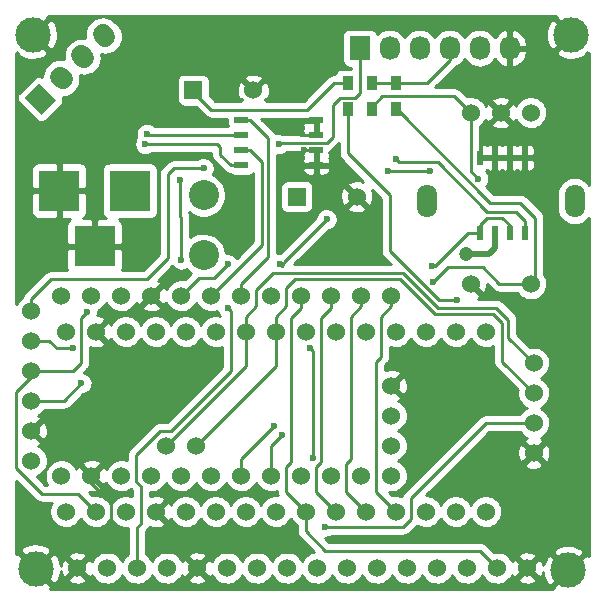
<source format=gbl>
G04 #@! TF.FileFunction,Copper,L2,Bot,Signal*
%FSLAX46Y46*%
G04 Gerber Fmt 4.6, Leading zero omitted, Abs format (unit mm)*
G04 Created by KiCad (PCBNEW 4.0.1-stable) date 1/31/2016 9:18:08 PM*
%MOMM*%
G01*
G04 APERTURE LIST*
%ADD10C,0.100000*%
%ADD11R,1.524000X1.524000*%
%ADD12C,1.524000*%
%ADD13C,1.727200*%
%ADD14R,1.727200X2.032000*%
%ADD15O,1.727200X2.032000*%
%ADD16R,0.900000X1.200000*%
%ADD17O,1.700000X2.800000*%
%ADD18R,0.508000X1.143000*%
%ADD19R,1.143000X0.508000*%
%ADD20C,3.000000*%
%ADD21R,3.500120X3.500120*%
%ADD22C,2.540000*%
%ADD23C,0.600000*%
%ADD24C,1.200000*%
%ADD25C,0.250000*%
%ADD26C,0.500000*%
%ADD27C,0.254000*%
G04 APERTURE END LIST*
D10*
D11*
X81407000Y-69088000D03*
D12*
X86487000Y-69088000D03*
D10*
G36*
X61019078Y-60940763D02*
X59797763Y-62162078D01*
X58360922Y-60725237D01*
X59582237Y-59503922D01*
X61019078Y-60940763D01*
X61019078Y-60940763D01*
G37*
D13*
X61593814Y-59144712D02*
X61378288Y-58929186D01*
X63389865Y-57348661D02*
X63174339Y-57133135D01*
X65185917Y-55552609D02*
X64970391Y-55337083D01*
D12*
X61849000Y-95758000D03*
X64389000Y-95758000D03*
X66929000Y-95758000D03*
X69469000Y-95758000D03*
X72009000Y-95758000D03*
X74549000Y-95758000D03*
X77089000Y-95758000D03*
X79629000Y-95758000D03*
X82169000Y-95758000D03*
X84709000Y-95758000D03*
X87249000Y-95758000D03*
X89789000Y-95758000D03*
X92329000Y-95758000D03*
X94869000Y-95758000D03*
X97409000Y-95758000D03*
X97409000Y-80518000D03*
X94869000Y-80518000D03*
X92329000Y-80518000D03*
X89789000Y-80518000D03*
X87249000Y-80518000D03*
X84709000Y-80518000D03*
X82169000Y-80518000D03*
X79629000Y-80518000D03*
X77089000Y-80518000D03*
X74549000Y-80518000D03*
X72009000Y-80518000D03*
X69469000Y-80518000D03*
X66929000Y-80518000D03*
X64389000Y-80518000D03*
X61849000Y-80518000D03*
D11*
X72644000Y-60071000D03*
D12*
X77724000Y-60071000D03*
D14*
X86741000Y-56515000D03*
D15*
X89281000Y-56515000D03*
X91821000Y-56515000D03*
X94361000Y-56515000D03*
X96901000Y-56515000D03*
X99441000Y-56515000D03*
D12*
X101473000Y-83185000D03*
X101473000Y-85725000D03*
X101473000Y-88265000D03*
X101473000Y-90805000D03*
D16*
X87757000Y-59479000D03*
X87757000Y-61679000D03*
X89789000Y-59479000D03*
X89789000Y-61679000D03*
X85725000Y-59479000D03*
X85725000Y-61679000D03*
D12*
X101219000Y-61976000D03*
X98679000Y-61976000D03*
X96139000Y-61976000D03*
X96139000Y-76476000D03*
X101219000Y-76476000D03*
D17*
X92429000Y-69476000D03*
X104929000Y-69476000D03*
D12*
X62814200Y-100533200D03*
X65354200Y-100533200D03*
X67894200Y-100533200D03*
X70434200Y-100533200D03*
X72974200Y-100533200D03*
X75514200Y-100533200D03*
X78054200Y-100533200D03*
X80594200Y-100533200D03*
X83134200Y-100533200D03*
X85674200Y-100533200D03*
X88214200Y-100533200D03*
X90754200Y-100533200D03*
X93294200Y-100533200D03*
X95834200Y-100533200D03*
X98374200Y-100533200D03*
X100914200Y-100533200D03*
D18*
X100711000Y-65786000D03*
X99441000Y-65786000D03*
X98171000Y-65786000D03*
X96901000Y-65786000D03*
X96901000Y-72136000D03*
X98171000Y-72136000D03*
X99441000Y-72136000D03*
X100711000Y-72136000D03*
D19*
X83058000Y-66421000D03*
X83058000Y-65151000D03*
X83058000Y-63881000D03*
X83058000Y-62611000D03*
X76708000Y-62611000D03*
X76708000Y-63881000D03*
X76708000Y-65151000D03*
X76708000Y-66421000D03*
D20*
X59309000Y-100584000D03*
X104648000Y-55372000D03*
X59055000Y-55372000D03*
X104394000Y-100711000D03*
D12*
X89408000Y-85090000D03*
X89408000Y-87630000D03*
X89408000Y-90170000D03*
X89408000Y-92710000D03*
X86868000Y-92710000D03*
X84328000Y-92710000D03*
X81788000Y-92710000D03*
X79248000Y-92710000D03*
X76708000Y-92710000D03*
X74168000Y-92710000D03*
X71628000Y-92710000D03*
X69088000Y-92710000D03*
X66548000Y-92710000D03*
X64008000Y-92710000D03*
X61468000Y-92710000D03*
X58928000Y-91440000D03*
X58928000Y-88900000D03*
X58928000Y-86360000D03*
X58928000Y-83820000D03*
X58928000Y-81280000D03*
X58928000Y-78740000D03*
X61468000Y-77470000D03*
X64008000Y-77470000D03*
X66548000Y-77470000D03*
X69088000Y-77470000D03*
X71628000Y-77470000D03*
X74168000Y-77470000D03*
X76708000Y-77470000D03*
X79248000Y-77470000D03*
X81788000Y-77470000D03*
X84328000Y-77470000D03*
X86868000Y-77470000D03*
X89408000Y-77470000D03*
X70358000Y-90170000D03*
X72898000Y-90170000D03*
D21*
X67287140Y-68580000D03*
X61287660Y-68580000D03*
X64287400Y-73279000D03*
D22*
X73533000Y-68961000D03*
X73533000Y-74041000D03*
D23*
X71501000Y-67691000D03*
X71628000Y-74422000D03*
X75565000Y-78486000D03*
X82042000Y-65151000D03*
X81407000Y-63500000D03*
X79883000Y-64643000D03*
X73533000Y-66675000D03*
X63627000Y-78867000D03*
X62484000Y-81915000D03*
X63182500Y-84899500D03*
X83820000Y-97028000D03*
X96774000Y-67564000D03*
X79502000Y-88519000D03*
X80137000Y-89281000D03*
X92964000Y-76327000D03*
X94996000Y-77851000D03*
X75565000Y-74803000D03*
X80010000Y-74803000D03*
X83947000Y-70993000D03*
X89154000Y-66929000D03*
X92710000Y-66929000D03*
X92837000Y-74930000D03*
X82804000Y-91186000D03*
X82550000Y-81915000D03*
X68580000Y-64643000D03*
X68707000Y-63754000D03*
X89789000Y-65913000D03*
D24*
X95758000Y-73914000D03*
D25*
X67894200Y-100533200D02*
X67894200Y-97078800D01*
X71501000Y-70739000D02*
X71501000Y-67691000D01*
X71628000Y-70866000D02*
X71501000Y-70739000D01*
X71628000Y-74422000D02*
X71628000Y-70866000D01*
X75819000Y-78740000D02*
X75565000Y-78486000D01*
X75819000Y-83820000D02*
X75819000Y-78740000D01*
X70739000Y-88900000D02*
X75819000Y-83820000D01*
X69850000Y-88900000D02*
X70739000Y-88900000D01*
X67818000Y-90932000D02*
X69850000Y-88900000D01*
X67818000Y-93218000D02*
X67818000Y-90932000D01*
X68199000Y-93599000D02*
X67818000Y-93218000D01*
X68199000Y-96774000D02*
X68199000Y-93599000D01*
X67894200Y-97078800D02*
X68199000Y-96774000D01*
X72644000Y-60071000D02*
X72644000Y-60198000D01*
X72644000Y-60198000D02*
X74168000Y-61722000D01*
X74168000Y-61722000D02*
X82296000Y-61722000D01*
X82296000Y-61722000D02*
X84539000Y-59479000D01*
X84539000Y-59479000D02*
X85725000Y-59479000D01*
X83058000Y-65151000D02*
X83058000Y-66421000D01*
X83058000Y-65151000D02*
X82042000Y-65151000D01*
X64008000Y-92710000D02*
X64008000Y-93345000D01*
X64008000Y-93345000D02*
X65659000Y-94996000D01*
X65659000Y-94996000D02*
X65659000Y-97688400D01*
X65659000Y-97688400D02*
X62814200Y-100533200D01*
X81788000Y-63881000D02*
X83058000Y-63881000D01*
X81407000Y-63500000D02*
X81788000Y-63881000D01*
X86741000Y-56515000D02*
X86741000Y-60325000D01*
X86741000Y-60325000D02*
X86360000Y-60706000D01*
X86360000Y-60706000D02*
X85090000Y-60706000D01*
X85090000Y-60706000D02*
X84455000Y-61341000D01*
X84455000Y-61341000D02*
X84455000Y-64008000D01*
X84455000Y-64008000D02*
X83947000Y-64516000D01*
X83947000Y-64516000D02*
X80010000Y-64516000D01*
X80010000Y-64516000D02*
X79883000Y-64643000D01*
X73533000Y-66675000D02*
X70993000Y-66675000D01*
X70993000Y-66675000D02*
X70485000Y-67183000D01*
X70485000Y-67183000D02*
X70485000Y-74295000D01*
X70485000Y-74295000D02*
X68707000Y-76073000D01*
X68707000Y-76073000D02*
X60579000Y-76073000D01*
X60579000Y-76073000D02*
X58928000Y-77724000D01*
X58928000Y-77724000D02*
X58928000Y-78740000D01*
X86741000Y-56515000D02*
X86614000Y-56515000D01*
X62484000Y-83820000D02*
X58928000Y-83820000D01*
X63119000Y-83185000D02*
X62484000Y-83820000D01*
X63119000Y-79375000D02*
X63119000Y-83185000D01*
X63627000Y-78867000D02*
X63119000Y-79375000D01*
X58928000Y-83820000D02*
X58928000Y-84328000D01*
X58928000Y-84328000D02*
X57658000Y-85598000D01*
X57658000Y-85598000D02*
X57658000Y-92075000D01*
X57658000Y-92075000D02*
X59817000Y-94234000D01*
X59817000Y-94234000D02*
X62865000Y-94234000D01*
X62865000Y-94234000D02*
X64389000Y-95758000D01*
X58928000Y-81280000D02*
X60452000Y-81280000D01*
X61087000Y-81915000D02*
X62484000Y-81915000D01*
X60452000Y-81280000D02*
X61087000Y-81915000D01*
X59055000Y-81280000D02*
X58928000Y-81280000D01*
X89789000Y-59479000D02*
X87757000Y-59479000D01*
X94361000Y-56515000D02*
X94361000Y-57531000D01*
X94361000Y-57531000D02*
X92413000Y-59479000D01*
X92413000Y-59479000D02*
X89789000Y-59479000D01*
X58928000Y-86360000D02*
X61722000Y-86360000D01*
X61722000Y-86360000D02*
X63182500Y-84899500D01*
X101473000Y-88265000D02*
X97409000Y-88265000D01*
X97409000Y-88265000D02*
X91059000Y-94615000D01*
X91059000Y-94615000D02*
X91059000Y-96393000D01*
X91059000Y-96393000D02*
X90424000Y-97028000D01*
X90424000Y-97028000D02*
X83820000Y-97028000D01*
X77089000Y-80518000D02*
X77089000Y-79248000D01*
X99314000Y-81026000D02*
X101473000Y-83185000D01*
X99314000Y-79502000D02*
X99314000Y-81026000D01*
X98298000Y-78486000D02*
X99314000Y-79502000D01*
X93345000Y-78486000D02*
X98298000Y-78486000D01*
X90424000Y-75565000D02*
X93345000Y-78486000D01*
X79375000Y-75565000D02*
X90424000Y-75565000D01*
X77978000Y-76962000D02*
X79375000Y-75565000D01*
X77978000Y-78359000D02*
X77978000Y-76962000D01*
X77089000Y-79248000D02*
X77978000Y-78359000D01*
X77089000Y-80518000D02*
X77089000Y-83439000D01*
X77089000Y-83439000D02*
X70358000Y-90170000D01*
X79629000Y-80518000D02*
X79629000Y-79248000D01*
X98806000Y-83058000D02*
X101473000Y-85725000D01*
X98806000Y-79756000D02*
X98806000Y-83058000D01*
X98044000Y-78994000D02*
X98806000Y-79756000D01*
X93091000Y-78994000D02*
X98044000Y-78994000D01*
X90170000Y-76073000D02*
X93091000Y-78994000D01*
X81280000Y-76073000D02*
X90170000Y-76073000D01*
X80518000Y-76835000D02*
X81280000Y-76073000D01*
X80518000Y-78359000D02*
X80518000Y-76835000D01*
X79629000Y-79248000D02*
X80518000Y-78359000D01*
X79629000Y-80518000D02*
X79629000Y-83439000D01*
X79629000Y-83439000D02*
X72898000Y-90170000D01*
X96139000Y-66929000D02*
X96139000Y-61976000D01*
X96774000Y-67564000D02*
X96139000Y-66929000D01*
X76708000Y-92710000D02*
X76708000Y-91313000D01*
X76708000Y-91313000D02*
X79502000Y-88519000D01*
X87757000Y-61679000D02*
X87757000Y-61468000D01*
X87757000Y-61468000D02*
X88646000Y-60579000D01*
X88646000Y-60579000D02*
X94742000Y-60579000D01*
X94742000Y-60579000D02*
X96139000Y-61976000D01*
X79248000Y-92710000D02*
X79248000Y-90170000D01*
X79248000Y-90170000D02*
X80137000Y-89281000D01*
X101219000Y-76476000D02*
X98574000Y-76476000D01*
X94234000Y-75057000D02*
X92964000Y-76327000D01*
X97155000Y-75057000D02*
X94234000Y-75057000D01*
X98574000Y-76476000D02*
X97155000Y-75057000D01*
X89789000Y-61679000D02*
X89873000Y-61679000D01*
X89873000Y-61679000D02*
X97790000Y-69596000D01*
X97790000Y-69596000D02*
X100330000Y-69596000D01*
X100330000Y-69596000D02*
X101600000Y-70866000D01*
X101600000Y-70866000D02*
X101600000Y-76095000D01*
X101600000Y-76095000D02*
X101219000Y-76476000D01*
X85725000Y-61679000D02*
X85725000Y-65405000D01*
X93472000Y-77851000D02*
X94996000Y-77851000D01*
X89281000Y-73660000D02*
X93472000Y-77851000D01*
X89281000Y-68961000D02*
X89281000Y-73660000D01*
X85725000Y-65405000D02*
X89281000Y-68961000D01*
X73152000Y-75946000D02*
X71628000Y-77470000D01*
X74422000Y-75946000D02*
X73152000Y-75946000D01*
X75565000Y-74803000D02*
X74422000Y-75946000D01*
X80137000Y-74930000D02*
X80010000Y-74803000D01*
X80391000Y-74549000D02*
X80137000Y-74930000D01*
X83947000Y-70993000D02*
X80391000Y-74549000D01*
X92710000Y-66929000D02*
X89154000Y-66929000D01*
X76708000Y-65151000D02*
X77470000Y-65151000D01*
X78486000Y-73152000D02*
X74168000Y-77470000D01*
X78486000Y-66167000D02*
X78486000Y-73152000D01*
X77470000Y-65151000D02*
X78486000Y-66167000D01*
X76708000Y-62611000D02*
X77470000Y-62611000D01*
X76708000Y-76454000D02*
X76708000Y-77470000D01*
X78994000Y-74168000D02*
X76708000Y-76454000D01*
X78994000Y-64135000D02*
X78994000Y-74168000D01*
X77470000Y-62611000D02*
X78994000Y-64135000D01*
X96901000Y-72136000D02*
X95885000Y-72136000D01*
X93091000Y-74930000D02*
X92837000Y-74930000D01*
X95885000Y-72136000D02*
X93091000Y-74930000D01*
X99441000Y-72136000D02*
X99441000Y-71501000D01*
X96901000Y-71501000D02*
X96901000Y-72136000D01*
X97536000Y-70866000D02*
X96901000Y-71501000D01*
X98806000Y-70866000D02*
X97536000Y-70866000D01*
X99441000Y-71501000D02*
X98806000Y-70866000D01*
X82804000Y-82169000D02*
X82804000Y-91186000D01*
X82550000Y-81915000D02*
X82804000Y-82169000D01*
X82169000Y-95758000D02*
X82169000Y-97409000D01*
X96901000Y-99060000D02*
X98374200Y-100533200D01*
X83820000Y-99060000D02*
X96901000Y-99060000D01*
X82169000Y-97409000D02*
X83820000Y-99060000D01*
X82169000Y-96266000D02*
X82169000Y-95758000D01*
X81788000Y-77470000D02*
X81788000Y-78486000D01*
X80518000Y-94107000D02*
X82169000Y-95758000D01*
X80518000Y-91948000D02*
X80518000Y-94107000D01*
X80899000Y-91567000D02*
X80518000Y-91948000D01*
X80899000Y-79375000D02*
X80899000Y-91567000D01*
X81788000Y-78486000D02*
X80899000Y-79375000D01*
X84328000Y-77470000D02*
X84328000Y-78486000D01*
X83058000Y-94107000D02*
X84709000Y-95758000D01*
X83058000Y-91948000D02*
X83058000Y-94107000D01*
X83439000Y-91567000D02*
X83058000Y-91948000D01*
X83439000Y-79375000D02*
X83439000Y-91567000D01*
X84328000Y-78486000D02*
X83439000Y-79375000D01*
X86868000Y-77470000D02*
X86868000Y-78359000D01*
X85598000Y-94107000D02*
X87249000Y-95758000D01*
X85598000Y-91694000D02*
X85598000Y-94107000D01*
X85979000Y-91313000D02*
X85598000Y-91694000D01*
X85979000Y-79248000D02*
X85979000Y-91313000D01*
X86868000Y-78359000D02*
X85979000Y-79248000D01*
X89408000Y-77470000D02*
X89408000Y-78359000D01*
X88138000Y-94107000D02*
X89789000Y-95758000D01*
X88138000Y-83058000D02*
X88138000Y-94107000D01*
X88519000Y-82677000D02*
X88138000Y-83058000D01*
X88519000Y-79248000D02*
X88519000Y-82677000D01*
X89408000Y-78359000D02*
X88519000Y-79248000D01*
X76708000Y-66421000D02*
X75819000Y-66421000D01*
X74676000Y-64643000D02*
X68580000Y-64643000D01*
X74930000Y-64897000D02*
X74676000Y-64643000D01*
X74930000Y-65532000D02*
X74930000Y-64897000D01*
X75819000Y-66421000D02*
X74930000Y-65532000D01*
X68834000Y-63881000D02*
X76708000Y-63881000D01*
X68707000Y-63754000D02*
X68834000Y-63881000D01*
X89789000Y-65913000D02*
X90043000Y-66167000D01*
X90043000Y-66167000D02*
X93345000Y-66167000D01*
X93345000Y-66167000D02*
X97536000Y-70358000D01*
X97536000Y-70358000D02*
X99949000Y-70358000D01*
X99949000Y-70358000D02*
X100711000Y-71120000D01*
X100711000Y-71120000D02*
X100711000Y-72136000D01*
D26*
X98171000Y-72136000D02*
X98171000Y-73406000D01*
X97663000Y-73914000D02*
X95758000Y-73914000D01*
X98171000Y-73406000D02*
X97663000Y-73914000D01*
D27*
G36*
X103335952Y-53880347D02*
X104648000Y-55192395D01*
X104662143Y-55178253D01*
X104841748Y-55357858D01*
X104827605Y-55372000D01*
X104841748Y-55386143D01*
X104662143Y-55565748D01*
X104648000Y-55551605D01*
X103335952Y-56863653D01*
X103491962Y-57179214D01*
X103866745Y-57370020D01*
X104271551Y-57484044D01*
X104690824Y-57516902D01*
X105108451Y-57467334D01*
X105508383Y-57337243D01*
X105804038Y-57179214D01*
X105960047Y-56863655D01*
X106074739Y-56978347D01*
X106161800Y-56891286D01*
X106161800Y-68089356D01*
X105982713Y-67869772D01*
X105759401Y-67685033D01*
X105504461Y-67547187D01*
X105227601Y-67461485D01*
X104939367Y-67431190D01*
X104650739Y-67457457D01*
X104372709Y-67539286D01*
X104115869Y-67673559D01*
X103890000Y-67855162D01*
X103703706Y-68077178D01*
X103564084Y-68331150D01*
X103476451Y-68607405D01*
X103444145Y-68895420D01*
X103444000Y-68916154D01*
X103444000Y-70035846D01*
X103472282Y-70324284D01*
X103556049Y-70601736D01*
X103692112Y-70857632D01*
X103875287Y-71082228D01*
X104098599Y-71266967D01*
X104353539Y-71404813D01*
X104630399Y-71490515D01*
X104918633Y-71520810D01*
X105207261Y-71494543D01*
X105485291Y-71412714D01*
X105742131Y-71278441D01*
X105968000Y-71096838D01*
X106154294Y-70874822D01*
X106161800Y-70861169D01*
X106161800Y-99535476D01*
X105885653Y-99398952D01*
X104573605Y-100711000D01*
X104587748Y-100725143D01*
X104408143Y-100904748D01*
X104394000Y-100890605D01*
X103081952Y-102202653D01*
X103137891Y-102315800D01*
X60502322Y-102315800D01*
X60621048Y-102075653D01*
X59309000Y-100763605D01*
X59294858Y-100777748D01*
X59115253Y-100598143D01*
X59129395Y-100584000D01*
X59488605Y-100584000D01*
X60800653Y-101896048D01*
X61116214Y-101740038D01*
X61239048Y-101498765D01*
X62028240Y-101498765D01*
X62095220Y-101738856D01*
X62344248Y-101855956D01*
X62611335Y-101922223D01*
X62886217Y-101935110D01*
X63158333Y-101894122D01*
X63417223Y-101800836D01*
X63533180Y-101738856D01*
X63600160Y-101498765D01*
X62814200Y-100712805D01*
X62028240Y-101498765D01*
X61239048Y-101498765D01*
X61307020Y-101365255D01*
X61421044Y-100960449D01*
X61436360Y-100765015D01*
X61453278Y-100877333D01*
X61546564Y-101136223D01*
X61608544Y-101252180D01*
X61848635Y-101319160D01*
X62634595Y-100533200D01*
X61848635Y-99747240D01*
X61608544Y-99814220D01*
X61491444Y-100063248D01*
X61427680Y-100320247D01*
X61404334Y-100123549D01*
X61274243Y-99723617D01*
X61190870Y-99567635D01*
X62028240Y-99567635D01*
X62814200Y-100353595D01*
X63600160Y-99567635D01*
X63533180Y-99327544D01*
X63284152Y-99210444D01*
X63017065Y-99144177D01*
X62742183Y-99131290D01*
X62470067Y-99172278D01*
X62211177Y-99265564D01*
X62095220Y-99327544D01*
X62028240Y-99567635D01*
X61190870Y-99567635D01*
X61116214Y-99427962D01*
X60800653Y-99271952D01*
X59488605Y-100584000D01*
X59129395Y-100584000D01*
X57817347Y-99271952D01*
X57631800Y-99363684D01*
X57631800Y-99092347D01*
X57996952Y-99092347D01*
X59309000Y-100404395D01*
X60621048Y-99092347D01*
X60465038Y-98776786D01*
X60090255Y-98585980D01*
X59685449Y-98471956D01*
X59266176Y-98439098D01*
X58848549Y-98488666D01*
X58448617Y-98618757D01*
X58152962Y-98776786D01*
X57996952Y-99092347D01*
X57631800Y-99092347D01*
X57631800Y-93123602D01*
X59279599Y-94771401D01*
X59333855Y-94815968D01*
X59387625Y-94861086D01*
X59391126Y-94863011D01*
X59394215Y-94865548D01*
X59456067Y-94898713D01*
X59517604Y-94932543D01*
X59521416Y-94933752D01*
X59524935Y-94935639D01*
X59592031Y-94956152D01*
X59658987Y-94977392D01*
X59662959Y-94977838D01*
X59666781Y-94979006D01*
X59736605Y-94986098D01*
X59806389Y-94993926D01*
X59814204Y-94993981D01*
X59814347Y-94993995D01*
X59814480Y-94993982D01*
X59817000Y-94994000D01*
X60678949Y-94994000D01*
X60618877Y-95081734D01*
X60510950Y-95333546D01*
X60453989Y-95601524D01*
X60450164Y-95875464D01*
X60499620Y-96144928D01*
X60600474Y-96399655D01*
X60748883Y-96629942D01*
X60939196Y-96827016D01*
X61164163Y-96983372D01*
X61415215Y-97093054D01*
X61682789Y-97151884D01*
X61956695Y-97157622D01*
X62226499Y-97110048D01*
X62481923Y-97010975D01*
X62713240Y-96864177D01*
X62911639Y-96675245D01*
X63069561Y-96451375D01*
X63117934Y-96342727D01*
X63140474Y-96399655D01*
X63288883Y-96629942D01*
X63479196Y-96827016D01*
X63704163Y-96983372D01*
X63955215Y-97093054D01*
X64222789Y-97151884D01*
X64496695Y-97157622D01*
X64766499Y-97110048D01*
X65021923Y-97010975D01*
X65253240Y-96864177D01*
X65451639Y-96675245D01*
X65609561Y-96451375D01*
X65657934Y-96342727D01*
X65680474Y-96399655D01*
X65828883Y-96629942D01*
X66019196Y-96827016D01*
X66244163Y-96983372D01*
X66495215Y-97093054D01*
X66762789Y-97151884D01*
X67036695Y-97157622D01*
X67134200Y-97140429D01*
X67134200Y-99360933D01*
X67014599Y-99439197D01*
X66818858Y-99630881D01*
X66664077Y-99856934D01*
X66624551Y-99949156D01*
X66593646Y-99874175D01*
X66442035Y-99645983D01*
X66248990Y-99451585D01*
X66021862Y-99298385D01*
X65769303Y-99192219D01*
X65500933Y-99137131D01*
X65226974Y-99135218D01*
X64957861Y-99186554D01*
X64703844Y-99289184D01*
X64474599Y-99439197D01*
X64278858Y-99630881D01*
X64124077Y-99856934D01*
X64086791Y-99943928D01*
X64081836Y-99930177D01*
X64019856Y-99814220D01*
X63779765Y-99747240D01*
X62993805Y-100533200D01*
X63779765Y-101319160D01*
X64019856Y-101252180D01*
X64083066Y-101117755D01*
X64105674Y-101174855D01*
X64254083Y-101405142D01*
X64444396Y-101602216D01*
X64669363Y-101758572D01*
X64920415Y-101868254D01*
X65187989Y-101927084D01*
X65461895Y-101932822D01*
X65731699Y-101885248D01*
X65987123Y-101786175D01*
X66218440Y-101639377D01*
X66416839Y-101450445D01*
X66574761Y-101226575D01*
X66623134Y-101117927D01*
X66645674Y-101174855D01*
X66794083Y-101405142D01*
X66984396Y-101602216D01*
X67209363Y-101758572D01*
X67460415Y-101868254D01*
X67727989Y-101927084D01*
X68001895Y-101932822D01*
X68271699Y-101885248D01*
X68527123Y-101786175D01*
X68758440Y-101639377D01*
X68956839Y-101450445D01*
X69114761Y-101226575D01*
X69163134Y-101117927D01*
X69185674Y-101174855D01*
X69334083Y-101405142D01*
X69524396Y-101602216D01*
X69749363Y-101758572D01*
X70000415Y-101868254D01*
X70267989Y-101927084D01*
X70541895Y-101932822D01*
X70811699Y-101885248D01*
X71067123Y-101786175D01*
X71298440Y-101639377D01*
X71446097Y-101498765D01*
X72188240Y-101498765D01*
X72255220Y-101738856D01*
X72504248Y-101855956D01*
X72771335Y-101922223D01*
X73046217Y-101935110D01*
X73318333Y-101894122D01*
X73577223Y-101800836D01*
X73693180Y-101738856D01*
X73760160Y-101498765D01*
X72974200Y-100712805D01*
X72188240Y-101498765D01*
X71446097Y-101498765D01*
X71496839Y-101450445D01*
X71654761Y-101226575D01*
X71701386Y-101121853D01*
X71706564Y-101136223D01*
X71768544Y-101252180D01*
X72008635Y-101319160D01*
X72794595Y-100533200D01*
X72008635Y-99747240D01*
X71768544Y-99814220D01*
X71704804Y-99949771D01*
X71673646Y-99874175D01*
X71522035Y-99645983D01*
X71444233Y-99567635D01*
X72188240Y-99567635D01*
X72974200Y-100353595D01*
X73760160Y-99567635D01*
X73693180Y-99327544D01*
X73444152Y-99210444D01*
X73177065Y-99144177D01*
X72902183Y-99131290D01*
X72630067Y-99172278D01*
X72371177Y-99265564D01*
X72255220Y-99327544D01*
X72188240Y-99567635D01*
X71444233Y-99567635D01*
X71328990Y-99451585D01*
X71101862Y-99298385D01*
X70849303Y-99192219D01*
X70580933Y-99137131D01*
X70306974Y-99135218D01*
X70037861Y-99186554D01*
X69783844Y-99289184D01*
X69554599Y-99439197D01*
X69358858Y-99630881D01*
X69204077Y-99856934D01*
X69164551Y-99949156D01*
X69133646Y-99874175D01*
X68982035Y-99645983D01*
X68788990Y-99451585D01*
X68654200Y-99360668D01*
X68654200Y-97393602D01*
X68736401Y-97311401D01*
X68780968Y-97257145D01*
X68826086Y-97203375D01*
X68828011Y-97199874D01*
X68830548Y-97196785D01*
X68863713Y-97134933D01*
X68897543Y-97073396D01*
X68898752Y-97069584D01*
X68900639Y-97066065D01*
X68909081Y-97038451D01*
X68999048Y-97080756D01*
X69266135Y-97147023D01*
X69541017Y-97159910D01*
X69813133Y-97118922D01*
X70072023Y-97025636D01*
X70187980Y-96963656D01*
X70254960Y-96723565D01*
X69469000Y-95937605D01*
X69454858Y-95951748D01*
X69275253Y-95772143D01*
X69289395Y-95758000D01*
X69275253Y-95743858D01*
X69454858Y-95564253D01*
X69469000Y-95578395D01*
X70254960Y-94792435D01*
X70187980Y-94552344D01*
X69938952Y-94435244D01*
X69671865Y-94368977D01*
X69396983Y-94356090D01*
X69124867Y-94397078D01*
X68959000Y-94456845D01*
X68959000Y-94104664D01*
X69195695Y-94109622D01*
X69465499Y-94062048D01*
X69720923Y-93962975D01*
X69952240Y-93816177D01*
X70150639Y-93627245D01*
X70308561Y-93403375D01*
X70356934Y-93294727D01*
X70379474Y-93351655D01*
X70527883Y-93581942D01*
X70718196Y-93779016D01*
X70943163Y-93935372D01*
X71194215Y-94045054D01*
X71461789Y-94103884D01*
X71735695Y-94109622D01*
X72005499Y-94062048D01*
X72260923Y-93962975D01*
X72492240Y-93816177D01*
X72690639Y-93627245D01*
X72848561Y-93403375D01*
X72896934Y-93294727D01*
X72919474Y-93351655D01*
X73067883Y-93581942D01*
X73258196Y-93779016D01*
X73483163Y-93935372D01*
X73734215Y-94045054D01*
X74001789Y-94103884D01*
X74275695Y-94109622D01*
X74545499Y-94062048D01*
X74800923Y-93962975D01*
X75032240Y-93816177D01*
X75230639Y-93627245D01*
X75388561Y-93403375D01*
X75436934Y-93294727D01*
X75459474Y-93351655D01*
X75607883Y-93581942D01*
X75798196Y-93779016D01*
X76023163Y-93935372D01*
X76274215Y-94045054D01*
X76541789Y-94103884D01*
X76815695Y-94109622D01*
X77085499Y-94062048D01*
X77340923Y-93962975D01*
X77572240Y-93816177D01*
X77770639Y-93627245D01*
X77928561Y-93403375D01*
X77976934Y-93294727D01*
X77999474Y-93351655D01*
X78147883Y-93581942D01*
X78338196Y-93779016D01*
X78563163Y-93935372D01*
X78814215Y-94045054D01*
X79081789Y-94103884D01*
X79355695Y-94109622D01*
X79625499Y-94062048D01*
X79758000Y-94010654D01*
X79758000Y-94107000D01*
X79764851Y-94176877D01*
X79770969Y-94246803D01*
X79772084Y-94250641D01*
X79772474Y-94254618D01*
X79792764Y-94321821D01*
X79806236Y-94368192D01*
X79775733Y-94361931D01*
X79501774Y-94360018D01*
X79232661Y-94411354D01*
X78978644Y-94513984D01*
X78749399Y-94663997D01*
X78553658Y-94855681D01*
X78398877Y-95081734D01*
X78359351Y-95173956D01*
X78328446Y-95098975D01*
X78176835Y-94870783D01*
X77983790Y-94676385D01*
X77756662Y-94523185D01*
X77504103Y-94417019D01*
X77235733Y-94361931D01*
X76961774Y-94360018D01*
X76692661Y-94411354D01*
X76438644Y-94513984D01*
X76209399Y-94663997D01*
X76013658Y-94855681D01*
X75858877Y-95081734D01*
X75819351Y-95173956D01*
X75788446Y-95098975D01*
X75636835Y-94870783D01*
X75443790Y-94676385D01*
X75216662Y-94523185D01*
X74964103Y-94417019D01*
X74695733Y-94361931D01*
X74421774Y-94360018D01*
X74152661Y-94411354D01*
X73898644Y-94513984D01*
X73669399Y-94663997D01*
X73473658Y-94855681D01*
X73318877Y-95081734D01*
X73279351Y-95173956D01*
X73248446Y-95098975D01*
X73096835Y-94870783D01*
X72903790Y-94676385D01*
X72676662Y-94523185D01*
X72424103Y-94417019D01*
X72155733Y-94361931D01*
X71881774Y-94360018D01*
X71612661Y-94411354D01*
X71358644Y-94513984D01*
X71129399Y-94663997D01*
X70933658Y-94855681D01*
X70778877Y-95081734D01*
X70741591Y-95168728D01*
X70736636Y-95154977D01*
X70674656Y-95039020D01*
X70434565Y-94972040D01*
X69648605Y-95758000D01*
X70434565Y-96543960D01*
X70674656Y-96476980D01*
X70737866Y-96342555D01*
X70760474Y-96399655D01*
X70908883Y-96629942D01*
X71099196Y-96827016D01*
X71324163Y-96983372D01*
X71575215Y-97093054D01*
X71842789Y-97151884D01*
X72116695Y-97157622D01*
X72386499Y-97110048D01*
X72641923Y-97010975D01*
X72873240Y-96864177D01*
X73071639Y-96675245D01*
X73229561Y-96451375D01*
X73277934Y-96342727D01*
X73300474Y-96399655D01*
X73448883Y-96629942D01*
X73639196Y-96827016D01*
X73864163Y-96983372D01*
X74115215Y-97093054D01*
X74382789Y-97151884D01*
X74656695Y-97157622D01*
X74926499Y-97110048D01*
X75181923Y-97010975D01*
X75413240Y-96864177D01*
X75611639Y-96675245D01*
X75769561Y-96451375D01*
X75817934Y-96342727D01*
X75840474Y-96399655D01*
X75988883Y-96629942D01*
X76179196Y-96827016D01*
X76404163Y-96983372D01*
X76655215Y-97093054D01*
X76922789Y-97151884D01*
X77196695Y-97157622D01*
X77466499Y-97110048D01*
X77721923Y-97010975D01*
X77953240Y-96864177D01*
X78151639Y-96675245D01*
X78309561Y-96451375D01*
X78357934Y-96342727D01*
X78380474Y-96399655D01*
X78528883Y-96629942D01*
X78719196Y-96827016D01*
X78944163Y-96983372D01*
X79195215Y-97093054D01*
X79462789Y-97151884D01*
X79736695Y-97157622D01*
X80006499Y-97110048D01*
X80261923Y-97010975D01*
X80493240Y-96864177D01*
X80691639Y-96675245D01*
X80849561Y-96451375D01*
X80897934Y-96342727D01*
X80920474Y-96399655D01*
X81068883Y-96629942D01*
X81259196Y-96827016D01*
X81409000Y-96931132D01*
X81409000Y-97409000D01*
X81415851Y-97478877D01*
X81421969Y-97548803D01*
X81423084Y-97552641D01*
X81423474Y-97556618D01*
X81443764Y-97623821D01*
X81463351Y-97691240D01*
X81465190Y-97694788D01*
X81466345Y-97698613D01*
X81499299Y-97760591D01*
X81531610Y-97822925D01*
X81534103Y-97826048D01*
X81535980Y-97829578D01*
X81580355Y-97883987D01*
X81624148Y-97938846D01*
X81629631Y-97944406D01*
X81629726Y-97944522D01*
X81629834Y-97944611D01*
X81631599Y-97946401D01*
X82850303Y-99165105D01*
X82737861Y-99186554D01*
X82483844Y-99289184D01*
X82254599Y-99439197D01*
X82058858Y-99630881D01*
X81904077Y-99856934D01*
X81864551Y-99949156D01*
X81833646Y-99874175D01*
X81682035Y-99645983D01*
X81488990Y-99451585D01*
X81261862Y-99298385D01*
X81009303Y-99192219D01*
X80740933Y-99137131D01*
X80466974Y-99135218D01*
X80197861Y-99186554D01*
X79943844Y-99289184D01*
X79714599Y-99439197D01*
X79518858Y-99630881D01*
X79364077Y-99856934D01*
X79324551Y-99949156D01*
X79293646Y-99874175D01*
X79142035Y-99645983D01*
X78948990Y-99451585D01*
X78721862Y-99298385D01*
X78469303Y-99192219D01*
X78200933Y-99137131D01*
X77926974Y-99135218D01*
X77657861Y-99186554D01*
X77403844Y-99289184D01*
X77174599Y-99439197D01*
X76978858Y-99630881D01*
X76824077Y-99856934D01*
X76784551Y-99949156D01*
X76753646Y-99874175D01*
X76602035Y-99645983D01*
X76408990Y-99451585D01*
X76181862Y-99298385D01*
X75929303Y-99192219D01*
X75660933Y-99137131D01*
X75386974Y-99135218D01*
X75117861Y-99186554D01*
X74863844Y-99289184D01*
X74634599Y-99439197D01*
X74438858Y-99630881D01*
X74284077Y-99856934D01*
X74246791Y-99943928D01*
X74241836Y-99930177D01*
X74179856Y-99814220D01*
X73939765Y-99747240D01*
X73153805Y-100533200D01*
X73939765Y-101319160D01*
X74179856Y-101252180D01*
X74243066Y-101117755D01*
X74265674Y-101174855D01*
X74414083Y-101405142D01*
X74604396Y-101602216D01*
X74829363Y-101758572D01*
X75080415Y-101868254D01*
X75347989Y-101927084D01*
X75621895Y-101932822D01*
X75891699Y-101885248D01*
X76147123Y-101786175D01*
X76378440Y-101639377D01*
X76576839Y-101450445D01*
X76734761Y-101226575D01*
X76783134Y-101117927D01*
X76805674Y-101174855D01*
X76954083Y-101405142D01*
X77144396Y-101602216D01*
X77369363Y-101758572D01*
X77620415Y-101868254D01*
X77887989Y-101927084D01*
X78161895Y-101932822D01*
X78431699Y-101885248D01*
X78687123Y-101786175D01*
X78918440Y-101639377D01*
X79116839Y-101450445D01*
X79274761Y-101226575D01*
X79323134Y-101117927D01*
X79345674Y-101174855D01*
X79494083Y-101405142D01*
X79684396Y-101602216D01*
X79909363Y-101758572D01*
X80160415Y-101868254D01*
X80427989Y-101927084D01*
X80701895Y-101932822D01*
X80971699Y-101885248D01*
X81227123Y-101786175D01*
X81458440Y-101639377D01*
X81656839Y-101450445D01*
X81814761Y-101226575D01*
X81863134Y-101117927D01*
X81885674Y-101174855D01*
X82034083Y-101405142D01*
X82224396Y-101602216D01*
X82449363Y-101758572D01*
X82700415Y-101868254D01*
X82967989Y-101927084D01*
X83241895Y-101932822D01*
X83511699Y-101885248D01*
X83767123Y-101786175D01*
X83998440Y-101639377D01*
X84196839Y-101450445D01*
X84354761Y-101226575D01*
X84403134Y-101117927D01*
X84425674Y-101174855D01*
X84574083Y-101405142D01*
X84764396Y-101602216D01*
X84989363Y-101758572D01*
X85240415Y-101868254D01*
X85507989Y-101927084D01*
X85781895Y-101932822D01*
X86051699Y-101885248D01*
X86307123Y-101786175D01*
X86538440Y-101639377D01*
X86736839Y-101450445D01*
X86894761Y-101226575D01*
X86943134Y-101117927D01*
X86965674Y-101174855D01*
X87114083Y-101405142D01*
X87304396Y-101602216D01*
X87529363Y-101758572D01*
X87780415Y-101868254D01*
X88047989Y-101927084D01*
X88321895Y-101932822D01*
X88591699Y-101885248D01*
X88847123Y-101786175D01*
X89078440Y-101639377D01*
X89276839Y-101450445D01*
X89434761Y-101226575D01*
X89483134Y-101117927D01*
X89505674Y-101174855D01*
X89654083Y-101405142D01*
X89844396Y-101602216D01*
X90069363Y-101758572D01*
X90320415Y-101868254D01*
X90587989Y-101927084D01*
X90861895Y-101932822D01*
X91131699Y-101885248D01*
X91387123Y-101786175D01*
X91618440Y-101639377D01*
X91816839Y-101450445D01*
X91974761Y-101226575D01*
X92023134Y-101117927D01*
X92045674Y-101174855D01*
X92194083Y-101405142D01*
X92384396Y-101602216D01*
X92609363Y-101758572D01*
X92860415Y-101868254D01*
X93127989Y-101927084D01*
X93401895Y-101932822D01*
X93671699Y-101885248D01*
X93927123Y-101786175D01*
X94158440Y-101639377D01*
X94356839Y-101450445D01*
X94514761Y-101226575D01*
X94563134Y-101117927D01*
X94585674Y-101174855D01*
X94734083Y-101405142D01*
X94924396Y-101602216D01*
X95149363Y-101758572D01*
X95400415Y-101868254D01*
X95667989Y-101927084D01*
X95941895Y-101932822D01*
X96211699Y-101885248D01*
X96467123Y-101786175D01*
X96698440Y-101639377D01*
X96896839Y-101450445D01*
X97054761Y-101226575D01*
X97103134Y-101117927D01*
X97125674Y-101174855D01*
X97274083Y-101405142D01*
X97464396Y-101602216D01*
X97689363Y-101758572D01*
X97940415Y-101868254D01*
X98207989Y-101927084D01*
X98481895Y-101932822D01*
X98751699Y-101885248D01*
X99007123Y-101786175D01*
X99238440Y-101639377D01*
X99386097Y-101498765D01*
X100128240Y-101498765D01*
X100195220Y-101738856D01*
X100444248Y-101855956D01*
X100711335Y-101922223D01*
X100986217Y-101935110D01*
X101258333Y-101894122D01*
X101517223Y-101800836D01*
X101633180Y-101738856D01*
X101700160Y-101498765D01*
X100914200Y-100712805D01*
X100128240Y-101498765D01*
X99386097Y-101498765D01*
X99436839Y-101450445D01*
X99594761Y-101226575D01*
X99641386Y-101121853D01*
X99646564Y-101136223D01*
X99708544Y-101252180D01*
X99948635Y-101319160D01*
X100734595Y-100533200D01*
X101093805Y-100533200D01*
X101879765Y-101319160D01*
X102119856Y-101252180D01*
X102236956Y-101003152D01*
X102265186Y-100889372D01*
X102298666Y-101171451D01*
X102428757Y-101571383D01*
X102586786Y-101867038D01*
X102902347Y-102023048D01*
X104214395Y-100711000D01*
X102902347Y-99398952D01*
X102586786Y-99554962D01*
X102395980Y-99929745D01*
X102291782Y-100299668D01*
X102275122Y-100189067D01*
X102181836Y-99930177D01*
X102119856Y-99814220D01*
X101879765Y-99747240D01*
X101093805Y-100533200D01*
X100734595Y-100533200D01*
X99948635Y-99747240D01*
X99708544Y-99814220D01*
X99644804Y-99949771D01*
X99613646Y-99874175D01*
X99462035Y-99645983D01*
X99384233Y-99567635D01*
X100128240Y-99567635D01*
X100914200Y-100353595D01*
X101700160Y-99567635D01*
X101633180Y-99327544D01*
X101403086Y-99219347D01*
X103081952Y-99219347D01*
X104394000Y-100531395D01*
X105706048Y-99219347D01*
X105550038Y-98903786D01*
X105175255Y-98712980D01*
X104770449Y-98598956D01*
X104351176Y-98566098D01*
X103933549Y-98615666D01*
X103533617Y-98745757D01*
X103237962Y-98903786D01*
X103081952Y-99219347D01*
X101403086Y-99219347D01*
X101384152Y-99210444D01*
X101117065Y-99144177D01*
X100842183Y-99131290D01*
X100570067Y-99172278D01*
X100311177Y-99265564D01*
X100195220Y-99327544D01*
X100128240Y-99567635D01*
X99384233Y-99567635D01*
X99268990Y-99451585D01*
X99041862Y-99298385D01*
X98789303Y-99192219D01*
X98520933Y-99137131D01*
X98246974Y-99135218D01*
X98082412Y-99166610D01*
X97438401Y-98522599D01*
X97384145Y-98478032D01*
X97330375Y-98432914D01*
X97326874Y-98430989D01*
X97323785Y-98428452D01*
X97261933Y-98395287D01*
X97200396Y-98361457D01*
X97196584Y-98360248D01*
X97193065Y-98358361D01*
X97125969Y-98337848D01*
X97059013Y-98316608D01*
X97055041Y-98316162D01*
X97051219Y-98314994D01*
X96981351Y-98307897D01*
X96911611Y-98300074D01*
X96903806Y-98300020D01*
X96903653Y-98300004D01*
X96903510Y-98300018D01*
X96901000Y-98300000D01*
X84134802Y-98300000D01*
X83797578Y-97962776D01*
X83892079Y-97964755D01*
X84072657Y-97932914D01*
X84243610Y-97866606D01*
X84367473Y-97788000D01*
X90424000Y-97788000D01*
X90493877Y-97781149D01*
X90563803Y-97775031D01*
X90567641Y-97773916D01*
X90571618Y-97773526D01*
X90638821Y-97753236D01*
X90706240Y-97733649D01*
X90709788Y-97731810D01*
X90713613Y-97730655D01*
X90775591Y-97697701D01*
X90837925Y-97665390D01*
X90841048Y-97662897D01*
X90844578Y-97661020D01*
X90898987Y-97616645D01*
X90953846Y-97572852D01*
X90959406Y-97567369D01*
X90959522Y-97567274D01*
X90959611Y-97567166D01*
X90961401Y-97565401D01*
X91584734Y-96942068D01*
X91644163Y-96983372D01*
X91895215Y-97093054D01*
X92162789Y-97151884D01*
X92436695Y-97157622D01*
X92706499Y-97110048D01*
X92961923Y-97010975D01*
X93193240Y-96864177D01*
X93391639Y-96675245D01*
X93549561Y-96451375D01*
X93597934Y-96342727D01*
X93620474Y-96399655D01*
X93768883Y-96629942D01*
X93959196Y-96827016D01*
X94184163Y-96983372D01*
X94435215Y-97093054D01*
X94702789Y-97151884D01*
X94976695Y-97157622D01*
X95246499Y-97110048D01*
X95501923Y-97010975D01*
X95733240Y-96864177D01*
X95931639Y-96675245D01*
X96089561Y-96451375D01*
X96137934Y-96342727D01*
X96160474Y-96399655D01*
X96308883Y-96629942D01*
X96499196Y-96827016D01*
X96724163Y-96983372D01*
X96975215Y-97093054D01*
X97242789Y-97151884D01*
X97516695Y-97157622D01*
X97786499Y-97110048D01*
X98041923Y-97010975D01*
X98273240Y-96864177D01*
X98471639Y-96675245D01*
X98629561Y-96451375D01*
X98740993Y-96201095D01*
X98801690Y-95933938D01*
X98806059Y-95621017D01*
X98752846Y-95352269D01*
X98648446Y-95098975D01*
X98496835Y-94870783D01*
X98303790Y-94676385D01*
X98076662Y-94523185D01*
X97824103Y-94417019D01*
X97555733Y-94361931D01*
X97281774Y-94360018D01*
X97012661Y-94411354D01*
X96758644Y-94513984D01*
X96529399Y-94663997D01*
X96333658Y-94855681D01*
X96178877Y-95081734D01*
X96139351Y-95173956D01*
X96108446Y-95098975D01*
X95956835Y-94870783D01*
X95763790Y-94676385D01*
X95536662Y-94523185D01*
X95284103Y-94417019D01*
X95015733Y-94361931D01*
X94741774Y-94360018D01*
X94472661Y-94411354D01*
X94218644Y-94513984D01*
X93989399Y-94663997D01*
X93793658Y-94855681D01*
X93638877Y-95081734D01*
X93599351Y-95173956D01*
X93568446Y-95098975D01*
X93416835Y-94870783D01*
X93223790Y-94676385D01*
X92996662Y-94523185D01*
X92744103Y-94417019D01*
X92475733Y-94361931D01*
X92387487Y-94361315D01*
X94978237Y-91770565D01*
X100687040Y-91770565D01*
X100754020Y-92010656D01*
X101003048Y-92127756D01*
X101270135Y-92194023D01*
X101545017Y-92206910D01*
X101817133Y-92165922D01*
X102076023Y-92072636D01*
X102191980Y-92010656D01*
X102258960Y-91770565D01*
X101473000Y-90984605D01*
X100687040Y-91770565D01*
X94978237Y-91770565D01*
X95871785Y-90877017D01*
X100071090Y-90877017D01*
X100112078Y-91149133D01*
X100205364Y-91408023D01*
X100267344Y-91523980D01*
X100507435Y-91590960D01*
X101293395Y-90805000D01*
X101652605Y-90805000D01*
X102438565Y-91590960D01*
X102678656Y-91523980D01*
X102795756Y-91274952D01*
X102862023Y-91007865D01*
X102874910Y-90732983D01*
X102833922Y-90460867D01*
X102740636Y-90201977D01*
X102678656Y-90086020D01*
X102438565Y-90019040D01*
X101652605Y-90805000D01*
X101293395Y-90805000D01*
X100507435Y-90019040D01*
X100267344Y-90086020D01*
X100150244Y-90335048D01*
X100083977Y-90602135D01*
X100071090Y-90877017D01*
X95871785Y-90877017D01*
X97723802Y-89025000D01*
X100300742Y-89025000D01*
X100372883Y-89136942D01*
X100563196Y-89334016D01*
X100788163Y-89490372D01*
X100884086Y-89532280D01*
X100869977Y-89537364D01*
X100754020Y-89599344D01*
X100687040Y-89839435D01*
X101473000Y-90625395D01*
X102258960Y-89839435D01*
X102191980Y-89599344D01*
X102058257Y-89536464D01*
X102105923Y-89517975D01*
X102337240Y-89371177D01*
X102535639Y-89182245D01*
X102693561Y-88958375D01*
X102804993Y-88708095D01*
X102865690Y-88440938D01*
X102870059Y-88128017D01*
X102816846Y-87859269D01*
X102712446Y-87605975D01*
X102560835Y-87377783D01*
X102367790Y-87183385D01*
X102140662Y-87030185D01*
X102059393Y-86996023D01*
X102105923Y-86977975D01*
X102337240Y-86831177D01*
X102535639Y-86642245D01*
X102693561Y-86418375D01*
X102804993Y-86168095D01*
X102865690Y-85900938D01*
X102870059Y-85588017D01*
X102816846Y-85319269D01*
X102712446Y-85065975D01*
X102560835Y-84837783D01*
X102367790Y-84643385D01*
X102140662Y-84490185D01*
X102059393Y-84456023D01*
X102105923Y-84437975D01*
X102337240Y-84291177D01*
X102535639Y-84102245D01*
X102693561Y-83878375D01*
X102804993Y-83628095D01*
X102865690Y-83360938D01*
X102870059Y-83048017D01*
X102816846Y-82779269D01*
X102712446Y-82525975D01*
X102560835Y-82297783D01*
X102367790Y-82103385D01*
X102140662Y-81950185D01*
X101888103Y-81844019D01*
X101619733Y-81788931D01*
X101345774Y-81787018D01*
X101181212Y-81818410D01*
X100074000Y-80711198D01*
X100074000Y-79502000D01*
X100067148Y-79432119D01*
X100061031Y-79362197D01*
X100059916Y-79358359D01*
X100059526Y-79354382D01*
X100039236Y-79287179D01*
X100019649Y-79219760D01*
X100017810Y-79216212D01*
X100016655Y-79212387D01*
X99983701Y-79150409D01*
X99951390Y-79088075D01*
X99948897Y-79084952D01*
X99947020Y-79081422D01*
X99902645Y-79027013D01*
X99858852Y-78972154D01*
X99853369Y-78966594D01*
X99853274Y-78966478D01*
X99853166Y-78966389D01*
X99851401Y-78964599D01*
X98835401Y-77948599D01*
X98781145Y-77904032D01*
X98727375Y-77858914D01*
X98723874Y-77856989D01*
X98720785Y-77854452D01*
X98658933Y-77821287D01*
X98597396Y-77787457D01*
X98593584Y-77786248D01*
X98590065Y-77784361D01*
X98522969Y-77763848D01*
X98456013Y-77742608D01*
X98452041Y-77742162D01*
X98448219Y-77740994D01*
X98378351Y-77733897D01*
X98308611Y-77726074D01*
X98300806Y-77726020D01*
X98300653Y-77726004D01*
X98300510Y-77726018D01*
X98298000Y-77726000D01*
X96775018Y-77726000D01*
X96857980Y-77681656D01*
X96924960Y-77441565D01*
X96139000Y-76655605D01*
X96124858Y-76669748D01*
X95945253Y-76490143D01*
X95959395Y-76476000D01*
X95945253Y-76461858D01*
X96124858Y-76282253D01*
X96139000Y-76296395D01*
X96153143Y-76282253D01*
X96332748Y-76461858D01*
X96318605Y-76476000D01*
X97104565Y-77261960D01*
X97344656Y-77194980D01*
X97461756Y-76945952D01*
X97528023Y-76678865D01*
X97535817Y-76512619D01*
X98036599Y-77013401D01*
X98090855Y-77057968D01*
X98144625Y-77103086D01*
X98148126Y-77105011D01*
X98151215Y-77107548D01*
X98213067Y-77140713D01*
X98274604Y-77174543D01*
X98278416Y-77175752D01*
X98281935Y-77177639D01*
X98349031Y-77198152D01*
X98415987Y-77219392D01*
X98419959Y-77219838D01*
X98423781Y-77221006D01*
X98493649Y-77228103D01*
X98563389Y-77235926D01*
X98571194Y-77235980D01*
X98571347Y-77235996D01*
X98571490Y-77235982D01*
X98574000Y-77236000D01*
X100046742Y-77236000D01*
X100118883Y-77347942D01*
X100309196Y-77545016D01*
X100534163Y-77701372D01*
X100785215Y-77811054D01*
X101052789Y-77869884D01*
X101326695Y-77875622D01*
X101596499Y-77828048D01*
X101851923Y-77728975D01*
X102083240Y-77582177D01*
X102281639Y-77393245D01*
X102439561Y-77169375D01*
X102550993Y-76919095D01*
X102611690Y-76651938D01*
X102616059Y-76339017D01*
X102562846Y-76070269D01*
X102458446Y-75816975D01*
X102360000Y-75668802D01*
X102360000Y-70866000D01*
X102353149Y-70796123D01*
X102347031Y-70726197D01*
X102345916Y-70722359D01*
X102345526Y-70718382D01*
X102325236Y-70651179D01*
X102305649Y-70583760D01*
X102303810Y-70580212D01*
X102302655Y-70576387D01*
X102269691Y-70514390D01*
X102237389Y-70452074D01*
X102234897Y-70448953D01*
X102233020Y-70445422D01*
X102188641Y-70391007D01*
X102144852Y-70336154D01*
X102139369Y-70330594D01*
X102139274Y-70330478D01*
X102139166Y-70330389D01*
X102137401Y-70328599D01*
X100867401Y-69058599D01*
X100813145Y-69014032D01*
X100759375Y-68968914D01*
X100755874Y-68966989D01*
X100752785Y-68964452D01*
X100690933Y-68931287D01*
X100629396Y-68897457D01*
X100625584Y-68896248D01*
X100622065Y-68894361D01*
X100554969Y-68873848D01*
X100488013Y-68852608D01*
X100484041Y-68852162D01*
X100480219Y-68850994D01*
X100410351Y-68843897D01*
X100340611Y-68836074D01*
X100332806Y-68836020D01*
X100332653Y-68836004D01*
X100332510Y-68836018D01*
X100330000Y-68836000D01*
X98104802Y-68836000D01*
X97465490Y-68196688D01*
X97485215Y-68177904D01*
X97590911Y-68028070D01*
X97665492Y-67860560D01*
X97706116Y-67681754D01*
X97709040Y-67472319D01*
X97673425Y-67292448D01*
X97603550Y-67122920D01*
X97502079Y-66970193D01*
X97453432Y-66921205D01*
X97455785Y-66920230D01*
X97536000Y-66866632D01*
X97616215Y-66920230D01*
X97731777Y-66968097D01*
X97854458Y-66992500D01*
X97885250Y-66992500D01*
X98044000Y-66833750D01*
X98044000Y-65913000D01*
X98298000Y-65913000D01*
X98298000Y-66833750D01*
X98456750Y-66992500D01*
X98487542Y-66992500D01*
X98610223Y-66968097D01*
X98725785Y-66920230D01*
X98806000Y-66866632D01*
X98886215Y-66920230D01*
X99001777Y-66968097D01*
X99124458Y-66992500D01*
X99155250Y-66992500D01*
X99314000Y-66833750D01*
X99314000Y-65913000D01*
X99568000Y-65913000D01*
X99568000Y-66833750D01*
X99726750Y-66992500D01*
X99757542Y-66992500D01*
X99880223Y-66968097D01*
X99995785Y-66920230D01*
X100076000Y-66866632D01*
X100156215Y-66920230D01*
X100271777Y-66968097D01*
X100394458Y-66992500D01*
X100425250Y-66992500D01*
X100584000Y-66833750D01*
X100584000Y-65913000D01*
X100838000Y-65913000D01*
X100838000Y-66833750D01*
X100996750Y-66992500D01*
X101027542Y-66992500D01*
X101150223Y-66968097D01*
X101265785Y-66920230D01*
X101369789Y-66850737D01*
X101458237Y-66762289D01*
X101527730Y-66658285D01*
X101575597Y-66542723D01*
X101600000Y-66420042D01*
X101600000Y-66071750D01*
X101441250Y-65913000D01*
X100838000Y-65913000D01*
X100584000Y-65913000D01*
X99568000Y-65913000D01*
X99314000Y-65913000D01*
X98298000Y-65913000D01*
X98044000Y-65913000D01*
X97028000Y-65913000D01*
X97028000Y-65933000D01*
X96899000Y-65933000D01*
X96899000Y-64738250D01*
X97028000Y-64738250D01*
X97028000Y-65659000D01*
X98044000Y-65659000D01*
X98044000Y-64738250D01*
X98298000Y-64738250D01*
X98298000Y-65659000D01*
X99314000Y-65659000D01*
X99314000Y-64738250D01*
X99568000Y-64738250D01*
X99568000Y-65659000D01*
X100584000Y-65659000D01*
X100584000Y-64738250D01*
X100838000Y-64738250D01*
X100838000Y-65659000D01*
X101441250Y-65659000D01*
X101600000Y-65500250D01*
X101600000Y-65151958D01*
X101575597Y-65029277D01*
X101527730Y-64913715D01*
X101458237Y-64809711D01*
X101369789Y-64721263D01*
X101265785Y-64651770D01*
X101150223Y-64603903D01*
X101027542Y-64579500D01*
X100996750Y-64579500D01*
X100838000Y-64738250D01*
X100584000Y-64738250D01*
X100425250Y-64579500D01*
X100394458Y-64579500D01*
X100271777Y-64603903D01*
X100156215Y-64651770D01*
X100076000Y-64705368D01*
X99995785Y-64651770D01*
X99880223Y-64603903D01*
X99757542Y-64579500D01*
X99726750Y-64579500D01*
X99568000Y-64738250D01*
X99314000Y-64738250D01*
X99155250Y-64579500D01*
X99124458Y-64579500D01*
X99001777Y-64603903D01*
X98886215Y-64651770D01*
X98806000Y-64705368D01*
X98725785Y-64651770D01*
X98610223Y-64603903D01*
X98487542Y-64579500D01*
X98456750Y-64579500D01*
X98298000Y-64738250D01*
X98044000Y-64738250D01*
X97885250Y-64579500D01*
X97854458Y-64579500D01*
X97731777Y-64603903D01*
X97616215Y-64651770D01*
X97536000Y-64705368D01*
X97455785Y-64651770D01*
X97340223Y-64603903D01*
X97217542Y-64579500D01*
X97186750Y-64579500D01*
X97028000Y-64738250D01*
X96899000Y-64738250D01*
X96899000Y-63148330D01*
X97003240Y-63082177D01*
X97150897Y-62941565D01*
X97893040Y-62941565D01*
X97960020Y-63181656D01*
X98209048Y-63298756D01*
X98476135Y-63365023D01*
X98751017Y-63377910D01*
X99023133Y-63336922D01*
X99282023Y-63243636D01*
X99397980Y-63181656D01*
X99464960Y-62941565D01*
X98679000Y-62155605D01*
X97893040Y-62941565D01*
X97150897Y-62941565D01*
X97201639Y-62893245D01*
X97359561Y-62669375D01*
X97406186Y-62564653D01*
X97411364Y-62579023D01*
X97473344Y-62694980D01*
X97713435Y-62761960D01*
X98499395Y-61976000D01*
X98858605Y-61976000D01*
X99644565Y-62761960D01*
X99884656Y-62694980D01*
X99947866Y-62560555D01*
X99970474Y-62617655D01*
X100118883Y-62847942D01*
X100309196Y-63045016D01*
X100534163Y-63201372D01*
X100785215Y-63311054D01*
X101052789Y-63369884D01*
X101326695Y-63375622D01*
X101596499Y-63328048D01*
X101851923Y-63228975D01*
X102083240Y-63082177D01*
X102281639Y-62893245D01*
X102439561Y-62669375D01*
X102550993Y-62419095D01*
X102611690Y-62151938D01*
X102616059Y-61839017D01*
X102562846Y-61570269D01*
X102458446Y-61316975D01*
X102306835Y-61088783D01*
X102113790Y-60894385D01*
X101886662Y-60741185D01*
X101634103Y-60635019D01*
X101365733Y-60579931D01*
X101091774Y-60578018D01*
X100822661Y-60629354D01*
X100568644Y-60731984D01*
X100339399Y-60881997D01*
X100143658Y-61073681D01*
X99988877Y-61299734D01*
X99951591Y-61386728D01*
X99946636Y-61372977D01*
X99884656Y-61257020D01*
X99644565Y-61190040D01*
X98858605Y-61976000D01*
X98499395Y-61976000D01*
X97713435Y-61190040D01*
X97473344Y-61257020D01*
X97409604Y-61392571D01*
X97378446Y-61316975D01*
X97226835Y-61088783D01*
X97149033Y-61010435D01*
X97893040Y-61010435D01*
X98679000Y-61796395D01*
X99464960Y-61010435D01*
X99397980Y-60770344D01*
X99148952Y-60653244D01*
X98881865Y-60586977D01*
X98606983Y-60574090D01*
X98334867Y-60615078D01*
X98075977Y-60708364D01*
X97960020Y-60770344D01*
X97893040Y-61010435D01*
X97149033Y-61010435D01*
X97033790Y-60894385D01*
X96806662Y-60741185D01*
X96554103Y-60635019D01*
X96285733Y-60579931D01*
X96011774Y-60578018D01*
X95847212Y-60609410D01*
X95279401Y-60041599D01*
X95225145Y-59997032D01*
X95171375Y-59951914D01*
X95167874Y-59949989D01*
X95164785Y-59947452D01*
X95102933Y-59914287D01*
X95041396Y-59880457D01*
X95037584Y-59879248D01*
X95034065Y-59877361D01*
X94966969Y-59856848D01*
X94900013Y-59835608D01*
X94896041Y-59835162D01*
X94892219Y-59833994D01*
X94822351Y-59826897D01*
X94752611Y-59819074D01*
X94744806Y-59819020D01*
X94744653Y-59819004D01*
X94744510Y-59819018D01*
X94742000Y-59819000D01*
X93147802Y-59819000D01*
X94893407Y-58073395D01*
X94922385Y-58064866D01*
X95181578Y-57929363D01*
X95409515Y-57746097D01*
X95597515Y-57522048D01*
X95630299Y-57462413D01*
X95652784Y-57504701D01*
X95837637Y-57731353D01*
X96062994Y-57917784D01*
X96320269Y-58056892D01*
X96599665Y-58143379D01*
X96890538Y-58173951D01*
X97181810Y-58147444D01*
X97462385Y-58064866D01*
X97721578Y-57929363D01*
X97949515Y-57746097D01*
X98137515Y-57522048D01*
X98171556Y-57460128D01*
X98322514Y-57666729D01*
X98538965Y-57865733D01*
X98790081Y-58018686D01*
X99066211Y-58119709D01*
X99081974Y-58122358D01*
X99314000Y-58001217D01*
X99314000Y-56642000D01*
X99568000Y-56642000D01*
X99568000Y-58001217D01*
X99800026Y-58122358D01*
X99815789Y-58119709D01*
X100091919Y-58018686D01*
X100343035Y-57865733D01*
X100559486Y-57666729D01*
X100732954Y-57429321D01*
X100856773Y-57162633D01*
X100926185Y-56876914D01*
X100781925Y-56642000D01*
X99568000Y-56642000D01*
X99314000Y-56642000D01*
X99294000Y-56642000D01*
X99294000Y-56388000D01*
X99314000Y-56388000D01*
X99314000Y-55028783D01*
X99568000Y-55028783D01*
X99568000Y-56388000D01*
X100781925Y-56388000D01*
X100926185Y-56153086D01*
X100856773Y-55867367D01*
X100732954Y-55600679D01*
X100597155Y-55414824D01*
X102503098Y-55414824D01*
X102552666Y-55832451D01*
X102682757Y-56232383D01*
X102840786Y-56528038D01*
X103156347Y-56684048D01*
X104468395Y-55372000D01*
X103156347Y-54059952D01*
X102840786Y-54215962D01*
X102649980Y-54590745D01*
X102535956Y-54995551D01*
X102503098Y-55414824D01*
X100597155Y-55414824D01*
X100559486Y-55363271D01*
X100343035Y-55164267D01*
X100091919Y-55011314D01*
X99815789Y-54910291D01*
X99800026Y-54907642D01*
X99568000Y-55028783D01*
X99314000Y-55028783D01*
X99081974Y-54907642D01*
X99066211Y-54910291D01*
X98790081Y-55011314D01*
X98538965Y-55164267D01*
X98322514Y-55363271D01*
X98172343Y-55568795D01*
X98149216Y-55525299D01*
X97964363Y-55298647D01*
X97739006Y-55112216D01*
X97481731Y-54973108D01*
X97202335Y-54886621D01*
X96911462Y-54856049D01*
X96620190Y-54882556D01*
X96339615Y-54965134D01*
X96080422Y-55100637D01*
X95852485Y-55283903D01*
X95664485Y-55507952D01*
X95631701Y-55567587D01*
X95609216Y-55525299D01*
X95424363Y-55298647D01*
X95199006Y-55112216D01*
X94941731Y-54973108D01*
X94662335Y-54886621D01*
X94371462Y-54856049D01*
X94080190Y-54882556D01*
X93799615Y-54965134D01*
X93540422Y-55100637D01*
X93312485Y-55283903D01*
X93124485Y-55507952D01*
X93091701Y-55567587D01*
X93069216Y-55525299D01*
X92884363Y-55298647D01*
X92659006Y-55112216D01*
X92401731Y-54973108D01*
X92122335Y-54886621D01*
X91831462Y-54856049D01*
X91540190Y-54882556D01*
X91259615Y-54965134D01*
X91000422Y-55100637D01*
X90772485Y-55283903D01*
X90584485Y-55507952D01*
X90551701Y-55567587D01*
X90529216Y-55525299D01*
X90344363Y-55298647D01*
X90119006Y-55112216D01*
X89861731Y-54973108D01*
X89582335Y-54886621D01*
X89291462Y-54856049D01*
X89000190Y-54882556D01*
X88719615Y-54965134D01*
X88460422Y-55100637D01*
X88232485Y-55283903D01*
X88208255Y-55312780D01*
X88181494Y-55226366D01*
X88082700Y-55076441D01*
X87946050Y-54959975D01*
X87782363Y-54886190D01*
X87604600Y-54860928D01*
X85877400Y-54860928D01*
X85776279Y-54868992D01*
X85604766Y-54922106D01*
X85454841Y-55020900D01*
X85338375Y-55157550D01*
X85264590Y-55321237D01*
X85239328Y-55499000D01*
X85239328Y-57531000D01*
X85247392Y-57632121D01*
X85300506Y-57803634D01*
X85399300Y-57953559D01*
X85535950Y-58070025D01*
X85699637Y-58143810D01*
X85877400Y-58169072D01*
X85981000Y-58169072D01*
X85981000Y-58240928D01*
X85275000Y-58240928D01*
X85173879Y-58248992D01*
X85002366Y-58302106D01*
X84852441Y-58400900D01*
X84735975Y-58537550D01*
X84662190Y-58701237D01*
X84659666Y-58719000D01*
X84539000Y-58719000D01*
X84469123Y-58725851D01*
X84399197Y-58731969D01*
X84395359Y-58733084D01*
X84391382Y-58733474D01*
X84324179Y-58753764D01*
X84256760Y-58773351D01*
X84253212Y-58775190D01*
X84249387Y-58776345D01*
X84187409Y-58809299D01*
X84125075Y-58841610D01*
X84121952Y-58844103D01*
X84118422Y-58845980D01*
X84064013Y-58890355D01*
X84009154Y-58934148D01*
X84003594Y-58939631D01*
X84003478Y-58939726D01*
X84003389Y-58939834D01*
X84001599Y-58941599D01*
X81981198Y-60962000D01*
X78794608Y-60962000D01*
X78689567Y-60856959D01*
X78929656Y-60789980D01*
X79046756Y-60540952D01*
X79113023Y-60273865D01*
X79125910Y-59998983D01*
X79084922Y-59726867D01*
X78991636Y-59467977D01*
X78929656Y-59352020D01*
X78689565Y-59285040D01*
X77903605Y-60071000D01*
X77917748Y-60085143D01*
X77738143Y-60264748D01*
X77724000Y-60250605D01*
X77709858Y-60264748D01*
X77530253Y-60085143D01*
X77544395Y-60071000D01*
X76758435Y-59285040D01*
X76518344Y-59352020D01*
X76401244Y-59601048D01*
X76334977Y-59868135D01*
X76322090Y-60143017D01*
X76363078Y-60415133D01*
X76456364Y-60674023D01*
X76518344Y-60789980D01*
X76758433Y-60856959D01*
X76653392Y-60962000D01*
X74482802Y-60962000D01*
X74044072Y-60523270D01*
X74044072Y-59309000D01*
X74036008Y-59207879D01*
X74004284Y-59105435D01*
X76938040Y-59105435D01*
X77724000Y-59891395D01*
X78509960Y-59105435D01*
X78442980Y-58865344D01*
X78193952Y-58748244D01*
X77926865Y-58681977D01*
X77651983Y-58669090D01*
X77379867Y-58710078D01*
X77120977Y-58803364D01*
X77005020Y-58865344D01*
X76938040Y-59105435D01*
X74004284Y-59105435D01*
X73982894Y-59036366D01*
X73884100Y-58886441D01*
X73747450Y-58769975D01*
X73583763Y-58696190D01*
X73406000Y-58670928D01*
X71882000Y-58670928D01*
X71780879Y-58678992D01*
X71609366Y-58732106D01*
X71459441Y-58830900D01*
X71342975Y-58967550D01*
X71269190Y-59131237D01*
X71243928Y-59309000D01*
X71243928Y-60833000D01*
X71251992Y-60934121D01*
X71305106Y-61105634D01*
X71403900Y-61255559D01*
X71540550Y-61372025D01*
X71704237Y-61445810D01*
X71882000Y-61471072D01*
X72842270Y-61471072D01*
X73630599Y-62259401D01*
X73684855Y-62303968D01*
X73738625Y-62349086D01*
X73742126Y-62351011D01*
X73745215Y-62353548D01*
X73807067Y-62386713D01*
X73868604Y-62420543D01*
X73872416Y-62421752D01*
X73875935Y-62423639D01*
X73943043Y-62444156D01*
X74009987Y-62465392D01*
X74013958Y-62465837D01*
X74017780Y-62467006D01*
X74087610Y-62474099D01*
X74157389Y-62481926D01*
X74165204Y-62481981D01*
X74165347Y-62481995D01*
X74165480Y-62481982D01*
X74168000Y-62482000D01*
X75498428Y-62482000D01*
X75498428Y-62865000D01*
X75506492Y-62966121D01*
X75554455Y-63121000D01*
X69396159Y-63121000D01*
X69305875Y-63030084D01*
X69153860Y-62927549D01*
X68984825Y-62856493D01*
X68805207Y-62819623D01*
X68621849Y-62818343D01*
X68441733Y-62852701D01*
X68271722Y-62921390D01*
X68118291Y-63021793D01*
X67987283Y-63150086D01*
X67883689Y-63301381D01*
X67811454Y-63469916D01*
X67773331Y-63649272D01*
X67770771Y-63832617D01*
X67803872Y-64012968D01*
X67831092Y-64081718D01*
X67756689Y-64190381D01*
X67684454Y-64358916D01*
X67646331Y-64538272D01*
X67643771Y-64721617D01*
X67676872Y-64901968D01*
X67744372Y-65072454D01*
X67843701Y-65226583D01*
X67971076Y-65358484D01*
X68121644Y-65463131D01*
X68289671Y-65536540D01*
X68468757Y-65575915D01*
X68652079Y-65579755D01*
X68832657Y-65547914D01*
X69003610Y-65481606D01*
X69127473Y-65403000D01*
X74170000Y-65403000D01*
X74170000Y-65532000D01*
X74176851Y-65601877D01*
X74182969Y-65671803D01*
X74184084Y-65675641D01*
X74184474Y-65679618D01*
X74204764Y-65746821D01*
X74224351Y-65814240D01*
X74226190Y-65817788D01*
X74227345Y-65821613D01*
X74260299Y-65883591D01*
X74292610Y-65945925D01*
X74295103Y-65949048D01*
X74296980Y-65952578D01*
X74341355Y-66006987D01*
X74385148Y-66061846D01*
X74390631Y-66067406D01*
X74390726Y-66067522D01*
X74390834Y-66067611D01*
X74392599Y-66069401D01*
X75281599Y-66958401D01*
X75335855Y-67002968D01*
X75389625Y-67048086D01*
X75393126Y-67050011D01*
X75396215Y-67052548D01*
X75458102Y-67085732D01*
X75519604Y-67119543D01*
X75523412Y-67120751D01*
X75526935Y-67122640D01*
X75594077Y-67143167D01*
X75660987Y-67164392D01*
X75664959Y-67164838D01*
X75668781Y-67166006D01*
X75738649Y-67173103D01*
X75748308Y-67174187D01*
X75795050Y-67214025D01*
X75958737Y-67287810D01*
X76136500Y-67313072D01*
X77279500Y-67313072D01*
X77380621Y-67305008D01*
X77552134Y-67251894D01*
X77702059Y-67153100D01*
X77726000Y-67125010D01*
X77726000Y-72837198D01*
X76317399Y-74245799D01*
X76293079Y-74209193D01*
X76163875Y-74079084D01*
X76011860Y-73976549D01*
X75842825Y-73905493D01*
X75663207Y-73868623D01*
X75479849Y-73867343D01*
X75437786Y-73875367D01*
X75438081Y-73854205D01*
X75365517Y-73487730D01*
X75223153Y-73142330D01*
X75016412Y-72831159D01*
X74753168Y-72566070D01*
X74443448Y-72357162D01*
X74099049Y-72212390D01*
X73733090Y-72137269D01*
X73359510Y-72134661D01*
X72992537Y-72204665D01*
X72646151Y-72344614D01*
X72388000Y-72513543D01*
X72388000Y-70866000D01*
X72381149Y-70796123D01*
X72375031Y-70726197D01*
X72373916Y-70722359D01*
X72373526Y-70718382D01*
X72353236Y-70651179D01*
X72333649Y-70583760D01*
X72331810Y-70580212D01*
X72330655Y-70576387D01*
X72297712Y-70514429D01*
X72265390Y-70452074D01*
X72262895Y-70448949D01*
X72261020Y-70445422D01*
X72261000Y-70445397D01*
X72261000Y-70386278D01*
X72292358Y-70418750D01*
X72599131Y-70631962D01*
X72941474Y-70781529D01*
X73306349Y-70861751D01*
X73679857Y-70869575D01*
X74047771Y-70804702D01*
X74396077Y-70669603D01*
X74711510Y-70469424D01*
X74982053Y-70211789D01*
X75197402Y-69906512D01*
X75349355Y-69565221D01*
X75432123Y-69200915D01*
X75438081Y-68774205D01*
X75365517Y-68407730D01*
X75223153Y-68062330D01*
X75016412Y-67751159D01*
X74753168Y-67486070D01*
X74443448Y-67277162D01*
X74296170Y-67215252D01*
X74349911Y-67139070D01*
X74424492Y-66971560D01*
X74465116Y-66792754D01*
X74468040Y-66583319D01*
X74432425Y-66403448D01*
X74362550Y-66233920D01*
X74261079Y-66081193D01*
X74131875Y-65951084D01*
X73979860Y-65848549D01*
X73810825Y-65777493D01*
X73631207Y-65740623D01*
X73447849Y-65739343D01*
X73267733Y-65773701D01*
X73097722Y-65842390D01*
X72986763Y-65915000D01*
X70993000Y-65915000D01*
X70923073Y-65921856D01*
X70853197Y-65927970D01*
X70849364Y-65929084D01*
X70845382Y-65929474D01*
X70778138Y-65949776D01*
X70710760Y-65969351D01*
X70707212Y-65971190D01*
X70703387Y-65972345D01*
X70641390Y-66005309D01*
X70579074Y-66037611D01*
X70575953Y-66040103D01*
X70572422Y-66041980D01*
X70518007Y-66086359D01*
X70463154Y-66130148D01*
X70457594Y-66135631D01*
X70457478Y-66135726D01*
X70457389Y-66135834D01*
X70455599Y-66137599D01*
X69947599Y-66645599D01*
X69903032Y-66699855D01*
X69857914Y-66753625D01*
X69855989Y-66757126D01*
X69853452Y-66760215D01*
X69820287Y-66822067D01*
X69786457Y-66883604D01*
X69785248Y-66887416D01*
X69783361Y-66890935D01*
X69762848Y-66958031D01*
X69741608Y-67024987D01*
X69741162Y-67028959D01*
X69739994Y-67032781D01*
X69732897Y-67102649D01*
X69725074Y-67172389D01*
X69725020Y-67180194D01*
X69725004Y-67180347D01*
X69725018Y-67180490D01*
X69725000Y-67183000D01*
X69725000Y-73980198D01*
X68392198Y-75313000D01*
X66607167Y-75313000D01*
X66648057Y-75214283D01*
X66672460Y-75091602D01*
X66672460Y-73564750D01*
X66513710Y-73406000D01*
X64414400Y-73406000D01*
X64414400Y-73426000D01*
X64160400Y-73426000D01*
X64160400Y-73406000D01*
X62061090Y-73406000D01*
X61902340Y-73564750D01*
X61902340Y-75091602D01*
X61926743Y-75214283D01*
X61967633Y-75313000D01*
X60579000Y-75313000D01*
X60509115Y-75319852D01*
X60439198Y-75325969D01*
X60435360Y-75327084D01*
X60431382Y-75327474D01*
X60364200Y-75347757D01*
X60296761Y-75367350D01*
X60293210Y-75369191D01*
X60289387Y-75370345D01*
X60227426Y-75403290D01*
X60165075Y-75435610D01*
X60161952Y-75438103D01*
X60158422Y-75439980D01*
X60103989Y-75484375D01*
X60049155Y-75528148D01*
X60043596Y-75533630D01*
X60043478Y-75533726D01*
X60043388Y-75533835D01*
X60041599Y-75535599D01*
X58390599Y-77186599D01*
X58346032Y-77240855D01*
X58300914Y-77294625D01*
X58298989Y-77298126D01*
X58296452Y-77301215D01*
X58263287Y-77363067D01*
X58229457Y-77424604D01*
X58228248Y-77428416D01*
X58226361Y-77431935D01*
X58205848Y-77499031D01*
X58188260Y-77554475D01*
X58048399Y-77645997D01*
X57852658Y-77837681D01*
X57697877Y-78063734D01*
X57631800Y-78217903D01*
X57631800Y-68865750D01*
X58902600Y-68865750D01*
X58902600Y-70392602D01*
X58927003Y-70515283D01*
X58974870Y-70630845D01*
X59044363Y-70734849D01*
X59132811Y-70823297D01*
X59236815Y-70892790D01*
X59352377Y-70940657D01*
X59475058Y-70965060D01*
X61001910Y-70965060D01*
X61160660Y-70806310D01*
X61160660Y-68707000D01*
X61414660Y-68707000D01*
X61414660Y-70806310D01*
X61573410Y-70965060D01*
X62239331Y-70965060D01*
X62236555Y-70966210D01*
X62132551Y-71035703D01*
X62044103Y-71124151D01*
X61974610Y-71228155D01*
X61926743Y-71343717D01*
X61902340Y-71466398D01*
X61902340Y-72993250D01*
X62061090Y-73152000D01*
X64160400Y-73152000D01*
X64160400Y-71052690D01*
X64414400Y-71052690D01*
X64414400Y-73152000D01*
X66513710Y-73152000D01*
X66672460Y-72993250D01*
X66672460Y-71466398D01*
X66648057Y-71343717D01*
X66600190Y-71228155D01*
X66530697Y-71124151D01*
X66442249Y-71035703D01*
X66341121Y-70968132D01*
X69037200Y-70968132D01*
X69138321Y-70960068D01*
X69309834Y-70906954D01*
X69459759Y-70808160D01*
X69576225Y-70671510D01*
X69650010Y-70507823D01*
X69675272Y-70330060D01*
X69675272Y-66829940D01*
X69667208Y-66728819D01*
X69614094Y-66557306D01*
X69515300Y-66407381D01*
X69378650Y-66290915D01*
X69214963Y-66217130D01*
X69037200Y-66191868D01*
X65537080Y-66191868D01*
X65435959Y-66199932D01*
X65264446Y-66253046D01*
X65114521Y-66351840D01*
X64998055Y-66488490D01*
X64924270Y-66652177D01*
X64899008Y-66829940D01*
X64899008Y-70330060D01*
X64907072Y-70431181D01*
X64960186Y-70602694D01*
X65058980Y-70752619D01*
X65195630Y-70869085D01*
X65250769Y-70893940D01*
X64573150Y-70893940D01*
X64414400Y-71052690D01*
X64160400Y-71052690D01*
X64001650Y-70893940D01*
X63335729Y-70893940D01*
X63338505Y-70892790D01*
X63442509Y-70823297D01*
X63530957Y-70734849D01*
X63600450Y-70630845D01*
X63648317Y-70515283D01*
X63672720Y-70392602D01*
X63672720Y-68865750D01*
X63513970Y-68707000D01*
X61414660Y-68707000D01*
X61160660Y-68707000D01*
X59061350Y-68707000D01*
X58902600Y-68865750D01*
X57631800Y-68865750D01*
X57631800Y-66767398D01*
X58902600Y-66767398D01*
X58902600Y-68294250D01*
X59061350Y-68453000D01*
X61160660Y-68453000D01*
X61160660Y-66353690D01*
X61414660Y-66353690D01*
X61414660Y-68453000D01*
X63513970Y-68453000D01*
X63672720Y-68294250D01*
X63672720Y-66767398D01*
X63648317Y-66644717D01*
X63600450Y-66529155D01*
X63530957Y-66425151D01*
X63442509Y-66336703D01*
X63338505Y-66267210D01*
X63222943Y-66219343D01*
X63100262Y-66194940D01*
X61573410Y-66194940D01*
X61414660Y-66353690D01*
X61160660Y-66353690D01*
X61001910Y-66194940D01*
X59475058Y-66194940D01*
X59352377Y-66219343D01*
X59236815Y-66267210D01*
X59132811Y-66336703D01*
X59044363Y-66425151D01*
X58974870Y-66529155D01*
X58927003Y-66644717D01*
X58902600Y-66767398D01*
X57631800Y-66767398D01*
X57631800Y-60685963D01*
X57724060Y-60685963D01*
X57738332Y-60864944D01*
X57801903Y-61032862D01*
X57909737Y-61176422D01*
X59346578Y-62613263D01*
X59423784Y-62679065D01*
X59582619Y-62762785D01*
X59758489Y-62798940D01*
X59937470Y-62784668D01*
X60105388Y-62721097D01*
X60248948Y-62613263D01*
X61470263Y-61391948D01*
X61536065Y-61314742D01*
X61619785Y-61155907D01*
X61655940Y-60980037D01*
X61641668Y-60801056D01*
X61583678Y-60647879D01*
X61594231Y-60648951D01*
X61885409Y-60621427D01*
X62165694Y-60537870D01*
X62424413Y-60401463D01*
X62651708Y-60217402D01*
X62838926Y-59992698D01*
X62978931Y-59735910D01*
X63066393Y-59456818D01*
X63097980Y-59166054D01*
X63072489Y-58874691D01*
X63053503Y-58809341D01*
X63099304Y-58823344D01*
X63390282Y-58852900D01*
X63681460Y-58825376D01*
X63961745Y-58741819D01*
X64220464Y-58605412D01*
X64447759Y-58421351D01*
X64634977Y-58196647D01*
X64774982Y-57939859D01*
X64862444Y-57660767D01*
X64894031Y-57370003D01*
X64868540Y-57078640D01*
X64849554Y-57013289D01*
X64895356Y-57027292D01*
X65186334Y-57056848D01*
X65477512Y-57029324D01*
X65757797Y-56945767D01*
X66016516Y-56809360D01*
X66243811Y-56625299D01*
X66431029Y-56400595D01*
X66571034Y-56143807D01*
X66658496Y-55864715D01*
X66690083Y-55573951D01*
X66664592Y-55282588D01*
X66582994Y-55001725D01*
X66448397Y-54742061D01*
X66265928Y-54513486D01*
X66251235Y-54498587D01*
X66024413Y-54271765D01*
X65798407Y-54086122D01*
X65540648Y-53947912D01*
X65260952Y-53862400D01*
X64969974Y-53832844D01*
X64678796Y-53860369D01*
X64398511Y-53943925D01*
X64139793Y-54080333D01*
X63912497Y-54264393D01*
X63725280Y-54489097D01*
X63585275Y-54745885D01*
X63497813Y-55024977D01*
X63466225Y-55315741D01*
X63491716Y-55607104D01*
X63510702Y-55672455D01*
X63464900Y-55658452D01*
X63173922Y-55628896D01*
X62882744Y-55656421D01*
X62602459Y-55739977D01*
X62343741Y-55876385D01*
X62116445Y-56060445D01*
X61929228Y-56285149D01*
X61789223Y-56541937D01*
X61701761Y-56821029D01*
X61670173Y-57111793D01*
X61695664Y-57403156D01*
X61714650Y-57468506D01*
X61668849Y-57454503D01*
X61377871Y-57424947D01*
X61086693Y-57452472D01*
X60806408Y-57536028D01*
X60547690Y-57672436D01*
X60320394Y-57856496D01*
X60133177Y-58081200D01*
X59993172Y-58337988D01*
X59905710Y-58617080D01*
X59874122Y-58907844D01*
X59877407Y-58945396D01*
X59797381Y-58903215D01*
X59621511Y-58867060D01*
X59442530Y-58881332D01*
X59274612Y-58944903D01*
X59131052Y-59052737D01*
X57909737Y-60274052D01*
X57843935Y-60351258D01*
X57760215Y-60510093D01*
X57724060Y-60685963D01*
X57631800Y-60685963D01*
X57631800Y-56974808D01*
X57742953Y-56863655D01*
X57898962Y-57179214D01*
X58273745Y-57370020D01*
X58678551Y-57484044D01*
X59097824Y-57516902D01*
X59515451Y-57467334D01*
X59915383Y-57337243D01*
X60211038Y-57179214D01*
X60367048Y-56863653D01*
X59055000Y-55551605D01*
X59040858Y-55565748D01*
X58861253Y-55386143D01*
X58875395Y-55372000D01*
X59234605Y-55372000D01*
X60546653Y-56684048D01*
X60862214Y-56528038D01*
X61053020Y-56153255D01*
X61167044Y-55748449D01*
X61199902Y-55329176D01*
X61150334Y-54911549D01*
X61020243Y-54511617D01*
X60862214Y-54215962D01*
X60546653Y-54059952D01*
X59234605Y-55372000D01*
X58875395Y-55372000D01*
X58861253Y-55357858D01*
X59040858Y-55178253D01*
X59055000Y-55192395D01*
X60367048Y-53880347D01*
X60320305Y-53785800D01*
X103382695Y-53785800D01*
X103335952Y-53880347D01*
X103335952Y-53880347D01*
G37*
X103335952Y-53880347D02*
X104648000Y-55192395D01*
X104662143Y-55178253D01*
X104841748Y-55357858D01*
X104827605Y-55372000D01*
X104841748Y-55386143D01*
X104662143Y-55565748D01*
X104648000Y-55551605D01*
X103335952Y-56863653D01*
X103491962Y-57179214D01*
X103866745Y-57370020D01*
X104271551Y-57484044D01*
X104690824Y-57516902D01*
X105108451Y-57467334D01*
X105508383Y-57337243D01*
X105804038Y-57179214D01*
X105960047Y-56863655D01*
X106074739Y-56978347D01*
X106161800Y-56891286D01*
X106161800Y-68089356D01*
X105982713Y-67869772D01*
X105759401Y-67685033D01*
X105504461Y-67547187D01*
X105227601Y-67461485D01*
X104939367Y-67431190D01*
X104650739Y-67457457D01*
X104372709Y-67539286D01*
X104115869Y-67673559D01*
X103890000Y-67855162D01*
X103703706Y-68077178D01*
X103564084Y-68331150D01*
X103476451Y-68607405D01*
X103444145Y-68895420D01*
X103444000Y-68916154D01*
X103444000Y-70035846D01*
X103472282Y-70324284D01*
X103556049Y-70601736D01*
X103692112Y-70857632D01*
X103875287Y-71082228D01*
X104098599Y-71266967D01*
X104353539Y-71404813D01*
X104630399Y-71490515D01*
X104918633Y-71520810D01*
X105207261Y-71494543D01*
X105485291Y-71412714D01*
X105742131Y-71278441D01*
X105968000Y-71096838D01*
X106154294Y-70874822D01*
X106161800Y-70861169D01*
X106161800Y-99535476D01*
X105885653Y-99398952D01*
X104573605Y-100711000D01*
X104587748Y-100725143D01*
X104408143Y-100904748D01*
X104394000Y-100890605D01*
X103081952Y-102202653D01*
X103137891Y-102315800D01*
X60502322Y-102315800D01*
X60621048Y-102075653D01*
X59309000Y-100763605D01*
X59294858Y-100777748D01*
X59115253Y-100598143D01*
X59129395Y-100584000D01*
X59488605Y-100584000D01*
X60800653Y-101896048D01*
X61116214Y-101740038D01*
X61239048Y-101498765D01*
X62028240Y-101498765D01*
X62095220Y-101738856D01*
X62344248Y-101855956D01*
X62611335Y-101922223D01*
X62886217Y-101935110D01*
X63158333Y-101894122D01*
X63417223Y-101800836D01*
X63533180Y-101738856D01*
X63600160Y-101498765D01*
X62814200Y-100712805D01*
X62028240Y-101498765D01*
X61239048Y-101498765D01*
X61307020Y-101365255D01*
X61421044Y-100960449D01*
X61436360Y-100765015D01*
X61453278Y-100877333D01*
X61546564Y-101136223D01*
X61608544Y-101252180D01*
X61848635Y-101319160D01*
X62634595Y-100533200D01*
X61848635Y-99747240D01*
X61608544Y-99814220D01*
X61491444Y-100063248D01*
X61427680Y-100320247D01*
X61404334Y-100123549D01*
X61274243Y-99723617D01*
X61190870Y-99567635D01*
X62028240Y-99567635D01*
X62814200Y-100353595D01*
X63600160Y-99567635D01*
X63533180Y-99327544D01*
X63284152Y-99210444D01*
X63017065Y-99144177D01*
X62742183Y-99131290D01*
X62470067Y-99172278D01*
X62211177Y-99265564D01*
X62095220Y-99327544D01*
X62028240Y-99567635D01*
X61190870Y-99567635D01*
X61116214Y-99427962D01*
X60800653Y-99271952D01*
X59488605Y-100584000D01*
X59129395Y-100584000D01*
X57817347Y-99271952D01*
X57631800Y-99363684D01*
X57631800Y-99092347D01*
X57996952Y-99092347D01*
X59309000Y-100404395D01*
X60621048Y-99092347D01*
X60465038Y-98776786D01*
X60090255Y-98585980D01*
X59685449Y-98471956D01*
X59266176Y-98439098D01*
X58848549Y-98488666D01*
X58448617Y-98618757D01*
X58152962Y-98776786D01*
X57996952Y-99092347D01*
X57631800Y-99092347D01*
X57631800Y-93123602D01*
X59279599Y-94771401D01*
X59333855Y-94815968D01*
X59387625Y-94861086D01*
X59391126Y-94863011D01*
X59394215Y-94865548D01*
X59456067Y-94898713D01*
X59517604Y-94932543D01*
X59521416Y-94933752D01*
X59524935Y-94935639D01*
X59592031Y-94956152D01*
X59658987Y-94977392D01*
X59662959Y-94977838D01*
X59666781Y-94979006D01*
X59736605Y-94986098D01*
X59806389Y-94993926D01*
X59814204Y-94993981D01*
X59814347Y-94993995D01*
X59814480Y-94993982D01*
X59817000Y-94994000D01*
X60678949Y-94994000D01*
X60618877Y-95081734D01*
X60510950Y-95333546D01*
X60453989Y-95601524D01*
X60450164Y-95875464D01*
X60499620Y-96144928D01*
X60600474Y-96399655D01*
X60748883Y-96629942D01*
X60939196Y-96827016D01*
X61164163Y-96983372D01*
X61415215Y-97093054D01*
X61682789Y-97151884D01*
X61956695Y-97157622D01*
X62226499Y-97110048D01*
X62481923Y-97010975D01*
X62713240Y-96864177D01*
X62911639Y-96675245D01*
X63069561Y-96451375D01*
X63117934Y-96342727D01*
X63140474Y-96399655D01*
X63288883Y-96629942D01*
X63479196Y-96827016D01*
X63704163Y-96983372D01*
X63955215Y-97093054D01*
X64222789Y-97151884D01*
X64496695Y-97157622D01*
X64766499Y-97110048D01*
X65021923Y-97010975D01*
X65253240Y-96864177D01*
X65451639Y-96675245D01*
X65609561Y-96451375D01*
X65657934Y-96342727D01*
X65680474Y-96399655D01*
X65828883Y-96629942D01*
X66019196Y-96827016D01*
X66244163Y-96983372D01*
X66495215Y-97093054D01*
X66762789Y-97151884D01*
X67036695Y-97157622D01*
X67134200Y-97140429D01*
X67134200Y-99360933D01*
X67014599Y-99439197D01*
X66818858Y-99630881D01*
X66664077Y-99856934D01*
X66624551Y-99949156D01*
X66593646Y-99874175D01*
X66442035Y-99645983D01*
X66248990Y-99451585D01*
X66021862Y-99298385D01*
X65769303Y-99192219D01*
X65500933Y-99137131D01*
X65226974Y-99135218D01*
X64957861Y-99186554D01*
X64703844Y-99289184D01*
X64474599Y-99439197D01*
X64278858Y-99630881D01*
X64124077Y-99856934D01*
X64086791Y-99943928D01*
X64081836Y-99930177D01*
X64019856Y-99814220D01*
X63779765Y-99747240D01*
X62993805Y-100533200D01*
X63779765Y-101319160D01*
X64019856Y-101252180D01*
X64083066Y-101117755D01*
X64105674Y-101174855D01*
X64254083Y-101405142D01*
X64444396Y-101602216D01*
X64669363Y-101758572D01*
X64920415Y-101868254D01*
X65187989Y-101927084D01*
X65461895Y-101932822D01*
X65731699Y-101885248D01*
X65987123Y-101786175D01*
X66218440Y-101639377D01*
X66416839Y-101450445D01*
X66574761Y-101226575D01*
X66623134Y-101117927D01*
X66645674Y-101174855D01*
X66794083Y-101405142D01*
X66984396Y-101602216D01*
X67209363Y-101758572D01*
X67460415Y-101868254D01*
X67727989Y-101927084D01*
X68001895Y-101932822D01*
X68271699Y-101885248D01*
X68527123Y-101786175D01*
X68758440Y-101639377D01*
X68956839Y-101450445D01*
X69114761Y-101226575D01*
X69163134Y-101117927D01*
X69185674Y-101174855D01*
X69334083Y-101405142D01*
X69524396Y-101602216D01*
X69749363Y-101758572D01*
X70000415Y-101868254D01*
X70267989Y-101927084D01*
X70541895Y-101932822D01*
X70811699Y-101885248D01*
X71067123Y-101786175D01*
X71298440Y-101639377D01*
X71446097Y-101498765D01*
X72188240Y-101498765D01*
X72255220Y-101738856D01*
X72504248Y-101855956D01*
X72771335Y-101922223D01*
X73046217Y-101935110D01*
X73318333Y-101894122D01*
X73577223Y-101800836D01*
X73693180Y-101738856D01*
X73760160Y-101498765D01*
X72974200Y-100712805D01*
X72188240Y-101498765D01*
X71446097Y-101498765D01*
X71496839Y-101450445D01*
X71654761Y-101226575D01*
X71701386Y-101121853D01*
X71706564Y-101136223D01*
X71768544Y-101252180D01*
X72008635Y-101319160D01*
X72794595Y-100533200D01*
X72008635Y-99747240D01*
X71768544Y-99814220D01*
X71704804Y-99949771D01*
X71673646Y-99874175D01*
X71522035Y-99645983D01*
X71444233Y-99567635D01*
X72188240Y-99567635D01*
X72974200Y-100353595D01*
X73760160Y-99567635D01*
X73693180Y-99327544D01*
X73444152Y-99210444D01*
X73177065Y-99144177D01*
X72902183Y-99131290D01*
X72630067Y-99172278D01*
X72371177Y-99265564D01*
X72255220Y-99327544D01*
X72188240Y-99567635D01*
X71444233Y-99567635D01*
X71328990Y-99451585D01*
X71101862Y-99298385D01*
X70849303Y-99192219D01*
X70580933Y-99137131D01*
X70306974Y-99135218D01*
X70037861Y-99186554D01*
X69783844Y-99289184D01*
X69554599Y-99439197D01*
X69358858Y-99630881D01*
X69204077Y-99856934D01*
X69164551Y-99949156D01*
X69133646Y-99874175D01*
X68982035Y-99645983D01*
X68788990Y-99451585D01*
X68654200Y-99360668D01*
X68654200Y-97393602D01*
X68736401Y-97311401D01*
X68780968Y-97257145D01*
X68826086Y-97203375D01*
X68828011Y-97199874D01*
X68830548Y-97196785D01*
X68863713Y-97134933D01*
X68897543Y-97073396D01*
X68898752Y-97069584D01*
X68900639Y-97066065D01*
X68909081Y-97038451D01*
X68999048Y-97080756D01*
X69266135Y-97147023D01*
X69541017Y-97159910D01*
X69813133Y-97118922D01*
X70072023Y-97025636D01*
X70187980Y-96963656D01*
X70254960Y-96723565D01*
X69469000Y-95937605D01*
X69454858Y-95951748D01*
X69275253Y-95772143D01*
X69289395Y-95758000D01*
X69275253Y-95743858D01*
X69454858Y-95564253D01*
X69469000Y-95578395D01*
X70254960Y-94792435D01*
X70187980Y-94552344D01*
X69938952Y-94435244D01*
X69671865Y-94368977D01*
X69396983Y-94356090D01*
X69124867Y-94397078D01*
X68959000Y-94456845D01*
X68959000Y-94104664D01*
X69195695Y-94109622D01*
X69465499Y-94062048D01*
X69720923Y-93962975D01*
X69952240Y-93816177D01*
X70150639Y-93627245D01*
X70308561Y-93403375D01*
X70356934Y-93294727D01*
X70379474Y-93351655D01*
X70527883Y-93581942D01*
X70718196Y-93779016D01*
X70943163Y-93935372D01*
X71194215Y-94045054D01*
X71461789Y-94103884D01*
X71735695Y-94109622D01*
X72005499Y-94062048D01*
X72260923Y-93962975D01*
X72492240Y-93816177D01*
X72690639Y-93627245D01*
X72848561Y-93403375D01*
X72896934Y-93294727D01*
X72919474Y-93351655D01*
X73067883Y-93581942D01*
X73258196Y-93779016D01*
X73483163Y-93935372D01*
X73734215Y-94045054D01*
X74001789Y-94103884D01*
X74275695Y-94109622D01*
X74545499Y-94062048D01*
X74800923Y-93962975D01*
X75032240Y-93816177D01*
X75230639Y-93627245D01*
X75388561Y-93403375D01*
X75436934Y-93294727D01*
X75459474Y-93351655D01*
X75607883Y-93581942D01*
X75798196Y-93779016D01*
X76023163Y-93935372D01*
X76274215Y-94045054D01*
X76541789Y-94103884D01*
X76815695Y-94109622D01*
X77085499Y-94062048D01*
X77340923Y-93962975D01*
X77572240Y-93816177D01*
X77770639Y-93627245D01*
X77928561Y-93403375D01*
X77976934Y-93294727D01*
X77999474Y-93351655D01*
X78147883Y-93581942D01*
X78338196Y-93779016D01*
X78563163Y-93935372D01*
X78814215Y-94045054D01*
X79081789Y-94103884D01*
X79355695Y-94109622D01*
X79625499Y-94062048D01*
X79758000Y-94010654D01*
X79758000Y-94107000D01*
X79764851Y-94176877D01*
X79770969Y-94246803D01*
X79772084Y-94250641D01*
X79772474Y-94254618D01*
X79792764Y-94321821D01*
X79806236Y-94368192D01*
X79775733Y-94361931D01*
X79501774Y-94360018D01*
X79232661Y-94411354D01*
X78978644Y-94513984D01*
X78749399Y-94663997D01*
X78553658Y-94855681D01*
X78398877Y-95081734D01*
X78359351Y-95173956D01*
X78328446Y-95098975D01*
X78176835Y-94870783D01*
X77983790Y-94676385D01*
X77756662Y-94523185D01*
X77504103Y-94417019D01*
X77235733Y-94361931D01*
X76961774Y-94360018D01*
X76692661Y-94411354D01*
X76438644Y-94513984D01*
X76209399Y-94663997D01*
X76013658Y-94855681D01*
X75858877Y-95081734D01*
X75819351Y-95173956D01*
X75788446Y-95098975D01*
X75636835Y-94870783D01*
X75443790Y-94676385D01*
X75216662Y-94523185D01*
X74964103Y-94417019D01*
X74695733Y-94361931D01*
X74421774Y-94360018D01*
X74152661Y-94411354D01*
X73898644Y-94513984D01*
X73669399Y-94663997D01*
X73473658Y-94855681D01*
X73318877Y-95081734D01*
X73279351Y-95173956D01*
X73248446Y-95098975D01*
X73096835Y-94870783D01*
X72903790Y-94676385D01*
X72676662Y-94523185D01*
X72424103Y-94417019D01*
X72155733Y-94361931D01*
X71881774Y-94360018D01*
X71612661Y-94411354D01*
X71358644Y-94513984D01*
X71129399Y-94663997D01*
X70933658Y-94855681D01*
X70778877Y-95081734D01*
X70741591Y-95168728D01*
X70736636Y-95154977D01*
X70674656Y-95039020D01*
X70434565Y-94972040D01*
X69648605Y-95758000D01*
X70434565Y-96543960D01*
X70674656Y-96476980D01*
X70737866Y-96342555D01*
X70760474Y-96399655D01*
X70908883Y-96629942D01*
X71099196Y-96827016D01*
X71324163Y-96983372D01*
X71575215Y-97093054D01*
X71842789Y-97151884D01*
X72116695Y-97157622D01*
X72386499Y-97110048D01*
X72641923Y-97010975D01*
X72873240Y-96864177D01*
X73071639Y-96675245D01*
X73229561Y-96451375D01*
X73277934Y-96342727D01*
X73300474Y-96399655D01*
X73448883Y-96629942D01*
X73639196Y-96827016D01*
X73864163Y-96983372D01*
X74115215Y-97093054D01*
X74382789Y-97151884D01*
X74656695Y-97157622D01*
X74926499Y-97110048D01*
X75181923Y-97010975D01*
X75413240Y-96864177D01*
X75611639Y-96675245D01*
X75769561Y-96451375D01*
X75817934Y-96342727D01*
X75840474Y-96399655D01*
X75988883Y-96629942D01*
X76179196Y-96827016D01*
X76404163Y-96983372D01*
X76655215Y-97093054D01*
X76922789Y-97151884D01*
X77196695Y-97157622D01*
X77466499Y-97110048D01*
X77721923Y-97010975D01*
X77953240Y-96864177D01*
X78151639Y-96675245D01*
X78309561Y-96451375D01*
X78357934Y-96342727D01*
X78380474Y-96399655D01*
X78528883Y-96629942D01*
X78719196Y-96827016D01*
X78944163Y-96983372D01*
X79195215Y-97093054D01*
X79462789Y-97151884D01*
X79736695Y-97157622D01*
X80006499Y-97110048D01*
X80261923Y-97010975D01*
X80493240Y-96864177D01*
X80691639Y-96675245D01*
X80849561Y-96451375D01*
X80897934Y-96342727D01*
X80920474Y-96399655D01*
X81068883Y-96629942D01*
X81259196Y-96827016D01*
X81409000Y-96931132D01*
X81409000Y-97409000D01*
X81415851Y-97478877D01*
X81421969Y-97548803D01*
X81423084Y-97552641D01*
X81423474Y-97556618D01*
X81443764Y-97623821D01*
X81463351Y-97691240D01*
X81465190Y-97694788D01*
X81466345Y-97698613D01*
X81499299Y-97760591D01*
X81531610Y-97822925D01*
X81534103Y-97826048D01*
X81535980Y-97829578D01*
X81580355Y-97883987D01*
X81624148Y-97938846D01*
X81629631Y-97944406D01*
X81629726Y-97944522D01*
X81629834Y-97944611D01*
X81631599Y-97946401D01*
X82850303Y-99165105D01*
X82737861Y-99186554D01*
X82483844Y-99289184D01*
X82254599Y-99439197D01*
X82058858Y-99630881D01*
X81904077Y-99856934D01*
X81864551Y-99949156D01*
X81833646Y-99874175D01*
X81682035Y-99645983D01*
X81488990Y-99451585D01*
X81261862Y-99298385D01*
X81009303Y-99192219D01*
X80740933Y-99137131D01*
X80466974Y-99135218D01*
X80197861Y-99186554D01*
X79943844Y-99289184D01*
X79714599Y-99439197D01*
X79518858Y-99630881D01*
X79364077Y-99856934D01*
X79324551Y-99949156D01*
X79293646Y-99874175D01*
X79142035Y-99645983D01*
X78948990Y-99451585D01*
X78721862Y-99298385D01*
X78469303Y-99192219D01*
X78200933Y-99137131D01*
X77926974Y-99135218D01*
X77657861Y-99186554D01*
X77403844Y-99289184D01*
X77174599Y-99439197D01*
X76978858Y-99630881D01*
X76824077Y-99856934D01*
X76784551Y-99949156D01*
X76753646Y-99874175D01*
X76602035Y-99645983D01*
X76408990Y-99451585D01*
X76181862Y-99298385D01*
X75929303Y-99192219D01*
X75660933Y-99137131D01*
X75386974Y-99135218D01*
X75117861Y-99186554D01*
X74863844Y-99289184D01*
X74634599Y-99439197D01*
X74438858Y-99630881D01*
X74284077Y-99856934D01*
X74246791Y-99943928D01*
X74241836Y-99930177D01*
X74179856Y-99814220D01*
X73939765Y-99747240D01*
X73153805Y-100533200D01*
X73939765Y-101319160D01*
X74179856Y-101252180D01*
X74243066Y-101117755D01*
X74265674Y-101174855D01*
X74414083Y-101405142D01*
X74604396Y-101602216D01*
X74829363Y-101758572D01*
X75080415Y-101868254D01*
X75347989Y-101927084D01*
X75621895Y-101932822D01*
X75891699Y-101885248D01*
X76147123Y-101786175D01*
X76378440Y-101639377D01*
X76576839Y-101450445D01*
X76734761Y-101226575D01*
X76783134Y-101117927D01*
X76805674Y-101174855D01*
X76954083Y-101405142D01*
X77144396Y-101602216D01*
X77369363Y-101758572D01*
X77620415Y-101868254D01*
X77887989Y-101927084D01*
X78161895Y-101932822D01*
X78431699Y-101885248D01*
X78687123Y-101786175D01*
X78918440Y-101639377D01*
X79116839Y-101450445D01*
X79274761Y-101226575D01*
X79323134Y-101117927D01*
X79345674Y-101174855D01*
X79494083Y-101405142D01*
X79684396Y-101602216D01*
X79909363Y-101758572D01*
X80160415Y-101868254D01*
X80427989Y-101927084D01*
X80701895Y-101932822D01*
X80971699Y-101885248D01*
X81227123Y-101786175D01*
X81458440Y-101639377D01*
X81656839Y-101450445D01*
X81814761Y-101226575D01*
X81863134Y-101117927D01*
X81885674Y-101174855D01*
X82034083Y-101405142D01*
X82224396Y-101602216D01*
X82449363Y-101758572D01*
X82700415Y-101868254D01*
X82967989Y-101927084D01*
X83241895Y-101932822D01*
X83511699Y-101885248D01*
X83767123Y-101786175D01*
X83998440Y-101639377D01*
X84196839Y-101450445D01*
X84354761Y-101226575D01*
X84403134Y-101117927D01*
X84425674Y-101174855D01*
X84574083Y-101405142D01*
X84764396Y-101602216D01*
X84989363Y-101758572D01*
X85240415Y-101868254D01*
X85507989Y-101927084D01*
X85781895Y-101932822D01*
X86051699Y-101885248D01*
X86307123Y-101786175D01*
X86538440Y-101639377D01*
X86736839Y-101450445D01*
X86894761Y-101226575D01*
X86943134Y-101117927D01*
X86965674Y-101174855D01*
X87114083Y-101405142D01*
X87304396Y-101602216D01*
X87529363Y-101758572D01*
X87780415Y-101868254D01*
X88047989Y-101927084D01*
X88321895Y-101932822D01*
X88591699Y-101885248D01*
X88847123Y-101786175D01*
X89078440Y-101639377D01*
X89276839Y-101450445D01*
X89434761Y-101226575D01*
X89483134Y-101117927D01*
X89505674Y-101174855D01*
X89654083Y-101405142D01*
X89844396Y-101602216D01*
X90069363Y-101758572D01*
X90320415Y-101868254D01*
X90587989Y-101927084D01*
X90861895Y-101932822D01*
X91131699Y-101885248D01*
X91387123Y-101786175D01*
X91618440Y-101639377D01*
X91816839Y-101450445D01*
X91974761Y-101226575D01*
X92023134Y-101117927D01*
X92045674Y-101174855D01*
X92194083Y-101405142D01*
X92384396Y-101602216D01*
X92609363Y-101758572D01*
X92860415Y-101868254D01*
X93127989Y-101927084D01*
X93401895Y-101932822D01*
X93671699Y-101885248D01*
X93927123Y-101786175D01*
X94158440Y-101639377D01*
X94356839Y-101450445D01*
X94514761Y-101226575D01*
X94563134Y-101117927D01*
X94585674Y-101174855D01*
X94734083Y-101405142D01*
X94924396Y-101602216D01*
X95149363Y-101758572D01*
X95400415Y-101868254D01*
X95667989Y-101927084D01*
X95941895Y-101932822D01*
X96211699Y-101885248D01*
X96467123Y-101786175D01*
X96698440Y-101639377D01*
X96896839Y-101450445D01*
X97054761Y-101226575D01*
X97103134Y-101117927D01*
X97125674Y-101174855D01*
X97274083Y-101405142D01*
X97464396Y-101602216D01*
X97689363Y-101758572D01*
X97940415Y-101868254D01*
X98207989Y-101927084D01*
X98481895Y-101932822D01*
X98751699Y-101885248D01*
X99007123Y-101786175D01*
X99238440Y-101639377D01*
X99386097Y-101498765D01*
X100128240Y-101498765D01*
X100195220Y-101738856D01*
X100444248Y-101855956D01*
X100711335Y-101922223D01*
X100986217Y-101935110D01*
X101258333Y-101894122D01*
X101517223Y-101800836D01*
X101633180Y-101738856D01*
X101700160Y-101498765D01*
X100914200Y-100712805D01*
X100128240Y-101498765D01*
X99386097Y-101498765D01*
X99436839Y-101450445D01*
X99594761Y-101226575D01*
X99641386Y-101121853D01*
X99646564Y-101136223D01*
X99708544Y-101252180D01*
X99948635Y-101319160D01*
X100734595Y-100533200D01*
X101093805Y-100533200D01*
X101879765Y-101319160D01*
X102119856Y-101252180D01*
X102236956Y-101003152D01*
X102265186Y-100889372D01*
X102298666Y-101171451D01*
X102428757Y-101571383D01*
X102586786Y-101867038D01*
X102902347Y-102023048D01*
X104214395Y-100711000D01*
X102902347Y-99398952D01*
X102586786Y-99554962D01*
X102395980Y-99929745D01*
X102291782Y-100299668D01*
X102275122Y-100189067D01*
X102181836Y-99930177D01*
X102119856Y-99814220D01*
X101879765Y-99747240D01*
X101093805Y-100533200D01*
X100734595Y-100533200D01*
X99948635Y-99747240D01*
X99708544Y-99814220D01*
X99644804Y-99949771D01*
X99613646Y-99874175D01*
X99462035Y-99645983D01*
X99384233Y-99567635D01*
X100128240Y-99567635D01*
X100914200Y-100353595D01*
X101700160Y-99567635D01*
X101633180Y-99327544D01*
X101403086Y-99219347D01*
X103081952Y-99219347D01*
X104394000Y-100531395D01*
X105706048Y-99219347D01*
X105550038Y-98903786D01*
X105175255Y-98712980D01*
X104770449Y-98598956D01*
X104351176Y-98566098D01*
X103933549Y-98615666D01*
X103533617Y-98745757D01*
X103237962Y-98903786D01*
X103081952Y-99219347D01*
X101403086Y-99219347D01*
X101384152Y-99210444D01*
X101117065Y-99144177D01*
X100842183Y-99131290D01*
X100570067Y-99172278D01*
X100311177Y-99265564D01*
X100195220Y-99327544D01*
X100128240Y-99567635D01*
X99384233Y-99567635D01*
X99268990Y-99451585D01*
X99041862Y-99298385D01*
X98789303Y-99192219D01*
X98520933Y-99137131D01*
X98246974Y-99135218D01*
X98082412Y-99166610D01*
X97438401Y-98522599D01*
X97384145Y-98478032D01*
X97330375Y-98432914D01*
X97326874Y-98430989D01*
X97323785Y-98428452D01*
X97261933Y-98395287D01*
X97200396Y-98361457D01*
X97196584Y-98360248D01*
X97193065Y-98358361D01*
X97125969Y-98337848D01*
X97059013Y-98316608D01*
X97055041Y-98316162D01*
X97051219Y-98314994D01*
X96981351Y-98307897D01*
X96911611Y-98300074D01*
X96903806Y-98300020D01*
X96903653Y-98300004D01*
X96903510Y-98300018D01*
X96901000Y-98300000D01*
X84134802Y-98300000D01*
X83797578Y-97962776D01*
X83892079Y-97964755D01*
X84072657Y-97932914D01*
X84243610Y-97866606D01*
X84367473Y-97788000D01*
X90424000Y-97788000D01*
X90493877Y-97781149D01*
X90563803Y-97775031D01*
X90567641Y-97773916D01*
X90571618Y-97773526D01*
X90638821Y-97753236D01*
X90706240Y-97733649D01*
X90709788Y-97731810D01*
X90713613Y-97730655D01*
X90775591Y-97697701D01*
X90837925Y-97665390D01*
X90841048Y-97662897D01*
X90844578Y-97661020D01*
X90898987Y-97616645D01*
X90953846Y-97572852D01*
X90959406Y-97567369D01*
X90959522Y-97567274D01*
X90959611Y-97567166D01*
X90961401Y-97565401D01*
X91584734Y-96942068D01*
X91644163Y-96983372D01*
X91895215Y-97093054D01*
X92162789Y-97151884D01*
X92436695Y-97157622D01*
X92706499Y-97110048D01*
X92961923Y-97010975D01*
X93193240Y-96864177D01*
X93391639Y-96675245D01*
X93549561Y-96451375D01*
X93597934Y-96342727D01*
X93620474Y-96399655D01*
X93768883Y-96629942D01*
X93959196Y-96827016D01*
X94184163Y-96983372D01*
X94435215Y-97093054D01*
X94702789Y-97151884D01*
X94976695Y-97157622D01*
X95246499Y-97110048D01*
X95501923Y-97010975D01*
X95733240Y-96864177D01*
X95931639Y-96675245D01*
X96089561Y-96451375D01*
X96137934Y-96342727D01*
X96160474Y-96399655D01*
X96308883Y-96629942D01*
X96499196Y-96827016D01*
X96724163Y-96983372D01*
X96975215Y-97093054D01*
X97242789Y-97151884D01*
X97516695Y-97157622D01*
X97786499Y-97110048D01*
X98041923Y-97010975D01*
X98273240Y-96864177D01*
X98471639Y-96675245D01*
X98629561Y-96451375D01*
X98740993Y-96201095D01*
X98801690Y-95933938D01*
X98806059Y-95621017D01*
X98752846Y-95352269D01*
X98648446Y-95098975D01*
X98496835Y-94870783D01*
X98303790Y-94676385D01*
X98076662Y-94523185D01*
X97824103Y-94417019D01*
X97555733Y-94361931D01*
X97281774Y-94360018D01*
X97012661Y-94411354D01*
X96758644Y-94513984D01*
X96529399Y-94663997D01*
X96333658Y-94855681D01*
X96178877Y-95081734D01*
X96139351Y-95173956D01*
X96108446Y-95098975D01*
X95956835Y-94870783D01*
X95763790Y-94676385D01*
X95536662Y-94523185D01*
X95284103Y-94417019D01*
X95015733Y-94361931D01*
X94741774Y-94360018D01*
X94472661Y-94411354D01*
X94218644Y-94513984D01*
X93989399Y-94663997D01*
X93793658Y-94855681D01*
X93638877Y-95081734D01*
X93599351Y-95173956D01*
X93568446Y-95098975D01*
X93416835Y-94870783D01*
X93223790Y-94676385D01*
X92996662Y-94523185D01*
X92744103Y-94417019D01*
X92475733Y-94361931D01*
X92387487Y-94361315D01*
X94978237Y-91770565D01*
X100687040Y-91770565D01*
X100754020Y-92010656D01*
X101003048Y-92127756D01*
X101270135Y-92194023D01*
X101545017Y-92206910D01*
X101817133Y-92165922D01*
X102076023Y-92072636D01*
X102191980Y-92010656D01*
X102258960Y-91770565D01*
X101473000Y-90984605D01*
X100687040Y-91770565D01*
X94978237Y-91770565D01*
X95871785Y-90877017D01*
X100071090Y-90877017D01*
X100112078Y-91149133D01*
X100205364Y-91408023D01*
X100267344Y-91523980D01*
X100507435Y-91590960D01*
X101293395Y-90805000D01*
X101652605Y-90805000D01*
X102438565Y-91590960D01*
X102678656Y-91523980D01*
X102795756Y-91274952D01*
X102862023Y-91007865D01*
X102874910Y-90732983D01*
X102833922Y-90460867D01*
X102740636Y-90201977D01*
X102678656Y-90086020D01*
X102438565Y-90019040D01*
X101652605Y-90805000D01*
X101293395Y-90805000D01*
X100507435Y-90019040D01*
X100267344Y-90086020D01*
X100150244Y-90335048D01*
X100083977Y-90602135D01*
X100071090Y-90877017D01*
X95871785Y-90877017D01*
X97723802Y-89025000D01*
X100300742Y-89025000D01*
X100372883Y-89136942D01*
X100563196Y-89334016D01*
X100788163Y-89490372D01*
X100884086Y-89532280D01*
X100869977Y-89537364D01*
X100754020Y-89599344D01*
X100687040Y-89839435D01*
X101473000Y-90625395D01*
X102258960Y-89839435D01*
X102191980Y-89599344D01*
X102058257Y-89536464D01*
X102105923Y-89517975D01*
X102337240Y-89371177D01*
X102535639Y-89182245D01*
X102693561Y-88958375D01*
X102804993Y-88708095D01*
X102865690Y-88440938D01*
X102870059Y-88128017D01*
X102816846Y-87859269D01*
X102712446Y-87605975D01*
X102560835Y-87377783D01*
X102367790Y-87183385D01*
X102140662Y-87030185D01*
X102059393Y-86996023D01*
X102105923Y-86977975D01*
X102337240Y-86831177D01*
X102535639Y-86642245D01*
X102693561Y-86418375D01*
X102804993Y-86168095D01*
X102865690Y-85900938D01*
X102870059Y-85588017D01*
X102816846Y-85319269D01*
X102712446Y-85065975D01*
X102560835Y-84837783D01*
X102367790Y-84643385D01*
X102140662Y-84490185D01*
X102059393Y-84456023D01*
X102105923Y-84437975D01*
X102337240Y-84291177D01*
X102535639Y-84102245D01*
X102693561Y-83878375D01*
X102804993Y-83628095D01*
X102865690Y-83360938D01*
X102870059Y-83048017D01*
X102816846Y-82779269D01*
X102712446Y-82525975D01*
X102560835Y-82297783D01*
X102367790Y-82103385D01*
X102140662Y-81950185D01*
X101888103Y-81844019D01*
X101619733Y-81788931D01*
X101345774Y-81787018D01*
X101181212Y-81818410D01*
X100074000Y-80711198D01*
X100074000Y-79502000D01*
X100067148Y-79432119D01*
X100061031Y-79362197D01*
X100059916Y-79358359D01*
X100059526Y-79354382D01*
X100039236Y-79287179D01*
X100019649Y-79219760D01*
X100017810Y-79216212D01*
X100016655Y-79212387D01*
X99983701Y-79150409D01*
X99951390Y-79088075D01*
X99948897Y-79084952D01*
X99947020Y-79081422D01*
X99902645Y-79027013D01*
X99858852Y-78972154D01*
X99853369Y-78966594D01*
X99853274Y-78966478D01*
X99853166Y-78966389D01*
X99851401Y-78964599D01*
X98835401Y-77948599D01*
X98781145Y-77904032D01*
X98727375Y-77858914D01*
X98723874Y-77856989D01*
X98720785Y-77854452D01*
X98658933Y-77821287D01*
X98597396Y-77787457D01*
X98593584Y-77786248D01*
X98590065Y-77784361D01*
X98522969Y-77763848D01*
X98456013Y-77742608D01*
X98452041Y-77742162D01*
X98448219Y-77740994D01*
X98378351Y-77733897D01*
X98308611Y-77726074D01*
X98300806Y-77726020D01*
X98300653Y-77726004D01*
X98300510Y-77726018D01*
X98298000Y-77726000D01*
X96775018Y-77726000D01*
X96857980Y-77681656D01*
X96924960Y-77441565D01*
X96139000Y-76655605D01*
X96124858Y-76669748D01*
X95945253Y-76490143D01*
X95959395Y-76476000D01*
X95945253Y-76461858D01*
X96124858Y-76282253D01*
X96139000Y-76296395D01*
X96153143Y-76282253D01*
X96332748Y-76461858D01*
X96318605Y-76476000D01*
X97104565Y-77261960D01*
X97344656Y-77194980D01*
X97461756Y-76945952D01*
X97528023Y-76678865D01*
X97535817Y-76512619D01*
X98036599Y-77013401D01*
X98090855Y-77057968D01*
X98144625Y-77103086D01*
X98148126Y-77105011D01*
X98151215Y-77107548D01*
X98213067Y-77140713D01*
X98274604Y-77174543D01*
X98278416Y-77175752D01*
X98281935Y-77177639D01*
X98349031Y-77198152D01*
X98415987Y-77219392D01*
X98419959Y-77219838D01*
X98423781Y-77221006D01*
X98493649Y-77228103D01*
X98563389Y-77235926D01*
X98571194Y-77235980D01*
X98571347Y-77235996D01*
X98571490Y-77235982D01*
X98574000Y-77236000D01*
X100046742Y-77236000D01*
X100118883Y-77347942D01*
X100309196Y-77545016D01*
X100534163Y-77701372D01*
X100785215Y-77811054D01*
X101052789Y-77869884D01*
X101326695Y-77875622D01*
X101596499Y-77828048D01*
X101851923Y-77728975D01*
X102083240Y-77582177D01*
X102281639Y-77393245D01*
X102439561Y-77169375D01*
X102550993Y-76919095D01*
X102611690Y-76651938D01*
X102616059Y-76339017D01*
X102562846Y-76070269D01*
X102458446Y-75816975D01*
X102360000Y-75668802D01*
X102360000Y-70866000D01*
X102353149Y-70796123D01*
X102347031Y-70726197D01*
X102345916Y-70722359D01*
X102345526Y-70718382D01*
X102325236Y-70651179D01*
X102305649Y-70583760D01*
X102303810Y-70580212D01*
X102302655Y-70576387D01*
X102269691Y-70514390D01*
X102237389Y-70452074D01*
X102234897Y-70448953D01*
X102233020Y-70445422D01*
X102188641Y-70391007D01*
X102144852Y-70336154D01*
X102139369Y-70330594D01*
X102139274Y-70330478D01*
X102139166Y-70330389D01*
X102137401Y-70328599D01*
X100867401Y-69058599D01*
X100813145Y-69014032D01*
X100759375Y-68968914D01*
X100755874Y-68966989D01*
X100752785Y-68964452D01*
X100690933Y-68931287D01*
X100629396Y-68897457D01*
X100625584Y-68896248D01*
X100622065Y-68894361D01*
X100554969Y-68873848D01*
X100488013Y-68852608D01*
X100484041Y-68852162D01*
X100480219Y-68850994D01*
X100410351Y-68843897D01*
X100340611Y-68836074D01*
X100332806Y-68836020D01*
X100332653Y-68836004D01*
X100332510Y-68836018D01*
X100330000Y-68836000D01*
X98104802Y-68836000D01*
X97465490Y-68196688D01*
X97485215Y-68177904D01*
X97590911Y-68028070D01*
X97665492Y-67860560D01*
X97706116Y-67681754D01*
X97709040Y-67472319D01*
X97673425Y-67292448D01*
X97603550Y-67122920D01*
X97502079Y-66970193D01*
X97453432Y-66921205D01*
X97455785Y-66920230D01*
X97536000Y-66866632D01*
X97616215Y-66920230D01*
X97731777Y-66968097D01*
X97854458Y-66992500D01*
X97885250Y-66992500D01*
X98044000Y-66833750D01*
X98044000Y-65913000D01*
X98298000Y-65913000D01*
X98298000Y-66833750D01*
X98456750Y-66992500D01*
X98487542Y-66992500D01*
X98610223Y-66968097D01*
X98725785Y-66920230D01*
X98806000Y-66866632D01*
X98886215Y-66920230D01*
X99001777Y-66968097D01*
X99124458Y-66992500D01*
X99155250Y-66992500D01*
X99314000Y-66833750D01*
X99314000Y-65913000D01*
X99568000Y-65913000D01*
X99568000Y-66833750D01*
X99726750Y-66992500D01*
X99757542Y-66992500D01*
X99880223Y-66968097D01*
X99995785Y-66920230D01*
X100076000Y-66866632D01*
X100156215Y-66920230D01*
X100271777Y-66968097D01*
X100394458Y-66992500D01*
X100425250Y-66992500D01*
X100584000Y-66833750D01*
X100584000Y-65913000D01*
X100838000Y-65913000D01*
X100838000Y-66833750D01*
X100996750Y-66992500D01*
X101027542Y-66992500D01*
X101150223Y-66968097D01*
X101265785Y-66920230D01*
X101369789Y-66850737D01*
X101458237Y-66762289D01*
X101527730Y-66658285D01*
X101575597Y-66542723D01*
X101600000Y-66420042D01*
X101600000Y-66071750D01*
X101441250Y-65913000D01*
X100838000Y-65913000D01*
X100584000Y-65913000D01*
X99568000Y-65913000D01*
X99314000Y-65913000D01*
X98298000Y-65913000D01*
X98044000Y-65913000D01*
X97028000Y-65913000D01*
X97028000Y-65933000D01*
X96899000Y-65933000D01*
X96899000Y-64738250D01*
X97028000Y-64738250D01*
X97028000Y-65659000D01*
X98044000Y-65659000D01*
X98044000Y-64738250D01*
X98298000Y-64738250D01*
X98298000Y-65659000D01*
X99314000Y-65659000D01*
X99314000Y-64738250D01*
X99568000Y-64738250D01*
X99568000Y-65659000D01*
X100584000Y-65659000D01*
X100584000Y-64738250D01*
X100838000Y-64738250D01*
X100838000Y-65659000D01*
X101441250Y-65659000D01*
X101600000Y-65500250D01*
X101600000Y-65151958D01*
X101575597Y-65029277D01*
X101527730Y-64913715D01*
X101458237Y-64809711D01*
X101369789Y-64721263D01*
X101265785Y-64651770D01*
X101150223Y-64603903D01*
X101027542Y-64579500D01*
X100996750Y-64579500D01*
X100838000Y-64738250D01*
X100584000Y-64738250D01*
X100425250Y-64579500D01*
X100394458Y-64579500D01*
X100271777Y-64603903D01*
X100156215Y-64651770D01*
X100076000Y-64705368D01*
X99995785Y-64651770D01*
X99880223Y-64603903D01*
X99757542Y-64579500D01*
X99726750Y-64579500D01*
X99568000Y-64738250D01*
X99314000Y-64738250D01*
X99155250Y-64579500D01*
X99124458Y-64579500D01*
X99001777Y-64603903D01*
X98886215Y-64651770D01*
X98806000Y-64705368D01*
X98725785Y-64651770D01*
X98610223Y-64603903D01*
X98487542Y-64579500D01*
X98456750Y-64579500D01*
X98298000Y-64738250D01*
X98044000Y-64738250D01*
X97885250Y-64579500D01*
X97854458Y-64579500D01*
X97731777Y-64603903D01*
X97616215Y-64651770D01*
X97536000Y-64705368D01*
X97455785Y-64651770D01*
X97340223Y-64603903D01*
X97217542Y-64579500D01*
X97186750Y-64579500D01*
X97028000Y-64738250D01*
X96899000Y-64738250D01*
X96899000Y-63148330D01*
X97003240Y-63082177D01*
X97150897Y-62941565D01*
X97893040Y-62941565D01*
X97960020Y-63181656D01*
X98209048Y-63298756D01*
X98476135Y-63365023D01*
X98751017Y-63377910D01*
X99023133Y-63336922D01*
X99282023Y-63243636D01*
X99397980Y-63181656D01*
X99464960Y-62941565D01*
X98679000Y-62155605D01*
X97893040Y-62941565D01*
X97150897Y-62941565D01*
X97201639Y-62893245D01*
X97359561Y-62669375D01*
X97406186Y-62564653D01*
X97411364Y-62579023D01*
X97473344Y-62694980D01*
X97713435Y-62761960D01*
X98499395Y-61976000D01*
X98858605Y-61976000D01*
X99644565Y-62761960D01*
X99884656Y-62694980D01*
X99947866Y-62560555D01*
X99970474Y-62617655D01*
X100118883Y-62847942D01*
X100309196Y-63045016D01*
X100534163Y-63201372D01*
X100785215Y-63311054D01*
X101052789Y-63369884D01*
X101326695Y-63375622D01*
X101596499Y-63328048D01*
X101851923Y-63228975D01*
X102083240Y-63082177D01*
X102281639Y-62893245D01*
X102439561Y-62669375D01*
X102550993Y-62419095D01*
X102611690Y-62151938D01*
X102616059Y-61839017D01*
X102562846Y-61570269D01*
X102458446Y-61316975D01*
X102306835Y-61088783D01*
X102113790Y-60894385D01*
X101886662Y-60741185D01*
X101634103Y-60635019D01*
X101365733Y-60579931D01*
X101091774Y-60578018D01*
X100822661Y-60629354D01*
X100568644Y-60731984D01*
X100339399Y-60881997D01*
X100143658Y-61073681D01*
X99988877Y-61299734D01*
X99951591Y-61386728D01*
X99946636Y-61372977D01*
X99884656Y-61257020D01*
X99644565Y-61190040D01*
X98858605Y-61976000D01*
X98499395Y-61976000D01*
X97713435Y-61190040D01*
X97473344Y-61257020D01*
X97409604Y-61392571D01*
X97378446Y-61316975D01*
X97226835Y-61088783D01*
X97149033Y-61010435D01*
X97893040Y-61010435D01*
X98679000Y-61796395D01*
X99464960Y-61010435D01*
X99397980Y-60770344D01*
X99148952Y-60653244D01*
X98881865Y-60586977D01*
X98606983Y-60574090D01*
X98334867Y-60615078D01*
X98075977Y-60708364D01*
X97960020Y-60770344D01*
X97893040Y-61010435D01*
X97149033Y-61010435D01*
X97033790Y-60894385D01*
X96806662Y-60741185D01*
X96554103Y-60635019D01*
X96285733Y-60579931D01*
X96011774Y-60578018D01*
X95847212Y-60609410D01*
X95279401Y-60041599D01*
X95225145Y-59997032D01*
X95171375Y-59951914D01*
X95167874Y-59949989D01*
X95164785Y-59947452D01*
X95102933Y-59914287D01*
X95041396Y-59880457D01*
X95037584Y-59879248D01*
X95034065Y-59877361D01*
X94966969Y-59856848D01*
X94900013Y-59835608D01*
X94896041Y-59835162D01*
X94892219Y-59833994D01*
X94822351Y-59826897D01*
X94752611Y-59819074D01*
X94744806Y-59819020D01*
X94744653Y-59819004D01*
X94744510Y-59819018D01*
X94742000Y-59819000D01*
X93147802Y-59819000D01*
X94893407Y-58073395D01*
X94922385Y-58064866D01*
X95181578Y-57929363D01*
X95409515Y-57746097D01*
X95597515Y-57522048D01*
X95630299Y-57462413D01*
X95652784Y-57504701D01*
X95837637Y-57731353D01*
X96062994Y-57917784D01*
X96320269Y-58056892D01*
X96599665Y-58143379D01*
X96890538Y-58173951D01*
X97181810Y-58147444D01*
X97462385Y-58064866D01*
X97721578Y-57929363D01*
X97949515Y-57746097D01*
X98137515Y-57522048D01*
X98171556Y-57460128D01*
X98322514Y-57666729D01*
X98538965Y-57865733D01*
X98790081Y-58018686D01*
X99066211Y-58119709D01*
X99081974Y-58122358D01*
X99314000Y-58001217D01*
X99314000Y-56642000D01*
X99568000Y-56642000D01*
X99568000Y-58001217D01*
X99800026Y-58122358D01*
X99815789Y-58119709D01*
X100091919Y-58018686D01*
X100343035Y-57865733D01*
X100559486Y-57666729D01*
X100732954Y-57429321D01*
X100856773Y-57162633D01*
X100926185Y-56876914D01*
X100781925Y-56642000D01*
X99568000Y-56642000D01*
X99314000Y-56642000D01*
X99294000Y-56642000D01*
X99294000Y-56388000D01*
X99314000Y-56388000D01*
X99314000Y-55028783D01*
X99568000Y-55028783D01*
X99568000Y-56388000D01*
X100781925Y-56388000D01*
X100926185Y-56153086D01*
X100856773Y-55867367D01*
X100732954Y-55600679D01*
X100597155Y-55414824D01*
X102503098Y-55414824D01*
X102552666Y-55832451D01*
X102682757Y-56232383D01*
X102840786Y-56528038D01*
X103156347Y-56684048D01*
X104468395Y-55372000D01*
X103156347Y-54059952D01*
X102840786Y-54215962D01*
X102649980Y-54590745D01*
X102535956Y-54995551D01*
X102503098Y-55414824D01*
X100597155Y-55414824D01*
X100559486Y-55363271D01*
X100343035Y-55164267D01*
X100091919Y-55011314D01*
X99815789Y-54910291D01*
X99800026Y-54907642D01*
X99568000Y-55028783D01*
X99314000Y-55028783D01*
X99081974Y-54907642D01*
X99066211Y-54910291D01*
X98790081Y-55011314D01*
X98538965Y-55164267D01*
X98322514Y-55363271D01*
X98172343Y-55568795D01*
X98149216Y-55525299D01*
X97964363Y-55298647D01*
X97739006Y-55112216D01*
X97481731Y-54973108D01*
X97202335Y-54886621D01*
X96911462Y-54856049D01*
X96620190Y-54882556D01*
X96339615Y-54965134D01*
X96080422Y-55100637D01*
X95852485Y-55283903D01*
X95664485Y-55507952D01*
X95631701Y-55567587D01*
X95609216Y-55525299D01*
X95424363Y-55298647D01*
X95199006Y-55112216D01*
X94941731Y-54973108D01*
X94662335Y-54886621D01*
X94371462Y-54856049D01*
X94080190Y-54882556D01*
X93799615Y-54965134D01*
X93540422Y-55100637D01*
X93312485Y-55283903D01*
X93124485Y-55507952D01*
X93091701Y-55567587D01*
X93069216Y-55525299D01*
X92884363Y-55298647D01*
X92659006Y-55112216D01*
X92401731Y-54973108D01*
X92122335Y-54886621D01*
X91831462Y-54856049D01*
X91540190Y-54882556D01*
X91259615Y-54965134D01*
X91000422Y-55100637D01*
X90772485Y-55283903D01*
X90584485Y-55507952D01*
X90551701Y-55567587D01*
X90529216Y-55525299D01*
X90344363Y-55298647D01*
X90119006Y-55112216D01*
X89861731Y-54973108D01*
X89582335Y-54886621D01*
X89291462Y-54856049D01*
X89000190Y-54882556D01*
X88719615Y-54965134D01*
X88460422Y-55100637D01*
X88232485Y-55283903D01*
X88208255Y-55312780D01*
X88181494Y-55226366D01*
X88082700Y-55076441D01*
X87946050Y-54959975D01*
X87782363Y-54886190D01*
X87604600Y-54860928D01*
X85877400Y-54860928D01*
X85776279Y-54868992D01*
X85604766Y-54922106D01*
X85454841Y-55020900D01*
X85338375Y-55157550D01*
X85264590Y-55321237D01*
X85239328Y-55499000D01*
X85239328Y-57531000D01*
X85247392Y-57632121D01*
X85300506Y-57803634D01*
X85399300Y-57953559D01*
X85535950Y-58070025D01*
X85699637Y-58143810D01*
X85877400Y-58169072D01*
X85981000Y-58169072D01*
X85981000Y-58240928D01*
X85275000Y-58240928D01*
X85173879Y-58248992D01*
X85002366Y-58302106D01*
X84852441Y-58400900D01*
X84735975Y-58537550D01*
X84662190Y-58701237D01*
X84659666Y-58719000D01*
X84539000Y-58719000D01*
X84469123Y-58725851D01*
X84399197Y-58731969D01*
X84395359Y-58733084D01*
X84391382Y-58733474D01*
X84324179Y-58753764D01*
X84256760Y-58773351D01*
X84253212Y-58775190D01*
X84249387Y-58776345D01*
X84187409Y-58809299D01*
X84125075Y-58841610D01*
X84121952Y-58844103D01*
X84118422Y-58845980D01*
X84064013Y-58890355D01*
X84009154Y-58934148D01*
X84003594Y-58939631D01*
X84003478Y-58939726D01*
X84003389Y-58939834D01*
X84001599Y-58941599D01*
X81981198Y-60962000D01*
X78794608Y-60962000D01*
X78689567Y-60856959D01*
X78929656Y-60789980D01*
X79046756Y-60540952D01*
X79113023Y-60273865D01*
X79125910Y-59998983D01*
X79084922Y-59726867D01*
X78991636Y-59467977D01*
X78929656Y-59352020D01*
X78689565Y-59285040D01*
X77903605Y-60071000D01*
X77917748Y-60085143D01*
X77738143Y-60264748D01*
X77724000Y-60250605D01*
X77709858Y-60264748D01*
X77530253Y-60085143D01*
X77544395Y-60071000D01*
X76758435Y-59285040D01*
X76518344Y-59352020D01*
X76401244Y-59601048D01*
X76334977Y-59868135D01*
X76322090Y-60143017D01*
X76363078Y-60415133D01*
X76456364Y-60674023D01*
X76518344Y-60789980D01*
X76758433Y-60856959D01*
X76653392Y-60962000D01*
X74482802Y-60962000D01*
X74044072Y-60523270D01*
X74044072Y-59309000D01*
X74036008Y-59207879D01*
X74004284Y-59105435D01*
X76938040Y-59105435D01*
X77724000Y-59891395D01*
X78509960Y-59105435D01*
X78442980Y-58865344D01*
X78193952Y-58748244D01*
X77926865Y-58681977D01*
X77651983Y-58669090D01*
X77379867Y-58710078D01*
X77120977Y-58803364D01*
X77005020Y-58865344D01*
X76938040Y-59105435D01*
X74004284Y-59105435D01*
X73982894Y-59036366D01*
X73884100Y-58886441D01*
X73747450Y-58769975D01*
X73583763Y-58696190D01*
X73406000Y-58670928D01*
X71882000Y-58670928D01*
X71780879Y-58678992D01*
X71609366Y-58732106D01*
X71459441Y-58830900D01*
X71342975Y-58967550D01*
X71269190Y-59131237D01*
X71243928Y-59309000D01*
X71243928Y-60833000D01*
X71251992Y-60934121D01*
X71305106Y-61105634D01*
X71403900Y-61255559D01*
X71540550Y-61372025D01*
X71704237Y-61445810D01*
X71882000Y-61471072D01*
X72842270Y-61471072D01*
X73630599Y-62259401D01*
X73684855Y-62303968D01*
X73738625Y-62349086D01*
X73742126Y-62351011D01*
X73745215Y-62353548D01*
X73807067Y-62386713D01*
X73868604Y-62420543D01*
X73872416Y-62421752D01*
X73875935Y-62423639D01*
X73943043Y-62444156D01*
X74009987Y-62465392D01*
X74013958Y-62465837D01*
X74017780Y-62467006D01*
X74087610Y-62474099D01*
X74157389Y-62481926D01*
X74165204Y-62481981D01*
X74165347Y-62481995D01*
X74165480Y-62481982D01*
X74168000Y-62482000D01*
X75498428Y-62482000D01*
X75498428Y-62865000D01*
X75506492Y-62966121D01*
X75554455Y-63121000D01*
X69396159Y-63121000D01*
X69305875Y-63030084D01*
X69153860Y-62927549D01*
X68984825Y-62856493D01*
X68805207Y-62819623D01*
X68621849Y-62818343D01*
X68441733Y-62852701D01*
X68271722Y-62921390D01*
X68118291Y-63021793D01*
X67987283Y-63150086D01*
X67883689Y-63301381D01*
X67811454Y-63469916D01*
X67773331Y-63649272D01*
X67770771Y-63832617D01*
X67803872Y-64012968D01*
X67831092Y-64081718D01*
X67756689Y-64190381D01*
X67684454Y-64358916D01*
X67646331Y-64538272D01*
X67643771Y-64721617D01*
X67676872Y-64901968D01*
X67744372Y-65072454D01*
X67843701Y-65226583D01*
X67971076Y-65358484D01*
X68121644Y-65463131D01*
X68289671Y-65536540D01*
X68468757Y-65575915D01*
X68652079Y-65579755D01*
X68832657Y-65547914D01*
X69003610Y-65481606D01*
X69127473Y-65403000D01*
X74170000Y-65403000D01*
X74170000Y-65532000D01*
X74176851Y-65601877D01*
X74182969Y-65671803D01*
X74184084Y-65675641D01*
X74184474Y-65679618D01*
X74204764Y-65746821D01*
X74224351Y-65814240D01*
X74226190Y-65817788D01*
X74227345Y-65821613D01*
X74260299Y-65883591D01*
X74292610Y-65945925D01*
X74295103Y-65949048D01*
X74296980Y-65952578D01*
X74341355Y-66006987D01*
X74385148Y-66061846D01*
X74390631Y-66067406D01*
X74390726Y-66067522D01*
X74390834Y-66067611D01*
X74392599Y-66069401D01*
X75281599Y-66958401D01*
X75335855Y-67002968D01*
X75389625Y-67048086D01*
X75393126Y-67050011D01*
X75396215Y-67052548D01*
X75458102Y-67085732D01*
X75519604Y-67119543D01*
X75523412Y-67120751D01*
X75526935Y-67122640D01*
X75594077Y-67143167D01*
X75660987Y-67164392D01*
X75664959Y-67164838D01*
X75668781Y-67166006D01*
X75738649Y-67173103D01*
X75748308Y-67174187D01*
X75795050Y-67214025D01*
X75958737Y-67287810D01*
X76136500Y-67313072D01*
X77279500Y-67313072D01*
X77380621Y-67305008D01*
X77552134Y-67251894D01*
X77702059Y-67153100D01*
X77726000Y-67125010D01*
X77726000Y-72837198D01*
X76317399Y-74245799D01*
X76293079Y-74209193D01*
X76163875Y-74079084D01*
X76011860Y-73976549D01*
X75842825Y-73905493D01*
X75663207Y-73868623D01*
X75479849Y-73867343D01*
X75437786Y-73875367D01*
X75438081Y-73854205D01*
X75365517Y-73487730D01*
X75223153Y-73142330D01*
X75016412Y-72831159D01*
X74753168Y-72566070D01*
X74443448Y-72357162D01*
X74099049Y-72212390D01*
X73733090Y-72137269D01*
X73359510Y-72134661D01*
X72992537Y-72204665D01*
X72646151Y-72344614D01*
X72388000Y-72513543D01*
X72388000Y-70866000D01*
X72381149Y-70796123D01*
X72375031Y-70726197D01*
X72373916Y-70722359D01*
X72373526Y-70718382D01*
X72353236Y-70651179D01*
X72333649Y-70583760D01*
X72331810Y-70580212D01*
X72330655Y-70576387D01*
X72297712Y-70514429D01*
X72265390Y-70452074D01*
X72262895Y-70448949D01*
X72261020Y-70445422D01*
X72261000Y-70445397D01*
X72261000Y-70386278D01*
X72292358Y-70418750D01*
X72599131Y-70631962D01*
X72941474Y-70781529D01*
X73306349Y-70861751D01*
X73679857Y-70869575D01*
X74047771Y-70804702D01*
X74396077Y-70669603D01*
X74711510Y-70469424D01*
X74982053Y-70211789D01*
X75197402Y-69906512D01*
X75349355Y-69565221D01*
X75432123Y-69200915D01*
X75438081Y-68774205D01*
X75365517Y-68407730D01*
X75223153Y-68062330D01*
X75016412Y-67751159D01*
X74753168Y-67486070D01*
X74443448Y-67277162D01*
X74296170Y-67215252D01*
X74349911Y-67139070D01*
X74424492Y-66971560D01*
X74465116Y-66792754D01*
X74468040Y-66583319D01*
X74432425Y-66403448D01*
X74362550Y-66233920D01*
X74261079Y-66081193D01*
X74131875Y-65951084D01*
X73979860Y-65848549D01*
X73810825Y-65777493D01*
X73631207Y-65740623D01*
X73447849Y-65739343D01*
X73267733Y-65773701D01*
X73097722Y-65842390D01*
X72986763Y-65915000D01*
X70993000Y-65915000D01*
X70923073Y-65921856D01*
X70853197Y-65927970D01*
X70849364Y-65929084D01*
X70845382Y-65929474D01*
X70778138Y-65949776D01*
X70710760Y-65969351D01*
X70707212Y-65971190D01*
X70703387Y-65972345D01*
X70641390Y-66005309D01*
X70579074Y-66037611D01*
X70575953Y-66040103D01*
X70572422Y-66041980D01*
X70518007Y-66086359D01*
X70463154Y-66130148D01*
X70457594Y-66135631D01*
X70457478Y-66135726D01*
X70457389Y-66135834D01*
X70455599Y-66137599D01*
X69947599Y-66645599D01*
X69903032Y-66699855D01*
X69857914Y-66753625D01*
X69855989Y-66757126D01*
X69853452Y-66760215D01*
X69820287Y-66822067D01*
X69786457Y-66883604D01*
X69785248Y-66887416D01*
X69783361Y-66890935D01*
X69762848Y-66958031D01*
X69741608Y-67024987D01*
X69741162Y-67028959D01*
X69739994Y-67032781D01*
X69732897Y-67102649D01*
X69725074Y-67172389D01*
X69725020Y-67180194D01*
X69725004Y-67180347D01*
X69725018Y-67180490D01*
X69725000Y-67183000D01*
X69725000Y-73980198D01*
X68392198Y-75313000D01*
X66607167Y-75313000D01*
X66648057Y-75214283D01*
X66672460Y-75091602D01*
X66672460Y-73564750D01*
X66513710Y-73406000D01*
X64414400Y-73406000D01*
X64414400Y-73426000D01*
X64160400Y-73426000D01*
X64160400Y-73406000D01*
X62061090Y-73406000D01*
X61902340Y-73564750D01*
X61902340Y-75091602D01*
X61926743Y-75214283D01*
X61967633Y-75313000D01*
X60579000Y-75313000D01*
X60509115Y-75319852D01*
X60439198Y-75325969D01*
X60435360Y-75327084D01*
X60431382Y-75327474D01*
X60364200Y-75347757D01*
X60296761Y-75367350D01*
X60293210Y-75369191D01*
X60289387Y-75370345D01*
X60227426Y-75403290D01*
X60165075Y-75435610D01*
X60161952Y-75438103D01*
X60158422Y-75439980D01*
X60103989Y-75484375D01*
X60049155Y-75528148D01*
X60043596Y-75533630D01*
X60043478Y-75533726D01*
X60043388Y-75533835D01*
X60041599Y-75535599D01*
X58390599Y-77186599D01*
X58346032Y-77240855D01*
X58300914Y-77294625D01*
X58298989Y-77298126D01*
X58296452Y-77301215D01*
X58263287Y-77363067D01*
X58229457Y-77424604D01*
X58228248Y-77428416D01*
X58226361Y-77431935D01*
X58205848Y-77499031D01*
X58188260Y-77554475D01*
X58048399Y-77645997D01*
X57852658Y-77837681D01*
X57697877Y-78063734D01*
X57631800Y-78217903D01*
X57631800Y-68865750D01*
X58902600Y-68865750D01*
X58902600Y-70392602D01*
X58927003Y-70515283D01*
X58974870Y-70630845D01*
X59044363Y-70734849D01*
X59132811Y-70823297D01*
X59236815Y-70892790D01*
X59352377Y-70940657D01*
X59475058Y-70965060D01*
X61001910Y-70965060D01*
X61160660Y-70806310D01*
X61160660Y-68707000D01*
X61414660Y-68707000D01*
X61414660Y-70806310D01*
X61573410Y-70965060D01*
X62239331Y-70965060D01*
X62236555Y-70966210D01*
X62132551Y-71035703D01*
X62044103Y-71124151D01*
X61974610Y-71228155D01*
X61926743Y-71343717D01*
X61902340Y-71466398D01*
X61902340Y-72993250D01*
X62061090Y-73152000D01*
X64160400Y-73152000D01*
X64160400Y-71052690D01*
X64414400Y-71052690D01*
X64414400Y-73152000D01*
X66513710Y-73152000D01*
X66672460Y-72993250D01*
X66672460Y-71466398D01*
X66648057Y-71343717D01*
X66600190Y-71228155D01*
X66530697Y-71124151D01*
X66442249Y-71035703D01*
X66341121Y-70968132D01*
X69037200Y-70968132D01*
X69138321Y-70960068D01*
X69309834Y-70906954D01*
X69459759Y-70808160D01*
X69576225Y-70671510D01*
X69650010Y-70507823D01*
X69675272Y-70330060D01*
X69675272Y-66829940D01*
X69667208Y-66728819D01*
X69614094Y-66557306D01*
X69515300Y-66407381D01*
X69378650Y-66290915D01*
X69214963Y-66217130D01*
X69037200Y-66191868D01*
X65537080Y-66191868D01*
X65435959Y-66199932D01*
X65264446Y-66253046D01*
X65114521Y-66351840D01*
X64998055Y-66488490D01*
X64924270Y-66652177D01*
X64899008Y-66829940D01*
X64899008Y-70330060D01*
X64907072Y-70431181D01*
X64960186Y-70602694D01*
X65058980Y-70752619D01*
X65195630Y-70869085D01*
X65250769Y-70893940D01*
X64573150Y-70893940D01*
X64414400Y-71052690D01*
X64160400Y-71052690D01*
X64001650Y-70893940D01*
X63335729Y-70893940D01*
X63338505Y-70892790D01*
X63442509Y-70823297D01*
X63530957Y-70734849D01*
X63600450Y-70630845D01*
X63648317Y-70515283D01*
X63672720Y-70392602D01*
X63672720Y-68865750D01*
X63513970Y-68707000D01*
X61414660Y-68707000D01*
X61160660Y-68707000D01*
X59061350Y-68707000D01*
X58902600Y-68865750D01*
X57631800Y-68865750D01*
X57631800Y-66767398D01*
X58902600Y-66767398D01*
X58902600Y-68294250D01*
X59061350Y-68453000D01*
X61160660Y-68453000D01*
X61160660Y-66353690D01*
X61414660Y-66353690D01*
X61414660Y-68453000D01*
X63513970Y-68453000D01*
X63672720Y-68294250D01*
X63672720Y-66767398D01*
X63648317Y-66644717D01*
X63600450Y-66529155D01*
X63530957Y-66425151D01*
X63442509Y-66336703D01*
X63338505Y-66267210D01*
X63222943Y-66219343D01*
X63100262Y-66194940D01*
X61573410Y-66194940D01*
X61414660Y-66353690D01*
X61160660Y-66353690D01*
X61001910Y-66194940D01*
X59475058Y-66194940D01*
X59352377Y-66219343D01*
X59236815Y-66267210D01*
X59132811Y-66336703D01*
X59044363Y-66425151D01*
X58974870Y-66529155D01*
X58927003Y-66644717D01*
X58902600Y-66767398D01*
X57631800Y-66767398D01*
X57631800Y-60685963D01*
X57724060Y-60685963D01*
X57738332Y-60864944D01*
X57801903Y-61032862D01*
X57909737Y-61176422D01*
X59346578Y-62613263D01*
X59423784Y-62679065D01*
X59582619Y-62762785D01*
X59758489Y-62798940D01*
X59937470Y-62784668D01*
X60105388Y-62721097D01*
X60248948Y-62613263D01*
X61470263Y-61391948D01*
X61536065Y-61314742D01*
X61619785Y-61155907D01*
X61655940Y-60980037D01*
X61641668Y-60801056D01*
X61583678Y-60647879D01*
X61594231Y-60648951D01*
X61885409Y-60621427D01*
X62165694Y-60537870D01*
X62424413Y-60401463D01*
X62651708Y-60217402D01*
X62838926Y-59992698D01*
X62978931Y-59735910D01*
X63066393Y-59456818D01*
X63097980Y-59166054D01*
X63072489Y-58874691D01*
X63053503Y-58809341D01*
X63099304Y-58823344D01*
X63390282Y-58852900D01*
X63681460Y-58825376D01*
X63961745Y-58741819D01*
X64220464Y-58605412D01*
X64447759Y-58421351D01*
X64634977Y-58196647D01*
X64774982Y-57939859D01*
X64862444Y-57660767D01*
X64894031Y-57370003D01*
X64868540Y-57078640D01*
X64849554Y-57013289D01*
X64895356Y-57027292D01*
X65186334Y-57056848D01*
X65477512Y-57029324D01*
X65757797Y-56945767D01*
X66016516Y-56809360D01*
X66243811Y-56625299D01*
X66431029Y-56400595D01*
X66571034Y-56143807D01*
X66658496Y-55864715D01*
X66690083Y-55573951D01*
X66664592Y-55282588D01*
X66582994Y-55001725D01*
X66448397Y-54742061D01*
X66265928Y-54513486D01*
X66251235Y-54498587D01*
X66024413Y-54271765D01*
X65798407Y-54086122D01*
X65540648Y-53947912D01*
X65260952Y-53862400D01*
X64969974Y-53832844D01*
X64678796Y-53860369D01*
X64398511Y-53943925D01*
X64139793Y-54080333D01*
X63912497Y-54264393D01*
X63725280Y-54489097D01*
X63585275Y-54745885D01*
X63497813Y-55024977D01*
X63466225Y-55315741D01*
X63491716Y-55607104D01*
X63510702Y-55672455D01*
X63464900Y-55658452D01*
X63173922Y-55628896D01*
X62882744Y-55656421D01*
X62602459Y-55739977D01*
X62343741Y-55876385D01*
X62116445Y-56060445D01*
X61929228Y-56285149D01*
X61789223Y-56541937D01*
X61701761Y-56821029D01*
X61670173Y-57111793D01*
X61695664Y-57403156D01*
X61714650Y-57468506D01*
X61668849Y-57454503D01*
X61377871Y-57424947D01*
X61086693Y-57452472D01*
X60806408Y-57536028D01*
X60547690Y-57672436D01*
X60320394Y-57856496D01*
X60133177Y-58081200D01*
X59993172Y-58337988D01*
X59905710Y-58617080D01*
X59874122Y-58907844D01*
X59877407Y-58945396D01*
X59797381Y-58903215D01*
X59621511Y-58867060D01*
X59442530Y-58881332D01*
X59274612Y-58944903D01*
X59131052Y-59052737D01*
X57909737Y-60274052D01*
X57843935Y-60351258D01*
X57760215Y-60510093D01*
X57724060Y-60685963D01*
X57631800Y-60685963D01*
X57631800Y-56974808D01*
X57742953Y-56863655D01*
X57898962Y-57179214D01*
X58273745Y-57370020D01*
X58678551Y-57484044D01*
X59097824Y-57516902D01*
X59515451Y-57467334D01*
X59915383Y-57337243D01*
X60211038Y-57179214D01*
X60367048Y-56863653D01*
X59055000Y-55551605D01*
X59040858Y-55565748D01*
X58861253Y-55386143D01*
X58875395Y-55372000D01*
X59234605Y-55372000D01*
X60546653Y-56684048D01*
X60862214Y-56528038D01*
X61053020Y-56153255D01*
X61167044Y-55748449D01*
X61199902Y-55329176D01*
X61150334Y-54911549D01*
X61020243Y-54511617D01*
X60862214Y-54215962D01*
X60546653Y-54059952D01*
X59234605Y-55372000D01*
X58875395Y-55372000D01*
X58861253Y-55357858D01*
X59040858Y-55178253D01*
X59055000Y-55192395D01*
X60367048Y-53880347D01*
X60320305Y-53785800D01*
X103382695Y-53785800D01*
X103335952Y-53880347D01*
G36*
X70891701Y-75005583D02*
X71019076Y-75137484D01*
X71169644Y-75242131D01*
X71337671Y-75315540D01*
X71516757Y-75354915D01*
X71700079Y-75358755D01*
X71880657Y-75326914D01*
X72051610Y-75260606D01*
X72058291Y-75256366D01*
X72292358Y-75498750D01*
X72429283Y-75593915D01*
X71919542Y-76103656D01*
X71774733Y-76073931D01*
X71500774Y-76072018D01*
X71231661Y-76123354D01*
X70977644Y-76225984D01*
X70748399Y-76375997D01*
X70552658Y-76567681D01*
X70397877Y-76793734D01*
X70360591Y-76880728D01*
X70355636Y-76866977D01*
X70293656Y-76751020D01*
X70053565Y-76684040D01*
X69267605Y-77470000D01*
X70053565Y-78255960D01*
X70293656Y-78188980D01*
X70356866Y-78054555D01*
X70379474Y-78111655D01*
X70527883Y-78341942D01*
X70718196Y-78539016D01*
X70943163Y-78695372D01*
X71194215Y-78805054D01*
X71461789Y-78863884D01*
X71735695Y-78869622D01*
X72005499Y-78822048D01*
X72260923Y-78722975D01*
X72492240Y-78576177D01*
X72690639Y-78387245D01*
X72848561Y-78163375D01*
X72896934Y-78054727D01*
X72919474Y-78111655D01*
X73067883Y-78341942D01*
X73258196Y-78539016D01*
X73483163Y-78695372D01*
X73734215Y-78805054D01*
X74001789Y-78863884D01*
X74275695Y-78869622D01*
X74545499Y-78822048D01*
X74672835Y-78772657D01*
X74729372Y-78915454D01*
X74828701Y-79069583D01*
X74924625Y-79168915D01*
X74695733Y-79121931D01*
X74421774Y-79120018D01*
X74152661Y-79171354D01*
X73898644Y-79273984D01*
X73669399Y-79423997D01*
X73473658Y-79615681D01*
X73318877Y-79841734D01*
X73279351Y-79933956D01*
X73248446Y-79858975D01*
X73096835Y-79630783D01*
X72903790Y-79436385D01*
X72676662Y-79283185D01*
X72424103Y-79177019D01*
X72155733Y-79121931D01*
X71881774Y-79120018D01*
X71612661Y-79171354D01*
X71358644Y-79273984D01*
X71129399Y-79423997D01*
X70933658Y-79615681D01*
X70778877Y-79841734D01*
X70739351Y-79933956D01*
X70708446Y-79858975D01*
X70556835Y-79630783D01*
X70363790Y-79436385D01*
X70136662Y-79283185D01*
X69884103Y-79177019D01*
X69615733Y-79121931D01*
X69341774Y-79120018D01*
X69072661Y-79171354D01*
X68818644Y-79273984D01*
X68589399Y-79423997D01*
X68393658Y-79615681D01*
X68238877Y-79841734D01*
X68199351Y-79933956D01*
X68168446Y-79858975D01*
X68016835Y-79630783D01*
X67823790Y-79436385D01*
X67596662Y-79283185D01*
X67344103Y-79177019D01*
X67075733Y-79121931D01*
X66801774Y-79120018D01*
X66532661Y-79171354D01*
X66278644Y-79273984D01*
X66049399Y-79423997D01*
X65853658Y-79615681D01*
X65698877Y-79841734D01*
X65661591Y-79928728D01*
X65656636Y-79914977D01*
X65594656Y-79799020D01*
X65354565Y-79732040D01*
X64568605Y-80518000D01*
X65354565Y-81303960D01*
X65594656Y-81236980D01*
X65657866Y-81102555D01*
X65680474Y-81159655D01*
X65828883Y-81389942D01*
X66019196Y-81587016D01*
X66244163Y-81743372D01*
X66495215Y-81853054D01*
X66762789Y-81911884D01*
X67036695Y-81917622D01*
X67306499Y-81870048D01*
X67561923Y-81770975D01*
X67793240Y-81624177D01*
X67991639Y-81435245D01*
X68149561Y-81211375D01*
X68197934Y-81102727D01*
X68220474Y-81159655D01*
X68368883Y-81389942D01*
X68559196Y-81587016D01*
X68784163Y-81743372D01*
X69035215Y-81853054D01*
X69302789Y-81911884D01*
X69576695Y-81917622D01*
X69846499Y-81870048D01*
X70101923Y-81770975D01*
X70333240Y-81624177D01*
X70531639Y-81435245D01*
X70689561Y-81211375D01*
X70737934Y-81102727D01*
X70760474Y-81159655D01*
X70908883Y-81389942D01*
X71099196Y-81587016D01*
X71324163Y-81743372D01*
X71575215Y-81853054D01*
X71842789Y-81911884D01*
X72116695Y-81917622D01*
X72386499Y-81870048D01*
X72641923Y-81770975D01*
X72873240Y-81624177D01*
X73071639Y-81435245D01*
X73229561Y-81211375D01*
X73277934Y-81102727D01*
X73300474Y-81159655D01*
X73448883Y-81389942D01*
X73639196Y-81587016D01*
X73864163Y-81743372D01*
X74115215Y-81853054D01*
X74382789Y-81911884D01*
X74656695Y-81917622D01*
X74926499Y-81870048D01*
X75059000Y-81818654D01*
X75059000Y-83505198D01*
X70424198Y-88140000D01*
X69850000Y-88140000D01*
X69780119Y-88146852D01*
X69710197Y-88152969D01*
X69706359Y-88154084D01*
X69702382Y-88154474D01*
X69635179Y-88174764D01*
X69567760Y-88194351D01*
X69564212Y-88196190D01*
X69560387Y-88197345D01*
X69498409Y-88230299D01*
X69436075Y-88262610D01*
X69432952Y-88265103D01*
X69429422Y-88266980D01*
X69375013Y-88311355D01*
X69320154Y-88355148D01*
X69314594Y-88360631D01*
X69314478Y-88360726D01*
X69314389Y-88360834D01*
X69312599Y-88362599D01*
X67280599Y-90394599D01*
X67236032Y-90448855D01*
X67190914Y-90502625D01*
X67188989Y-90506126D01*
X67186452Y-90509215D01*
X67153287Y-90571067D01*
X67119457Y-90632604D01*
X67118248Y-90636416D01*
X67116361Y-90639935D01*
X67095848Y-90707031D01*
X67074608Y-90773987D01*
X67074162Y-90777959D01*
X67072994Y-90781781D01*
X67065897Y-90851649D01*
X67058074Y-90921389D01*
X67058020Y-90929194D01*
X67058004Y-90929347D01*
X67058018Y-90929490D01*
X67058000Y-90932000D01*
X67058000Y-91408910D01*
X66963103Y-91369019D01*
X66694733Y-91313931D01*
X66420774Y-91312018D01*
X66151661Y-91363354D01*
X65897644Y-91465984D01*
X65668399Y-91615997D01*
X65472658Y-91807681D01*
X65317877Y-92033734D01*
X65280591Y-92120728D01*
X65275636Y-92106977D01*
X65213656Y-91991020D01*
X64973565Y-91924040D01*
X64187605Y-92710000D01*
X64973565Y-93495960D01*
X65213656Y-93428980D01*
X65276866Y-93294555D01*
X65299474Y-93351655D01*
X65447883Y-93581942D01*
X65638196Y-93779016D01*
X65863163Y-93935372D01*
X66114215Y-94045054D01*
X66381789Y-94103884D01*
X66655695Y-94109622D01*
X66925499Y-94062048D01*
X67180923Y-93962975D01*
X67368887Y-93843689D01*
X67439000Y-93913802D01*
X67439000Y-94456910D01*
X67344103Y-94417019D01*
X67075733Y-94361931D01*
X66801774Y-94360018D01*
X66532661Y-94411354D01*
X66278644Y-94513984D01*
X66049399Y-94663997D01*
X65853658Y-94855681D01*
X65698877Y-95081734D01*
X65659351Y-95173956D01*
X65628446Y-95098975D01*
X65476835Y-94870783D01*
X65283790Y-94676385D01*
X65056662Y-94523185D01*
X64804103Y-94417019D01*
X64535733Y-94361931D01*
X64261774Y-94360018D01*
X64097212Y-94391410D01*
X63804723Y-94098921D01*
X63805135Y-94099023D01*
X64080017Y-94111910D01*
X64352133Y-94070922D01*
X64611023Y-93977636D01*
X64726980Y-93915656D01*
X64793960Y-93675565D01*
X64008000Y-92889605D01*
X63993858Y-92903748D01*
X63814253Y-92724143D01*
X63828395Y-92710000D01*
X63042435Y-91924040D01*
X62802344Y-91991020D01*
X62738604Y-92126571D01*
X62707446Y-92050975D01*
X62555835Y-91822783D01*
X62478033Y-91744435D01*
X63222040Y-91744435D01*
X64008000Y-92530395D01*
X64793960Y-91744435D01*
X64726980Y-91504344D01*
X64477952Y-91387244D01*
X64210865Y-91320977D01*
X63935983Y-91308090D01*
X63663867Y-91349078D01*
X63404977Y-91442364D01*
X63289020Y-91504344D01*
X63222040Y-91744435D01*
X62478033Y-91744435D01*
X62362790Y-91628385D01*
X62135662Y-91475185D01*
X61883103Y-91369019D01*
X61614733Y-91313931D01*
X61340774Y-91312018D01*
X61071661Y-91363354D01*
X60817644Y-91465984D01*
X60588399Y-91615997D01*
X60392658Y-91807681D01*
X60237877Y-92033734D01*
X60129950Y-92285546D01*
X60072989Y-92553524D01*
X60069164Y-92827464D01*
X60118620Y-93096928D01*
X60219474Y-93351655D01*
X60298320Y-93474000D01*
X60131802Y-93474000D01*
X59409508Y-92751706D01*
X59560923Y-92692975D01*
X59792240Y-92546177D01*
X59990639Y-92357245D01*
X60148561Y-92133375D01*
X60259993Y-91883095D01*
X60320690Y-91615938D01*
X60325059Y-91303017D01*
X60271846Y-91034269D01*
X60167446Y-90780975D01*
X60015835Y-90552783D01*
X59822790Y-90358385D01*
X59595662Y-90205185D01*
X59517731Y-90172426D01*
X59531023Y-90167636D01*
X59646980Y-90105656D01*
X59713960Y-89865565D01*
X58928000Y-89079605D01*
X58913858Y-89093748D01*
X58734253Y-88914143D01*
X58748395Y-88900000D01*
X59107605Y-88900000D01*
X59893565Y-89685960D01*
X60133656Y-89618980D01*
X60250756Y-89369952D01*
X60317023Y-89102865D01*
X60329910Y-88827983D01*
X60288922Y-88555867D01*
X60195636Y-88296977D01*
X60133656Y-88181020D01*
X59893565Y-88114040D01*
X59107605Y-88900000D01*
X58748395Y-88900000D01*
X58734253Y-88885858D01*
X58913858Y-88706253D01*
X58928000Y-88720395D01*
X59713960Y-87934435D01*
X59646980Y-87694344D01*
X59513257Y-87631464D01*
X59560923Y-87612975D01*
X59792240Y-87466177D01*
X59990639Y-87277245D01*
X60101563Y-87120000D01*
X61722000Y-87120000D01*
X61791877Y-87113149D01*
X61861803Y-87107031D01*
X61865641Y-87105916D01*
X61869618Y-87105526D01*
X61936821Y-87085236D01*
X62004240Y-87065649D01*
X62007788Y-87063810D01*
X62011613Y-87062655D01*
X62073591Y-87029701D01*
X62135925Y-86997390D01*
X62139048Y-86994897D01*
X62142578Y-86993020D01*
X62196987Y-86948645D01*
X62251846Y-86904852D01*
X62257406Y-86899369D01*
X62257522Y-86899274D01*
X62257611Y-86899166D01*
X62259401Y-86897401D01*
X63334669Y-85822133D01*
X63435157Y-85804414D01*
X63606110Y-85738106D01*
X63760929Y-85639855D01*
X63893715Y-85513404D01*
X63999411Y-85363570D01*
X64073992Y-85196060D01*
X64114616Y-85017254D01*
X64117540Y-84807819D01*
X64081925Y-84627948D01*
X64012050Y-84458420D01*
X63910579Y-84305693D01*
X63781375Y-84175584D01*
X63629360Y-84073049D01*
X63460325Y-84001993D01*
X63391033Y-83987769D01*
X63656401Y-83722401D01*
X63700968Y-83668145D01*
X63746086Y-83614375D01*
X63748011Y-83610874D01*
X63750548Y-83607785D01*
X63783732Y-83545898D01*
X63817543Y-83484396D01*
X63818751Y-83480588D01*
X63820640Y-83477065D01*
X63841180Y-83409882D01*
X63862392Y-83343013D01*
X63862837Y-83339046D01*
X63864007Y-83335219D01*
X63871109Y-83265301D01*
X63878926Y-83195611D01*
X63878980Y-83187806D01*
X63878996Y-83187653D01*
X63878982Y-83187510D01*
X63879000Y-83185000D01*
X63879000Y-81821924D01*
X63919048Y-81840756D01*
X64186135Y-81907023D01*
X64461017Y-81919910D01*
X64733133Y-81878922D01*
X64992023Y-81785636D01*
X65107980Y-81723656D01*
X65174960Y-81483565D01*
X64389000Y-80697605D01*
X64374858Y-80711748D01*
X64195253Y-80532143D01*
X64209395Y-80518000D01*
X64195253Y-80503858D01*
X64374858Y-80324253D01*
X64389000Y-80338395D01*
X65174960Y-79552435D01*
X65107980Y-79312344D01*
X64858952Y-79195244D01*
X64591865Y-79128977D01*
X64527040Y-79125938D01*
X64559116Y-78984754D01*
X64562040Y-78775319D01*
X64558041Y-78755123D01*
X64640923Y-78722975D01*
X64872240Y-78576177D01*
X65070639Y-78387245D01*
X65228561Y-78163375D01*
X65276934Y-78054727D01*
X65299474Y-78111655D01*
X65447883Y-78341942D01*
X65638196Y-78539016D01*
X65863163Y-78695372D01*
X66114215Y-78805054D01*
X66381789Y-78863884D01*
X66655695Y-78869622D01*
X66925499Y-78822048D01*
X67180923Y-78722975D01*
X67412240Y-78576177D01*
X67559897Y-78435565D01*
X68302040Y-78435565D01*
X68369020Y-78675656D01*
X68618048Y-78792756D01*
X68885135Y-78859023D01*
X69160017Y-78871910D01*
X69432133Y-78830922D01*
X69691023Y-78737636D01*
X69806980Y-78675656D01*
X69873960Y-78435565D01*
X69088000Y-77649605D01*
X68302040Y-78435565D01*
X67559897Y-78435565D01*
X67610639Y-78387245D01*
X67768561Y-78163375D01*
X67815186Y-78058653D01*
X67820364Y-78073023D01*
X67882344Y-78188980D01*
X68122435Y-78255960D01*
X68908395Y-77470000D01*
X68894253Y-77455858D01*
X69073858Y-77276253D01*
X69088000Y-77290395D01*
X69873960Y-76504435D01*
X69806980Y-76264344D01*
X69659709Y-76195093D01*
X70875053Y-74979749D01*
X70891701Y-75005583D01*
X70891701Y-75005583D01*
G37*
X70891701Y-75005583D02*
X71019076Y-75137484D01*
X71169644Y-75242131D01*
X71337671Y-75315540D01*
X71516757Y-75354915D01*
X71700079Y-75358755D01*
X71880657Y-75326914D01*
X72051610Y-75260606D01*
X72058291Y-75256366D01*
X72292358Y-75498750D01*
X72429283Y-75593915D01*
X71919542Y-76103656D01*
X71774733Y-76073931D01*
X71500774Y-76072018D01*
X71231661Y-76123354D01*
X70977644Y-76225984D01*
X70748399Y-76375997D01*
X70552658Y-76567681D01*
X70397877Y-76793734D01*
X70360591Y-76880728D01*
X70355636Y-76866977D01*
X70293656Y-76751020D01*
X70053565Y-76684040D01*
X69267605Y-77470000D01*
X70053565Y-78255960D01*
X70293656Y-78188980D01*
X70356866Y-78054555D01*
X70379474Y-78111655D01*
X70527883Y-78341942D01*
X70718196Y-78539016D01*
X70943163Y-78695372D01*
X71194215Y-78805054D01*
X71461789Y-78863884D01*
X71735695Y-78869622D01*
X72005499Y-78822048D01*
X72260923Y-78722975D01*
X72492240Y-78576177D01*
X72690639Y-78387245D01*
X72848561Y-78163375D01*
X72896934Y-78054727D01*
X72919474Y-78111655D01*
X73067883Y-78341942D01*
X73258196Y-78539016D01*
X73483163Y-78695372D01*
X73734215Y-78805054D01*
X74001789Y-78863884D01*
X74275695Y-78869622D01*
X74545499Y-78822048D01*
X74672835Y-78772657D01*
X74729372Y-78915454D01*
X74828701Y-79069583D01*
X74924625Y-79168915D01*
X74695733Y-79121931D01*
X74421774Y-79120018D01*
X74152661Y-79171354D01*
X73898644Y-79273984D01*
X73669399Y-79423997D01*
X73473658Y-79615681D01*
X73318877Y-79841734D01*
X73279351Y-79933956D01*
X73248446Y-79858975D01*
X73096835Y-79630783D01*
X72903790Y-79436385D01*
X72676662Y-79283185D01*
X72424103Y-79177019D01*
X72155733Y-79121931D01*
X71881774Y-79120018D01*
X71612661Y-79171354D01*
X71358644Y-79273984D01*
X71129399Y-79423997D01*
X70933658Y-79615681D01*
X70778877Y-79841734D01*
X70739351Y-79933956D01*
X70708446Y-79858975D01*
X70556835Y-79630783D01*
X70363790Y-79436385D01*
X70136662Y-79283185D01*
X69884103Y-79177019D01*
X69615733Y-79121931D01*
X69341774Y-79120018D01*
X69072661Y-79171354D01*
X68818644Y-79273984D01*
X68589399Y-79423997D01*
X68393658Y-79615681D01*
X68238877Y-79841734D01*
X68199351Y-79933956D01*
X68168446Y-79858975D01*
X68016835Y-79630783D01*
X67823790Y-79436385D01*
X67596662Y-79283185D01*
X67344103Y-79177019D01*
X67075733Y-79121931D01*
X66801774Y-79120018D01*
X66532661Y-79171354D01*
X66278644Y-79273984D01*
X66049399Y-79423997D01*
X65853658Y-79615681D01*
X65698877Y-79841734D01*
X65661591Y-79928728D01*
X65656636Y-79914977D01*
X65594656Y-79799020D01*
X65354565Y-79732040D01*
X64568605Y-80518000D01*
X65354565Y-81303960D01*
X65594656Y-81236980D01*
X65657866Y-81102555D01*
X65680474Y-81159655D01*
X65828883Y-81389942D01*
X66019196Y-81587016D01*
X66244163Y-81743372D01*
X66495215Y-81853054D01*
X66762789Y-81911884D01*
X67036695Y-81917622D01*
X67306499Y-81870048D01*
X67561923Y-81770975D01*
X67793240Y-81624177D01*
X67991639Y-81435245D01*
X68149561Y-81211375D01*
X68197934Y-81102727D01*
X68220474Y-81159655D01*
X68368883Y-81389942D01*
X68559196Y-81587016D01*
X68784163Y-81743372D01*
X69035215Y-81853054D01*
X69302789Y-81911884D01*
X69576695Y-81917622D01*
X69846499Y-81870048D01*
X70101923Y-81770975D01*
X70333240Y-81624177D01*
X70531639Y-81435245D01*
X70689561Y-81211375D01*
X70737934Y-81102727D01*
X70760474Y-81159655D01*
X70908883Y-81389942D01*
X71099196Y-81587016D01*
X71324163Y-81743372D01*
X71575215Y-81853054D01*
X71842789Y-81911884D01*
X72116695Y-81917622D01*
X72386499Y-81870048D01*
X72641923Y-81770975D01*
X72873240Y-81624177D01*
X73071639Y-81435245D01*
X73229561Y-81211375D01*
X73277934Y-81102727D01*
X73300474Y-81159655D01*
X73448883Y-81389942D01*
X73639196Y-81587016D01*
X73864163Y-81743372D01*
X74115215Y-81853054D01*
X74382789Y-81911884D01*
X74656695Y-81917622D01*
X74926499Y-81870048D01*
X75059000Y-81818654D01*
X75059000Y-83505198D01*
X70424198Y-88140000D01*
X69850000Y-88140000D01*
X69780119Y-88146852D01*
X69710197Y-88152969D01*
X69706359Y-88154084D01*
X69702382Y-88154474D01*
X69635179Y-88174764D01*
X69567760Y-88194351D01*
X69564212Y-88196190D01*
X69560387Y-88197345D01*
X69498409Y-88230299D01*
X69436075Y-88262610D01*
X69432952Y-88265103D01*
X69429422Y-88266980D01*
X69375013Y-88311355D01*
X69320154Y-88355148D01*
X69314594Y-88360631D01*
X69314478Y-88360726D01*
X69314389Y-88360834D01*
X69312599Y-88362599D01*
X67280599Y-90394599D01*
X67236032Y-90448855D01*
X67190914Y-90502625D01*
X67188989Y-90506126D01*
X67186452Y-90509215D01*
X67153287Y-90571067D01*
X67119457Y-90632604D01*
X67118248Y-90636416D01*
X67116361Y-90639935D01*
X67095848Y-90707031D01*
X67074608Y-90773987D01*
X67074162Y-90777959D01*
X67072994Y-90781781D01*
X67065897Y-90851649D01*
X67058074Y-90921389D01*
X67058020Y-90929194D01*
X67058004Y-90929347D01*
X67058018Y-90929490D01*
X67058000Y-90932000D01*
X67058000Y-91408910D01*
X66963103Y-91369019D01*
X66694733Y-91313931D01*
X66420774Y-91312018D01*
X66151661Y-91363354D01*
X65897644Y-91465984D01*
X65668399Y-91615997D01*
X65472658Y-91807681D01*
X65317877Y-92033734D01*
X65280591Y-92120728D01*
X65275636Y-92106977D01*
X65213656Y-91991020D01*
X64973565Y-91924040D01*
X64187605Y-92710000D01*
X64973565Y-93495960D01*
X65213656Y-93428980D01*
X65276866Y-93294555D01*
X65299474Y-93351655D01*
X65447883Y-93581942D01*
X65638196Y-93779016D01*
X65863163Y-93935372D01*
X66114215Y-94045054D01*
X66381789Y-94103884D01*
X66655695Y-94109622D01*
X66925499Y-94062048D01*
X67180923Y-93962975D01*
X67368887Y-93843689D01*
X67439000Y-93913802D01*
X67439000Y-94456910D01*
X67344103Y-94417019D01*
X67075733Y-94361931D01*
X66801774Y-94360018D01*
X66532661Y-94411354D01*
X66278644Y-94513984D01*
X66049399Y-94663997D01*
X65853658Y-94855681D01*
X65698877Y-95081734D01*
X65659351Y-95173956D01*
X65628446Y-95098975D01*
X65476835Y-94870783D01*
X65283790Y-94676385D01*
X65056662Y-94523185D01*
X64804103Y-94417019D01*
X64535733Y-94361931D01*
X64261774Y-94360018D01*
X64097212Y-94391410D01*
X63804723Y-94098921D01*
X63805135Y-94099023D01*
X64080017Y-94111910D01*
X64352133Y-94070922D01*
X64611023Y-93977636D01*
X64726980Y-93915656D01*
X64793960Y-93675565D01*
X64008000Y-92889605D01*
X63993858Y-92903748D01*
X63814253Y-92724143D01*
X63828395Y-92710000D01*
X63042435Y-91924040D01*
X62802344Y-91991020D01*
X62738604Y-92126571D01*
X62707446Y-92050975D01*
X62555835Y-91822783D01*
X62478033Y-91744435D01*
X63222040Y-91744435D01*
X64008000Y-92530395D01*
X64793960Y-91744435D01*
X64726980Y-91504344D01*
X64477952Y-91387244D01*
X64210865Y-91320977D01*
X63935983Y-91308090D01*
X63663867Y-91349078D01*
X63404977Y-91442364D01*
X63289020Y-91504344D01*
X63222040Y-91744435D01*
X62478033Y-91744435D01*
X62362790Y-91628385D01*
X62135662Y-91475185D01*
X61883103Y-91369019D01*
X61614733Y-91313931D01*
X61340774Y-91312018D01*
X61071661Y-91363354D01*
X60817644Y-91465984D01*
X60588399Y-91615997D01*
X60392658Y-91807681D01*
X60237877Y-92033734D01*
X60129950Y-92285546D01*
X60072989Y-92553524D01*
X60069164Y-92827464D01*
X60118620Y-93096928D01*
X60219474Y-93351655D01*
X60298320Y-93474000D01*
X60131802Y-93474000D01*
X59409508Y-92751706D01*
X59560923Y-92692975D01*
X59792240Y-92546177D01*
X59990639Y-92357245D01*
X60148561Y-92133375D01*
X60259993Y-91883095D01*
X60320690Y-91615938D01*
X60325059Y-91303017D01*
X60271846Y-91034269D01*
X60167446Y-90780975D01*
X60015835Y-90552783D01*
X59822790Y-90358385D01*
X59595662Y-90205185D01*
X59517731Y-90172426D01*
X59531023Y-90167636D01*
X59646980Y-90105656D01*
X59713960Y-89865565D01*
X58928000Y-89079605D01*
X58913858Y-89093748D01*
X58734253Y-88914143D01*
X58748395Y-88900000D01*
X59107605Y-88900000D01*
X59893565Y-89685960D01*
X60133656Y-89618980D01*
X60250756Y-89369952D01*
X60317023Y-89102865D01*
X60329910Y-88827983D01*
X60288922Y-88555867D01*
X60195636Y-88296977D01*
X60133656Y-88181020D01*
X59893565Y-88114040D01*
X59107605Y-88900000D01*
X58748395Y-88900000D01*
X58734253Y-88885858D01*
X58913858Y-88706253D01*
X58928000Y-88720395D01*
X59713960Y-87934435D01*
X59646980Y-87694344D01*
X59513257Y-87631464D01*
X59560923Y-87612975D01*
X59792240Y-87466177D01*
X59990639Y-87277245D01*
X60101563Y-87120000D01*
X61722000Y-87120000D01*
X61791877Y-87113149D01*
X61861803Y-87107031D01*
X61865641Y-87105916D01*
X61869618Y-87105526D01*
X61936821Y-87085236D01*
X62004240Y-87065649D01*
X62007788Y-87063810D01*
X62011613Y-87062655D01*
X62073591Y-87029701D01*
X62135925Y-86997390D01*
X62139048Y-86994897D01*
X62142578Y-86993020D01*
X62196987Y-86948645D01*
X62251846Y-86904852D01*
X62257406Y-86899369D01*
X62257522Y-86899274D01*
X62257611Y-86899166D01*
X62259401Y-86897401D01*
X63334669Y-85822133D01*
X63435157Y-85804414D01*
X63606110Y-85738106D01*
X63760929Y-85639855D01*
X63893715Y-85513404D01*
X63999411Y-85363570D01*
X64073992Y-85196060D01*
X64114616Y-85017254D01*
X64117540Y-84807819D01*
X64081925Y-84627948D01*
X64012050Y-84458420D01*
X63910579Y-84305693D01*
X63781375Y-84175584D01*
X63629360Y-84073049D01*
X63460325Y-84001993D01*
X63391033Y-83987769D01*
X63656401Y-83722401D01*
X63700968Y-83668145D01*
X63746086Y-83614375D01*
X63748011Y-83610874D01*
X63750548Y-83607785D01*
X63783732Y-83545898D01*
X63817543Y-83484396D01*
X63818751Y-83480588D01*
X63820640Y-83477065D01*
X63841180Y-83409882D01*
X63862392Y-83343013D01*
X63862837Y-83339046D01*
X63864007Y-83335219D01*
X63871109Y-83265301D01*
X63878926Y-83195611D01*
X63878980Y-83187806D01*
X63878996Y-83187653D01*
X63878982Y-83187510D01*
X63879000Y-83185000D01*
X63879000Y-81821924D01*
X63919048Y-81840756D01*
X64186135Y-81907023D01*
X64461017Y-81919910D01*
X64733133Y-81878922D01*
X64992023Y-81785636D01*
X65107980Y-81723656D01*
X65174960Y-81483565D01*
X64389000Y-80697605D01*
X64374858Y-80711748D01*
X64195253Y-80532143D01*
X64209395Y-80518000D01*
X64195253Y-80503858D01*
X64374858Y-80324253D01*
X64389000Y-80338395D01*
X65174960Y-79552435D01*
X65107980Y-79312344D01*
X64858952Y-79195244D01*
X64591865Y-79128977D01*
X64527040Y-79125938D01*
X64559116Y-78984754D01*
X64562040Y-78775319D01*
X64558041Y-78755123D01*
X64640923Y-78722975D01*
X64872240Y-78576177D01*
X65070639Y-78387245D01*
X65228561Y-78163375D01*
X65276934Y-78054727D01*
X65299474Y-78111655D01*
X65447883Y-78341942D01*
X65638196Y-78539016D01*
X65863163Y-78695372D01*
X66114215Y-78805054D01*
X66381789Y-78863884D01*
X66655695Y-78869622D01*
X66925499Y-78822048D01*
X67180923Y-78722975D01*
X67412240Y-78576177D01*
X67559897Y-78435565D01*
X68302040Y-78435565D01*
X68369020Y-78675656D01*
X68618048Y-78792756D01*
X68885135Y-78859023D01*
X69160017Y-78871910D01*
X69432133Y-78830922D01*
X69691023Y-78737636D01*
X69806980Y-78675656D01*
X69873960Y-78435565D01*
X69088000Y-77649605D01*
X68302040Y-78435565D01*
X67559897Y-78435565D01*
X67610639Y-78387245D01*
X67768561Y-78163375D01*
X67815186Y-78058653D01*
X67820364Y-78073023D01*
X67882344Y-78188980D01*
X68122435Y-78255960D01*
X68908395Y-77470000D01*
X68894253Y-77455858D01*
X69073858Y-77276253D01*
X69088000Y-77290395D01*
X69873960Y-76504435D01*
X69806980Y-76264344D01*
X69659709Y-76195093D01*
X70875053Y-74979749D01*
X70891701Y-75005583D01*
G36*
X96160474Y-81159655D02*
X96308883Y-81389942D01*
X96499196Y-81587016D01*
X96724163Y-81743372D01*
X96975215Y-81853054D01*
X97242789Y-81911884D01*
X97516695Y-81917622D01*
X97786499Y-81870048D01*
X98041923Y-81770975D01*
X98046000Y-81768388D01*
X98046000Y-83058000D01*
X98052851Y-83127877D01*
X98058969Y-83197803D01*
X98060084Y-83201641D01*
X98060474Y-83205618D01*
X98080764Y-83272821D01*
X98100351Y-83340240D01*
X98102190Y-83343788D01*
X98103345Y-83347613D01*
X98136299Y-83409591D01*
X98168610Y-83471925D01*
X98171103Y-83475048D01*
X98172980Y-83478578D01*
X98217355Y-83532987D01*
X98261148Y-83587846D01*
X98266631Y-83593406D01*
X98266726Y-83593522D01*
X98266834Y-83593611D01*
X98268599Y-83595401D01*
X100106691Y-85433493D01*
X100077989Y-85568524D01*
X100074164Y-85842464D01*
X100123620Y-86111928D01*
X100224474Y-86366655D01*
X100372883Y-86596942D01*
X100563196Y-86794016D01*
X100788163Y-86950372D01*
X100888700Y-86994296D01*
X100822644Y-87020984D01*
X100593399Y-87170997D01*
X100397658Y-87362681D01*
X100300211Y-87505000D01*
X97409000Y-87505000D01*
X97339123Y-87511851D01*
X97269197Y-87517969D01*
X97265359Y-87519084D01*
X97261382Y-87519474D01*
X97194179Y-87539764D01*
X97126760Y-87559351D01*
X97123212Y-87561190D01*
X97119387Y-87562345D01*
X97057429Y-87595288D01*
X96995074Y-87627610D01*
X96991949Y-87630105D01*
X96988422Y-87631980D01*
X96934035Y-87676337D01*
X96879154Y-87720148D01*
X96873594Y-87725631D01*
X96873478Y-87725726D01*
X96873389Y-87725834D01*
X96871599Y-87727599D01*
X90521599Y-94077599D01*
X90477032Y-94131855D01*
X90431914Y-94185625D01*
X90429989Y-94189126D01*
X90427452Y-94192215D01*
X90394287Y-94254067D01*
X90360457Y-94315604D01*
X90359248Y-94319416D01*
X90357361Y-94322935D01*
X90336848Y-94390031D01*
X90315608Y-94456987D01*
X90315162Y-94460959D01*
X90314419Y-94463391D01*
X90204103Y-94417019D01*
X89935733Y-94361931D01*
X89661774Y-94360018D01*
X89497212Y-94391410D01*
X89200638Y-94094836D01*
X89241789Y-94103884D01*
X89515695Y-94109622D01*
X89785499Y-94062048D01*
X90040923Y-93962975D01*
X90272240Y-93816177D01*
X90470639Y-93627245D01*
X90628561Y-93403375D01*
X90739993Y-93153095D01*
X90800690Y-92885938D01*
X90805059Y-92573017D01*
X90751846Y-92304269D01*
X90647446Y-92050975D01*
X90495835Y-91822783D01*
X90302790Y-91628385D01*
X90075662Y-91475185D01*
X89994393Y-91441023D01*
X90040923Y-91422975D01*
X90272240Y-91276177D01*
X90470639Y-91087245D01*
X90628561Y-90863375D01*
X90739993Y-90613095D01*
X90800690Y-90345938D01*
X90805059Y-90033017D01*
X90751846Y-89764269D01*
X90647446Y-89510975D01*
X90495835Y-89282783D01*
X90302790Y-89088385D01*
X90075662Y-88935185D01*
X89994393Y-88901023D01*
X90040923Y-88882975D01*
X90272240Y-88736177D01*
X90470639Y-88547245D01*
X90628561Y-88323375D01*
X90739993Y-88073095D01*
X90800690Y-87805938D01*
X90805059Y-87493017D01*
X90751846Y-87224269D01*
X90647446Y-86970975D01*
X90495835Y-86742783D01*
X90302790Y-86548385D01*
X90075662Y-86395185D01*
X89997731Y-86362426D01*
X90011023Y-86357636D01*
X90126980Y-86295656D01*
X90193960Y-86055565D01*
X89408000Y-85269605D01*
X89393858Y-85283748D01*
X89214253Y-85104143D01*
X89228395Y-85090000D01*
X89587605Y-85090000D01*
X90373565Y-85875960D01*
X90613656Y-85808980D01*
X90730756Y-85559952D01*
X90797023Y-85292865D01*
X90809910Y-85017983D01*
X90768922Y-84745867D01*
X90675636Y-84486977D01*
X90613656Y-84371020D01*
X90373565Y-84304040D01*
X89587605Y-85090000D01*
X89228395Y-85090000D01*
X89214253Y-85075858D01*
X89393858Y-84896253D01*
X89408000Y-84910395D01*
X90193960Y-84124435D01*
X90126980Y-83884344D01*
X89877952Y-83767244D01*
X89610865Y-83700977D01*
X89335983Y-83688090D01*
X89063867Y-83729078D01*
X88898000Y-83788845D01*
X88898000Y-83372802D01*
X89056401Y-83214401D01*
X89100968Y-83160145D01*
X89146086Y-83106375D01*
X89148011Y-83102874D01*
X89150548Y-83099785D01*
X89183713Y-83037933D01*
X89217543Y-82976396D01*
X89218752Y-82972584D01*
X89220639Y-82969065D01*
X89241152Y-82901969D01*
X89262392Y-82835013D01*
X89262838Y-82831041D01*
X89264006Y-82827219D01*
X89271098Y-82757395D01*
X89278926Y-82687611D01*
X89278981Y-82679796D01*
X89278995Y-82679653D01*
X89278982Y-82679520D01*
X89279000Y-82677000D01*
X89279000Y-81819756D01*
X89355215Y-81853054D01*
X89622789Y-81911884D01*
X89896695Y-81917622D01*
X90166499Y-81870048D01*
X90421923Y-81770975D01*
X90653240Y-81624177D01*
X90851639Y-81435245D01*
X91009561Y-81211375D01*
X91057934Y-81102727D01*
X91080474Y-81159655D01*
X91228883Y-81389942D01*
X91419196Y-81587016D01*
X91644163Y-81743372D01*
X91895215Y-81853054D01*
X92162789Y-81911884D01*
X92436695Y-81917622D01*
X92706499Y-81870048D01*
X92961923Y-81770975D01*
X93193240Y-81624177D01*
X93391639Y-81435245D01*
X93549561Y-81211375D01*
X93597934Y-81102727D01*
X93620474Y-81159655D01*
X93768883Y-81389942D01*
X93959196Y-81587016D01*
X94184163Y-81743372D01*
X94435215Y-81853054D01*
X94702789Y-81911884D01*
X94976695Y-81917622D01*
X95246499Y-81870048D01*
X95501923Y-81770975D01*
X95733240Y-81624177D01*
X95931639Y-81435245D01*
X96089561Y-81211375D01*
X96137934Y-81102727D01*
X96160474Y-81159655D01*
X96160474Y-81159655D01*
G37*
X96160474Y-81159655D02*
X96308883Y-81389942D01*
X96499196Y-81587016D01*
X96724163Y-81743372D01*
X96975215Y-81853054D01*
X97242789Y-81911884D01*
X97516695Y-81917622D01*
X97786499Y-81870048D01*
X98041923Y-81770975D01*
X98046000Y-81768388D01*
X98046000Y-83058000D01*
X98052851Y-83127877D01*
X98058969Y-83197803D01*
X98060084Y-83201641D01*
X98060474Y-83205618D01*
X98080764Y-83272821D01*
X98100351Y-83340240D01*
X98102190Y-83343788D01*
X98103345Y-83347613D01*
X98136299Y-83409591D01*
X98168610Y-83471925D01*
X98171103Y-83475048D01*
X98172980Y-83478578D01*
X98217355Y-83532987D01*
X98261148Y-83587846D01*
X98266631Y-83593406D01*
X98266726Y-83593522D01*
X98266834Y-83593611D01*
X98268599Y-83595401D01*
X100106691Y-85433493D01*
X100077989Y-85568524D01*
X100074164Y-85842464D01*
X100123620Y-86111928D01*
X100224474Y-86366655D01*
X100372883Y-86596942D01*
X100563196Y-86794016D01*
X100788163Y-86950372D01*
X100888700Y-86994296D01*
X100822644Y-87020984D01*
X100593399Y-87170997D01*
X100397658Y-87362681D01*
X100300211Y-87505000D01*
X97409000Y-87505000D01*
X97339123Y-87511851D01*
X97269197Y-87517969D01*
X97265359Y-87519084D01*
X97261382Y-87519474D01*
X97194179Y-87539764D01*
X97126760Y-87559351D01*
X97123212Y-87561190D01*
X97119387Y-87562345D01*
X97057429Y-87595288D01*
X96995074Y-87627610D01*
X96991949Y-87630105D01*
X96988422Y-87631980D01*
X96934035Y-87676337D01*
X96879154Y-87720148D01*
X96873594Y-87725631D01*
X96873478Y-87725726D01*
X96873389Y-87725834D01*
X96871599Y-87727599D01*
X90521599Y-94077599D01*
X90477032Y-94131855D01*
X90431914Y-94185625D01*
X90429989Y-94189126D01*
X90427452Y-94192215D01*
X90394287Y-94254067D01*
X90360457Y-94315604D01*
X90359248Y-94319416D01*
X90357361Y-94322935D01*
X90336848Y-94390031D01*
X90315608Y-94456987D01*
X90315162Y-94460959D01*
X90314419Y-94463391D01*
X90204103Y-94417019D01*
X89935733Y-94361931D01*
X89661774Y-94360018D01*
X89497212Y-94391410D01*
X89200638Y-94094836D01*
X89241789Y-94103884D01*
X89515695Y-94109622D01*
X89785499Y-94062048D01*
X90040923Y-93962975D01*
X90272240Y-93816177D01*
X90470639Y-93627245D01*
X90628561Y-93403375D01*
X90739993Y-93153095D01*
X90800690Y-92885938D01*
X90805059Y-92573017D01*
X90751846Y-92304269D01*
X90647446Y-92050975D01*
X90495835Y-91822783D01*
X90302790Y-91628385D01*
X90075662Y-91475185D01*
X89994393Y-91441023D01*
X90040923Y-91422975D01*
X90272240Y-91276177D01*
X90470639Y-91087245D01*
X90628561Y-90863375D01*
X90739993Y-90613095D01*
X90800690Y-90345938D01*
X90805059Y-90033017D01*
X90751846Y-89764269D01*
X90647446Y-89510975D01*
X90495835Y-89282783D01*
X90302790Y-89088385D01*
X90075662Y-88935185D01*
X89994393Y-88901023D01*
X90040923Y-88882975D01*
X90272240Y-88736177D01*
X90470639Y-88547245D01*
X90628561Y-88323375D01*
X90739993Y-88073095D01*
X90800690Y-87805938D01*
X90805059Y-87493017D01*
X90751846Y-87224269D01*
X90647446Y-86970975D01*
X90495835Y-86742783D01*
X90302790Y-86548385D01*
X90075662Y-86395185D01*
X89997731Y-86362426D01*
X90011023Y-86357636D01*
X90126980Y-86295656D01*
X90193960Y-86055565D01*
X89408000Y-85269605D01*
X89393858Y-85283748D01*
X89214253Y-85104143D01*
X89228395Y-85090000D01*
X89587605Y-85090000D01*
X90373565Y-85875960D01*
X90613656Y-85808980D01*
X90730756Y-85559952D01*
X90797023Y-85292865D01*
X90809910Y-85017983D01*
X90768922Y-84745867D01*
X90675636Y-84486977D01*
X90613656Y-84371020D01*
X90373565Y-84304040D01*
X89587605Y-85090000D01*
X89228395Y-85090000D01*
X89214253Y-85075858D01*
X89393858Y-84896253D01*
X89408000Y-84910395D01*
X90193960Y-84124435D01*
X90126980Y-83884344D01*
X89877952Y-83767244D01*
X89610865Y-83700977D01*
X89335983Y-83688090D01*
X89063867Y-83729078D01*
X88898000Y-83788845D01*
X88898000Y-83372802D01*
X89056401Y-83214401D01*
X89100968Y-83160145D01*
X89146086Y-83106375D01*
X89148011Y-83102874D01*
X89150548Y-83099785D01*
X89183713Y-83037933D01*
X89217543Y-82976396D01*
X89218752Y-82972584D01*
X89220639Y-82969065D01*
X89241152Y-82901969D01*
X89262392Y-82835013D01*
X89262838Y-82831041D01*
X89264006Y-82827219D01*
X89271098Y-82757395D01*
X89278926Y-82687611D01*
X89278981Y-82679796D01*
X89278995Y-82679653D01*
X89278982Y-82679520D01*
X89279000Y-82677000D01*
X89279000Y-81819756D01*
X89355215Y-81853054D01*
X89622789Y-81911884D01*
X89896695Y-81917622D01*
X90166499Y-81870048D01*
X90421923Y-81770975D01*
X90653240Y-81624177D01*
X90851639Y-81435245D01*
X91009561Y-81211375D01*
X91057934Y-81102727D01*
X91080474Y-81159655D01*
X91228883Y-81389942D01*
X91419196Y-81587016D01*
X91644163Y-81743372D01*
X91895215Y-81853054D01*
X92162789Y-81911884D01*
X92436695Y-81917622D01*
X92706499Y-81870048D01*
X92961923Y-81770975D01*
X93193240Y-81624177D01*
X93391639Y-81435245D01*
X93549561Y-81211375D01*
X93597934Y-81102727D01*
X93620474Y-81159655D01*
X93768883Y-81389942D01*
X93959196Y-81587016D01*
X94184163Y-81743372D01*
X94435215Y-81853054D01*
X94702789Y-81911884D01*
X94976695Y-81917622D01*
X95246499Y-81870048D01*
X95501923Y-81770975D01*
X95733240Y-81624177D01*
X95931639Y-81435245D01*
X96089561Y-81211375D01*
X96137934Y-81102727D01*
X96160474Y-81159655D01*
G36*
X84965000Y-65405000D02*
X84971851Y-65474877D01*
X84977969Y-65544803D01*
X84979084Y-65548641D01*
X84979474Y-65552618D01*
X84999764Y-65619821D01*
X85019351Y-65687240D01*
X85021190Y-65690788D01*
X85022345Y-65694613D01*
X85055299Y-65756591D01*
X85087610Y-65818925D01*
X85090103Y-65822048D01*
X85091980Y-65825578D01*
X85136355Y-65879987D01*
X85180148Y-65934846D01*
X85185631Y-65940406D01*
X85185726Y-65940522D01*
X85185834Y-65940611D01*
X85187599Y-65942401D01*
X87057920Y-67812722D01*
X86956952Y-67765244D01*
X86689865Y-67698977D01*
X86414983Y-67686090D01*
X86142867Y-67727078D01*
X85883977Y-67820364D01*
X85768020Y-67882344D01*
X85701040Y-68122435D01*
X86487000Y-68908395D01*
X86501143Y-68894253D01*
X86680748Y-69073858D01*
X86666605Y-69088000D01*
X87452565Y-69873960D01*
X87692656Y-69806980D01*
X87809756Y-69557952D01*
X87876023Y-69290865D01*
X87888910Y-69015983D01*
X87847922Y-68743867D01*
X87768415Y-68523217D01*
X88521000Y-69275802D01*
X88521000Y-73660000D01*
X88527851Y-73729877D01*
X88533969Y-73799803D01*
X88535084Y-73803641D01*
X88535474Y-73807618D01*
X88555764Y-73874821D01*
X88575351Y-73942240D01*
X88577190Y-73945788D01*
X88578345Y-73949613D01*
X88611299Y-74011591D01*
X88643610Y-74073925D01*
X88646103Y-74077048D01*
X88647980Y-74080578D01*
X88692355Y-74134987D01*
X88736148Y-74189846D01*
X88741631Y-74195406D01*
X88741726Y-74195522D01*
X88741834Y-74195611D01*
X88743599Y-74197401D01*
X89351198Y-74805000D01*
X81209802Y-74805000D01*
X84099169Y-71915633D01*
X84199657Y-71897914D01*
X84370610Y-71831606D01*
X84525429Y-71733355D01*
X84658215Y-71606904D01*
X84763911Y-71457070D01*
X84838492Y-71289560D01*
X84879116Y-71110754D01*
X84882040Y-70901319D01*
X84846425Y-70721448D01*
X84776550Y-70551920D01*
X84675079Y-70399193D01*
X84545875Y-70269084D01*
X84393860Y-70166549D01*
X84224825Y-70095493D01*
X84045207Y-70058623D01*
X83861849Y-70057343D01*
X83681733Y-70091701D01*
X83511722Y-70160390D01*
X83358291Y-70260793D01*
X83227283Y-70389086D01*
X83123689Y-70540381D01*
X83051454Y-70708916D01*
X83023158Y-70842040D01*
X79997349Y-73867849D01*
X79924849Y-73867343D01*
X79754000Y-73899933D01*
X79754000Y-68326000D01*
X80006928Y-68326000D01*
X80006928Y-69850000D01*
X80014992Y-69951121D01*
X80068106Y-70122634D01*
X80166900Y-70272559D01*
X80303550Y-70389025D01*
X80467237Y-70462810D01*
X80645000Y-70488072D01*
X82169000Y-70488072D01*
X82270121Y-70480008D01*
X82441634Y-70426894D01*
X82591559Y-70328100D01*
X82708025Y-70191450D01*
X82770179Y-70053565D01*
X85701040Y-70053565D01*
X85768020Y-70293656D01*
X86017048Y-70410756D01*
X86284135Y-70477023D01*
X86559017Y-70489910D01*
X86831133Y-70448922D01*
X87090023Y-70355636D01*
X87205980Y-70293656D01*
X87272960Y-70053565D01*
X86487000Y-69267605D01*
X85701040Y-70053565D01*
X82770179Y-70053565D01*
X82781810Y-70027763D01*
X82807072Y-69850000D01*
X82807072Y-69160017D01*
X85085090Y-69160017D01*
X85126078Y-69432133D01*
X85219364Y-69691023D01*
X85281344Y-69806980D01*
X85521435Y-69873960D01*
X86307395Y-69088000D01*
X85521435Y-68302040D01*
X85281344Y-68369020D01*
X85164244Y-68618048D01*
X85097977Y-68885135D01*
X85085090Y-69160017D01*
X82807072Y-69160017D01*
X82807072Y-68326000D01*
X82799008Y-68224879D01*
X82745894Y-68053366D01*
X82647100Y-67903441D01*
X82510450Y-67786975D01*
X82346763Y-67713190D01*
X82169000Y-67687928D01*
X80645000Y-67687928D01*
X80543879Y-67695992D01*
X80372366Y-67749106D01*
X80222441Y-67847900D01*
X80105975Y-67984550D01*
X80032190Y-68148237D01*
X80006928Y-68326000D01*
X79754000Y-68326000D01*
X79754000Y-66706750D01*
X81851500Y-66706750D01*
X81851500Y-66737542D01*
X81875903Y-66860223D01*
X81923770Y-66975785D01*
X81993263Y-67079789D01*
X82081711Y-67168237D01*
X82185715Y-67237730D01*
X82301277Y-67285597D01*
X82423958Y-67310000D01*
X82772250Y-67310000D01*
X82931000Y-67151250D01*
X82931000Y-66548000D01*
X83185000Y-66548000D01*
X83185000Y-67151250D01*
X83343750Y-67310000D01*
X83692042Y-67310000D01*
X83814723Y-67285597D01*
X83930285Y-67237730D01*
X84034289Y-67168237D01*
X84122737Y-67079789D01*
X84192230Y-66975785D01*
X84240097Y-66860223D01*
X84264500Y-66737542D01*
X84264500Y-66706750D01*
X84105750Y-66548000D01*
X83185000Y-66548000D01*
X82931000Y-66548000D01*
X82010250Y-66548000D01*
X81851500Y-66706750D01*
X79754000Y-66706750D01*
X79754000Y-65572011D01*
X79771757Y-65575915D01*
X79955079Y-65579755D01*
X80135657Y-65547914D01*
X80306610Y-65481606D01*
X80461429Y-65383355D01*
X80574162Y-65276000D01*
X81851500Y-65276000D01*
X81851500Y-65278002D01*
X82010248Y-65278002D01*
X81851500Y-65436750D01*
X81851500Y-65467542D01*
X81875903Y-65590223D01*
X81923770Y-65705785D01*
X81977368Y-65786000D01*
X81923770Y-65866215D01*
X81875903Y-65981777D01*
X81851500Y-66104458D01*
X81851500Y-66135250D01*
X82010250Y-66294000D01*
X82931000Y-66294000D01*
X82931000Y-65278000D01*
X82911000Y-65278000D01*
X82911000Y-65276000D01*
X83205000Y-65276000D01*
X83205000Y-65278000D01*
X83185000Y-65278000D01*
X83185000Y-66294000D01*
X84105750Y-66294000D01*
X84264500Y-66135250D01*
X84264500Y-66104458D01*
X84240097Y-65981777D01*
X84192230Y-65866215D01*
X84138632Y-65786000D01*
X84192230Y-65705785D01*
X84240097Y-65590223D01*
X84264500Y-65467542D01*
X84264500Y-65436750D01*
X84105752Y-65278002D01*
X84264500Y-65278002D01*
X84264500Y-65203827D01*
X84298591Y-65185701D01*
X84360925Y-65153390D01*
X84364048Y-65150897D01*
X84367578Y-65149020D01*
X84421987Y-65104645D01*
X84476846Y-65060852D01*
X84482406Y-65055369D01*
X84482522Y-65055274D01*
X84482611Y-65055166D01*
X84484401Y-65053401D01*
X84965000Y-64572802D01*
X84965000Y-65405000D01*
X84965000Y-65405000D01*
G37*
X84965000Y-65405000D02*
X84971851Y-65474877D01*
X84977969Y-65544803D01*
X84979084Y-65548641D01*
X84979474Y-65552618D01*
X84999764Y-65619821D01*
X85019351Y-65687240D01*
X85021190Y-65690788D01*
X85022345Y-65694613D01*
X85055299Y-65756591D01*
X85087610Y-65818925D01*
X85090103Y-65822048D01*
X85091980Y-65825578D01*
X85136355Y-65879987D01*
X85180148Y-65934846D01*
X85185631Y-65940406D01*
X85185726Y-65940522D01*
X85185834Y-65940611D01*
X85187599Y-65942401D01*
X87057920Y-67812722D01*
X86956952Y-67765244D01*
X86689865Y-67698977D01*
X86414983Y-67686090D01*
X86142867Y-67727078D01*
X85883977Y-67820364D01*
X85768020Y-67882344D01*
X85701040Y-68122435D01*
X86487000Y-68908395D01*
X86501143Y-68894253D01*
X86680748Y-69073858D01*
X86666605Y-69088000D01*
X87452565Y-69873960D01*
X87692656Y-69806980D01*
X87809756Y-69557952D01*
X87876023Y-69290865D01*
X87888910Y-69015983D01*
X87847922Y-68743867D01*
X87768415Y-68523217D01*
X88521000Y-69275802D01*
X88521000Y-73660000D01*
X88527851Y-73729877D01*
X88533969Y-73799803D01*
X88535084Y-73803641D01*
X88535474Y-73807618D01*
X88555764Y-73874821D01*
X88575351Y-73942240D01*
X88577190Y-73945788D01*
X88578345Y-73949613D01*
X88611299Y-74011591D01*
X88643610Y-74073925D01*
X88646103Y-74077048D01*
X88647980Y-74080578D01*
X88692355Y-74134987D01*
X88736148Y-74189846D01*
X88741631Y-74195406D01*
X88741726Y-74195522D01*
X88741834Y-74195611D01*
X88743599Y-74197401D01*
X89351198Y-74805000D01*
X81209802Y-74805000D01*
X84099169Y-71915633D01*
X84199657Y-71897914D01*
X84370610Y-71831606D01*
X84525429Y-71733355D01*
X84658215Y-71606904D01*
X84763911Y-71457070D01*
X84838492Y-71289560D01*
X84879116Y-71110754D01*
X84882040Y-70901319D01*
X84846425Y-70721448D01*
X84776550Y-70551920D01*
X84675079Y-70399193D01*
X84545875Y-70269084D01*
X84393860Y-70166549D01*
X84224825Y-70095493D01*
X84045207Y-70058623D01*
X83861849Y-70057343D01*
X83681733Y-70091701D01*
X83511722Y-70160390D01*
X83358291Y-70260793D01*
X83227283Y-70389086D01*
X83123689Y-70540381D01*
X83051454Y-70708916D01*
X83023158Y-70842040D01*
X79997349Y-73867849D01*
X79924849Y-73867343D01*
X79754000Y-73899933D01*
X79754000Y-68326000D01*
X80006928Y-68326000D01*
X80006928Y-69850000D01*
X80014992Y-69951121D01*
X80068106Y-70122634D01*
X80166900Y-70272559D01*
X80303550Y-70389025D01*
X80467237Y-70462810D01*
X80645000Y-70488072D01*
X82169000Y-70488072D01*
X82270121Y-70480008D01*
X82441634Y-70426894D01*
X82591559Y-70328100D01*
X82708025Y-70191450D01*
X82770179Y-70053565D01*
X85701040Y-70053565D01*
X85768020Y-70293656D01*
X86017048Y-70410756D01*
X86284135Y-70477023D01*
X86559017Y-70489910D01*
X86831133Y-70448922D01*
X87090023Y-70355636D01*
X87205980Y-70293656D01*
X87272960Y-70053565D01*
X86487000Y-69267605D01*
X85701040Y-70053565D01*
X82770179Y-70053565D01*
X82781810Y-70027763D01*
X82807072Y-69850000D01*
X82807072Y-69160017D01*
X85085090Y-69160017D01*
X85126078Y-69432133D01*
X85219364Y-69691023D01*
X85281344Y-69806980D01*
X85521435Y-69873960D01*
X86307395Y-69088000D01*
X85521435Y-68302040D01*
X85281344Y-68369020D01*
X85164244Y-68618048D01*
X85097977Y-68885135D01*
X85085090Y-69160017D01*
X82807072Y-69160017D01*
X82807072Y-68326000D01*
X82799008Y-68224879D01*
X82745894Y-68053366D01*
X82647100Y-67903441D01*
X82510450Y-67786975D01*
X82346763Y-67713190D01*
X82169000Y-67687928D01*
X80645000Y-67687928D01*
X80543879Y-67695992D01*
X80372366Y-67749106D01*
X80222441Y-67847900D01*
X80105975Y-67984550D01*
X80032190Y-68148237D01*
X80006928Y-68326000D01*
X79754000Y-68326000D01*
X79754000Y-66706750D01*
X81851500Y-66706750D01*
X81851500Y-66737542D01*
X81875903Y-66860223D01*
X81923770Y-66975785D01*
X81993263Y-67079789D01*
X82081711Y-67168237D01*
X82185715Y-67237730D01*
X82301277Y-67285597D01*
X82423958Y-67310000D01*
X82772250Y-67310000D01*
X82931000Y-67151250D01*
X82931000Y-66548000D01*
X83185000Y-66548000D01*
X83185000Y-67151250D01*
X83343750Y-67310000D01*
X83692042Y-67310000D01*
X83814723Y-67285597D01*
X83930285Y-67237730D01*
X84034289Y-67168237D01*
X84122737Y-67079789D01*
X84192230Y-66975785D01*
X84240097Y-66860223D01*
X84264500Y-66737542D01*
X84264500Y-66706750D01*
X84105750Y-66548000D01*
X83185000Y-66548000D01*
X82931000Y-66548000D01*
X82010250Y-66548000D01*
X81851500Y-66706750D01*
X79754000Y-66706750D01*
X79754000Y-65572011D01*
X79771757Y-65575915D01*
X79955079Y-65579755D01*
X80135657Y-65547914D01*
X80306610Y-65481606D01*
X80461429Y-65383355D01*
X80574162Y-65276000D01*
X81851500Y-65276000D01*
X81851500Y-65278002D01*
X82010248Y-65278002D01*
X81851500Y-65436750D01*
X81851500Y-65467542D01*
X81875903Y-65590223D01*
X81923770Y-65705785D01*
X81977368Y-65786000D01*
X81923770Y-65866215D01*
X81875903Y-65981777D01*
X81851500Y-66104458D01*
X81851500Y-66135250D01*
X82010250Y-66294000D01*
X82931000Y-66294000D01*
X82931000Y-65278000D01*
X82911000Y-65278000D01*
X82911000Y-65276000D01*
X83205000Y-65276000D01*
X83205000Y-65278000D01*
X83185000Y-65278000D01*
X83185000Y-66294000D01*
X84105750Y-66294000D01*
X84264500Y-66135250D01*
X84264500Y-66104458D01*
X84240097Y-65981777D01*
X84192230Y-65866215D01*
X84138632Y-65786000D01*
X84192230Y-65705785D01*
X84240097Y-65590223D01*
X84264500Y-65467542D01*
X84264500Y-65436750D01*
X84105752Y-65278002D01*
X84264500Y-65278002D01*
X84264500Y-65203827D01*
X84298591Y-65185701D01*
X84360925Y-65153390D01*
X84364048Y-65150897D01*
X84367578Y-65149020D01*
X84421987Y-65104645D01*
X84476846Y-65060852D01*
X84482406Y-65055369D01*
X84482522Y-65055274D01*
X84482611Y-65055166D01*
X84484401Y-65053401D01*
X84965000Y-64572802D01*
X84965000Y-65405000D01*
G36*
X83185000Y-62484000D02*
X83205000Y-62484000D01*
X83205000Y-62738000D01*
X83185000Y-62738000D01*
X83185000Y-63754000D01*
X83205000Y-63754000D01*
X83205000Y-63756000D01*
X82911000Y-63756000D01*
X82911000Y-63754000D01*
X82931000Y-63754000D01*
X82931000Y-62738000D01*
X82010250Y-62738000D01*
X81851500Y-62896750D01*
X81851500Y-62927542D01*
X81875903Y-63050223D01*
X81923770Y-63165785D01*
X81977368Y-63246000D01*
X81923770Y-63326215D01*
X81875903Y-63441777D01*
X81851500Y-63564458D01*
X81851500Y-63595250D01*
X82010248Y-63753998D01*
X81851500Y-63753998D01*
X81851500Y-63756000D01*
X80185820Y-63756000D01*
X80160825Y-63745493D01*
X79981207Y-63708623D01*
X79797849Y-63707343D01*
X79639890Y-63737474D01*
X79631389Y-63721074D01*
X79628897Y-63717953D01*
X79627020Y-63714422D01*
X79582641Y-63660007D01*
X79538852Y-63605154D01*
X79533369Y-63599594D01*
X79533274Y-63599478D01*
X79533166Y-63599389D01*
X79531401Y-63597599D01*
X78415802Y-62482000D01*
X82008250Y-62482000D01*
X82010250Y-62484000D01*
X82931000Y-62484000D01*
X82931000Y-62464000D01*
X83185000Y-62464000D01*
X83185000Y-62484000D01*
X83185000Y-62484000D01*
G37*
X83185000Y-62484000D02*
X83205000Y-62484000D01*
X83205000Y-62738000D01*
X83185000Y-62738000D01*
X83185000Y-63754000D01*
X83205000Y-63754000D01*
X83205000Y-63756000D01*
X82911000Y-63756000D01*
X82911000Y-63754000D01*
X82931000Y-63754000D01*
X82931000Y-62738000D01*
X82010250Y-62738000D01*
X81851500Y-62896750D01*
X81851500Y-62927542D01*
X81875903Y-63050223D01*
X81923770Y-63165785D01*
X81977368Y-63246000D01*
X81923770Y-63326215D01*
X81875903Y-63441777D01*
X81851500Y-63564458D01*
X81851500Y-63595250D01*
X82010248Y-63753998D01*
X81851500Y-63753998D01*
X81851500Y-63756000D01*
X80185820Y-63756000D01*
X80160825Y-63745493D01*
X79981207Y-63708623D01*
X79797849Y-63707343D01*
X79639890Y-63737474D01*
X79631389Y-63721074D01*
X79628897Y-63717953D01*
X79627020Y-63714422D01*
X79582641Y-63660007D01*
X79538852Y-63605154D01*
X79533369Y-63599594D01*
X79533274Y-63599478D01*
X79533166Y-63599389D01*
X79531401Y-63597599D01*
X78415802Y-62482000D01*
X82008250Y-62482000D01*
X82010250Y-62484000D01*
X82931000Y-62484000D01*
X82931000Y-62464000D01*
X83185000Y-62464000D01*
X83185000Y-62484000D01*
M02*

</source>
